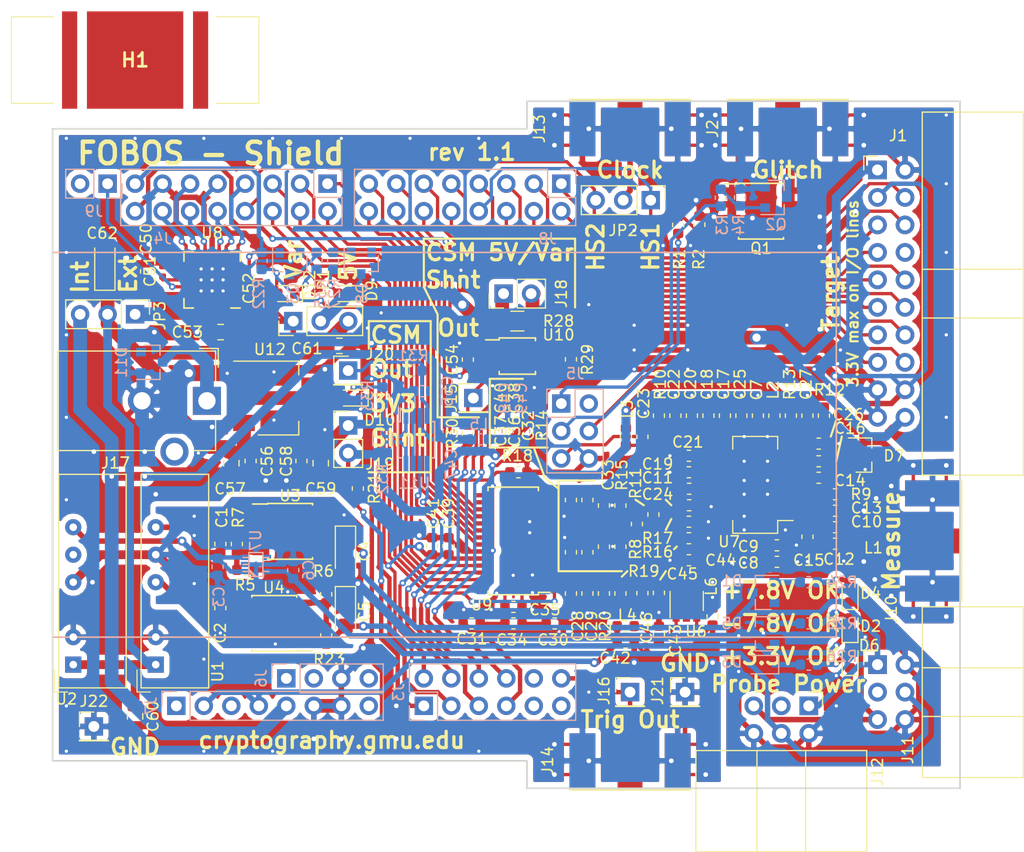
<source format=kicad_pcb>
(kicad_pcb (version 20171130) (host pcbnew 5.1.5-52549c5~84~ubuntu18.04.1)
  (layers (0 F.Cu signal) (31 B.Cu signal) (34 B.Paste user) (35 F.Paste user) (36 B.SilkS user) (37 F.SilkS user) (38 B.Mask user) (39 F.Mask user) (44 Edge.Cuts user))
  (net 0 "")
  (net 1 "Net-(U2-Pad5)")
  (net 2 "Net-(U3-Pad8)")
  (net 3 "Net-(U3-Pad5)")
  (net 4 "Net-(D1-Pad2)")
  (net 5 "Net-(D4-Pad2)")
  (net 6 "Net-(D2-Pad2)")
  (net 7 "Net-(D6-Pad2)")
  (net 8 "Net-(U5-Pad4)")
  (net 9 "Net-(U4-Pad5)")
  (net 10 "Net-(J5-Pad2)")
  (net 11 "Net-(J7-Pad1)")
  (net 12 GND)
  (net 13 A4)
  (net 14 A5)
  (net 15 A10)
  (net 16 VCC3V3)
  (net 17 VCC5V0)
  (net 18 XADC_V_P)
  (net 19 XADC_V_N)
  (net 20 XADCVREF)
  (net 21 "Net-(C16-Pad2)")
  (net 22 "Net-(C13-Pad2)")
  (net 23 "Net-(C20-Pad2)")
  (net 24 "Net-(C19-Pad2)")
  (net 25 "Net-(C14-Pad1)")
  (net 26 "Net-(C14-Pad2)")
  (net 27 "Net-(C15-Pad2)")
  (net 28 "Net-(C10-Pad1)")
  (net 29 "Net-(C16-Pad1)")
  (net 30 "Net-(C17-Pad2)")
  (net 31 "Net-(C10-Pad2)")
  (net 32 "Net-(C11-Pad2)")
  (net 33 "Net-(C11-Pad1)")
  (net 34 GNDA)
  (net 35 "Net-(C24-Pad1)")
  (net 36 "Net-(C24-Pad2)")
  (net 37 "Net-(C25-Pad2)")
  (net 38 "Net-(D7-Pad3)")
  (net 39 "Net-(C27-Pad2)")
  (net 40 "Net-(C26-Pad2)")
  (net 41 "Net-(J10-Pad1)")
  (net 42 "Net-(J13-Pad1)")
  (net 43 ADC_CLK)
  (net 44 "Net-(R19-Pad1)")
  (net 45 VDDA)
  (net 46 "Net-(C33-Pad2)")
  (net 47 "Net-(C32-Pad1)")
  (net 48 ADC_OR)
  (net 49 "Net-(C28-Pad2)")
  (net 50 "Net-(C30-Pad1)")
  (net 51 "Net-(C31-Pad1)")
  (net 52 "Net-(C43-Pad2)")
  (net 53 "Net-(C44-Pad2)")
  (net 54 5Vclean)
  (net 55 "Net-(C52-Pad2)")
  (net 56 "Net-(C51-Pad1)")
  (net 57 "Net-(Q2-Pad1)")
  (net 58 "Net-(Q1-Pad4)")
  (net 59 "Net-(D9-Pad2)")
  (net 60 "Net-(D8-Pad2)")
  (net 61 CW_VREF)
  (net 62 VGA_GAIN)
  (net 63 VGA_HILO)
  (net 64 GlitchLP)
  (net 65 Glitch)
  (net 66 CW_HS1)
  (net 67 CW_HS2)
  (net 68 CW_RST)
  (net 69 CW_MISO)
  (net 70 CW_MOSI)
  (net 71 CW_TARG1)
  (net 72 CW_SCK)
  (net 73 CW_TARG2)
  (net 74 CW_PDIC)
  (net 75 CW_TARG3)
  (net 76 CW_PDID)
  (net 77 ADC_D0)
  (net 78 ADC_D1)
  (net 79 ADC_D2)
  (net 80 ADC_D3)
  (net 81 ADC_D4)
  (net 82 ADC_D9)
  (net 83 ADC_D8)
  (net 84 ADC_D7)
  (net 85 ADC_D6)
  (net 86 ADC_D5)
  (net 87 CW_TARG4)
  (net 88 Trigger)
  (net 89 PWR0)
  (net 90 PWR1)
  (net 91 PWR2)
  (net 92 PWR3)
  (net 93 PWR4)
  (net 94 PWR5)
  (net 95 "Net-(J2-Pad1)")
  (net 96 "Net-(D3-Pad1)")
  (net 97 "Net-(D5-Pad2)")
  (net 98 "Net-(R23-Pad2)")
  (net 99 /Power/-7V8P)
  (net 100 /Power/+7V8P)
  (net 101 "Net-(R5-Pad1)")
  (net 102 /Power/GNDP)
  (net 103 "Net-(C3-Pad1)")
  (net 104 /Power/3V3P)
  (net 105 "Net-(C2-Pad2)")
  (net 106 "Net-(U4-Pad8)")
  (net 107 "Net-(C1-Pad1)")
  (net 108 "Net-(J11-Pad3)")
  (net 109 "Net-(J12-Pad3)")
  (net 110 PWR_PG)
  (net 111 PWR_EN)
  (net 112 "Net-(D8-Pad1)")
  (net 113 "Net-(C52-Pad1)")
  (net 114 /Ardu/A0)
  (net 115 /Ardu/A1)
  (net 116 /Ardu/A2)
  (net 117 CSM3V3Gain0)
  (net 118 /Ardu/A3)
  (net 119 CSM3V3Gain1)
  (net 120 CSM3V3)
  (net 121 CSM5V)
  (net 122 CSM3V3Cur)
  (net 123 CSM5VCur)
  (net 124 CSM5VGain0)
  (net 125 CSM5VGain1)
  (net 126 "Net-(D10-Pad2)")
  (net 127 "Net-(C58-Pad1)")
  (net 128 "Net-(D11-Pad1)")
  (net 129 "Net-(J17-Pad3)")
  (net 130 "Net-(Q3-Pad3)")
  (net 131 SCL)
  (net 132 IN)
  (net 133 "Net-(D12-Pad1)")
  (net 134 "Net-(J7-Pad3)")
  (net 135 VU_CK)
  (module cerg:573100D00010G (layer F.Cu) (at 44.45 19.05)
    (fp_text reference H1 (at 0 0) (layer F.SilkS) (effects (font (size 1.27 1.27) (thickness 0.254))))
    (fp_text value 573100D00010G hide)
    (pad 3 smd rect (at 6.05 0) (size 1.4 9) (layers F.Cu F.Paste F.Mask) (net 12 GND))
    (pad 2 smd rect (at 0 0) (size 8.9 9) (layers F.Cu F.Paste F.Mask) (net 12 GND))
    (pad 1 smd rect (at -6.05 0) (size 1.4 9) (layers F.Cu F.Paste F.Mask) (net 12 GND))
  )
  (module Capacitor_SMD:C_0402_1005Metric (layer F.Cu) (at 56.134 40.1575 90)
    (fp_text reference C52 (at 0 -1.17 90) (layer F.SilkS))
    (fp_text value 220p)
    (pad 2 smd roundrect (at 0.485 0 90) (size 0.59 0.64) (layers F.Cu F.Paste F.Mask) (net 55 "Net-(C52-Pad2)"))
    (pad 1 smd roundrect (at -0.485 0 90) (size 0.59 0.64) (layers F.Cu F.Paste F.Mask) (net 113 "Net-(C52-Pad1)"))
  )
  (module Capacitor_SMD:C_0402_1005Metric (layer F.Cu) (at 46.99 38.5825 90)
    (fp_text reference C51 (at 0 -1.17 90) (layer F.SilkS))
    (fp_text value 10n)
    (pad 2 smd roundrect (at 0.485 0 90) (size 0.59 0.64) (layers F.Cu F.Paste F.Mask) (net 12 GND))
    (pad 1 smd roundrect (at -0.485 0 90) (size 0.59 0.64) (layers F.Cu F.Paste F.Mask) (net 56 "Net-(C51-Pad1)"))
  )
  (module Inductor_SMD:L_0402_1005Metric (layer F.Cu) (at 113.03 62.865)
    (fp_text reference L1 (at -0.381 1.27) (layer F.SilkS))
    (fp_text value 120nH)
    (pad 1 smd roundrect (at -0.485 0) (size 0.59 0.64) (layers F.Cu F.Paste F.Mask) (net 31 "Net-(C10-Pad2)"))
    (pad 2 smd roundrect (at 0.485 0) (size 0.59 0.64) (layers F.Cu F.Paste F.Mask) (net 41 "Net-(J10-Pad1)"))
  )
  (module Package_SO:SOIC-8_3.9x4.9mm_P1.27mm (layer F.Cu) (at 102.268 33.02)
    (fp_text reference Q1 (at 0 3.429) (layer F.SilkS))
    (fp_text value IRF7807Z)
    (pad 1 smd rect (at -2.7 -1.905) (size 1.55 0.6) (layers F.Cu F.Paste F.Mask) (net 12 GND))
    (pad 2 smd rect (at -2.7 -0.635) (size 1.55 0.6) (layers F.Cu F.Paste F.Mask) (net 12 GND))
    (pad 3 smd rect (at -2.7 0.635) (size 1.55 0.6) (layers F.Cu F.Paste F.Mask) (net 12 GND))
    (pad 4 smd rect (at -2.7 1.905) (size 1.55 0.6) (layers F.Cu F.Paste F.Mask) (net 58 "Net-(Q1-Pad4)"))
    (pad 5 smd rect (at 2.7 1.905) (size 1.55 0.6) (layers F.Cu F.Paste F.Mask) (net 95 "Net-(J2-Pad1)"))
    (pad 6 smd rect (at 2.7 0.635) (size 1.55 0.6) (layers F.Cu F.Paste F.Mask) (net 95 "Net-(J2-Pad1)"))
    (pad 7 smd rect (at 2.7 -0.635) (size 1.55 0.6) (layers F.Cu F.Paste F.Mask) (net 95 "Net-(J2-Pad1)"))
    (pad 8 smd rect (at 2.7 -1.905) (size 1.55 0.6) (layers F.Cu F.Paste F.Mask) (net 95 "Net-(J2-Pad1)"))
  )
  (module Capacitor_SMD:C_0805_2012Metric (layer F.Cu) (at 63.3245 45.466)
    (fp_text reference C61 (at -2.9995 0.254) (layer F.SilkS))
    (fp_text value 10uF)
    (pad 1 smd roundrect (at -0.9375 0) (size 0.975 1.4) (layers F.Cu F.Paste F.Mask) (net 132 IN))
    (pad 2 smd roundrect (at 0.9375 0) (size 0.975 1.4) (layers F.Cu F.Paste F.Mask) (net 12 GND))
  )
  (module Capacitor_SMD:C_0805_2012Metric (layer F.Cu) (at 61.595 56.3095 270)
    (fp_text reference C59 (at 2.3645 0) (layer F.SilkS))
    (fp_text value 10uF)
    (pad 2 smd roundrect (at 0.9375 0 270) (size 0.975 1.4) (layers F.Cu F.Paste F.Mask) (net 12 GND))
    (pad 1 smd roundrect (at -0.9375 0 270) (size 0.975 1.4) (layers F.Cu F.Paste F.Mask) (net 127 "Net-(C58-Pad1)"))
  )
  (module Capacitor_SMD:C_0805_2012Metric (layer F.Cu) (at 53.34 56.3095 270)
    (fp_text reference C56 (at -0.1755 -3.302 270) (layer F.SilkS))
    (fp_text value 10uF)
    (pad 1 smd roundrect (at -0.9375 0 270) (size 0.975 1.4) (layers F.Cu F.Paste F.Mask) (net 132 IN))
    (pad 2 smd roundrect (at 0.9375 0 270) (size 0.975 1.4) (layers F.Cu F.Paste F.Mask) (net 12 GND))
  )
  (module Capacitor_SMD:C_0805_2012Metric (layer F.Cu) (at 52.3495 44.196 180)
    (fp_text reference C53 (at 3.0735 0 180) (layer F.SilkS))
    (fp_text value 10uF)
    (pad 2 smd roundrect (at 0.9375 0 180) (size 0.975 1.4) (layers F.Cu F.Paste F.Mask) (net 12 GND))
    (pad 1 smd roundrect (at -0.9375 0 180) (size 0.975 1.4) (layers F.Cu F.Paste F.Mask) (net 113 "Net-(C52-Pad1)"))
  )
  (module Capacitor_SMD:C_0805_2012Metric (layer F.Cu) (at 44.45 79.7075 270)
    (fp_text reference C60 (at 0 -1.65 270) (layer F.SilkS))
    (fp_text value 10uF)
    (pad 1 smd roundrect (at -0.9375 0 270) (size 0.975 1.4) (layers F.Cu F.Paste F.Mask) (net 132 IN))
    (pad 2 smd roundrect (at 0.9375 0 270) (size 0.975 1.4) (layers F.Cu F.Paste F.Mask) (net 12 GND))
  )
  (module Diode_SMD:D_SOD-323F (layer B.Cu) (at 102.396 74.93 180)
    (fp_text reference D3 (at 2.828 0.254 180) (layer B.SilkS) (effects (justify mirror)))
    (fp_text value 1N4148)
    (pad 1 smd rect (at -1.1 0 180) (size 0.5 0.5) (layers B.Cu B.Paste B.Mask) (net 96 "Net-(D3-Pad1)"))
    (pad 2 smd rect (at 1.1 0 180) (size 0.5 0.5) (layers B.Cu B.Paste B.Mask) (net 104 /Power/3V3P))
  )
  (module cerg:sot323-5 (layer B.Cu) (at 55.61 65.674 90)
    (fp_text reference U5)
    (fp_text value LD59015 hide)
    (fp_text user U7 (at 2.23 -0.03 90) (layer B.SilkS) (effects (justify mirror)))
    (pad 5 smd rect (at -0.65 1 90) (size 0.5 0.8) (layers B.Cu B.Paste B.Mask) (net 104 /Power/3V3P) (clearance 0.14))
    (pad 4 smd rect (at 0.65 1 90) (size 0.5 0.8) (layers B.Cu B.Paste B.Mask) (net 8 "Net-(U5-Pad4)") (clearance 0.14))
    (pad 2 smd rect (at 0 -1 90) (size 0.5 0.8) (layers B.Cu B.Paste B.Mask) (net 102 /Power/GNDP) (clearance 0.14))
    (pad 3 smd rect (at 0.65 -1 90) (size 0.5 0.8) (layers B.Cu B.Paste B.Mask) (net 103 "Net-(C3-Pad1)") (clearance 0.14))
    (pad 1 smd rect (at -0.65 -1 90) (size 0.5 0.8) (layers B.Cu B.Paste B.Mask) (net 103 "Net-(C3-Pad1)") (clearance 0.14))
  )
  (module Package_DFN_QFN:Texas_VQFN-RGW-20 (layer F.Cu) (at 51.562 39.37 180)
    (fp_text reference U8 (at 0 4.318 180) (layer F.SilkS))
    (fp_text value TPS7A7100_VQFN20)
    (pad 1 smd rect (at -2.4 -1.3 180) (size 1 0.35) (layers F.Cu F.Paste F.Mask) (net 113 "Net-(C52-Pad1)"))
    (pad 2 smd rect (at -2.4 -0.65 180) (size 1 0.35) (layers F.Cu F.Paste F.Mask) (net 113 "Net-(C52-Pad1)"))
    (pad 3 smd rect (at -2.4 0 180) (size 1 0.35) (layers F.Cu F.Paste F.Mask) (net 55 "Net-(C52-Pad2)"))
    (pad 4 smd rect (at -2.4 0.65 180) (size 1 0.35) (layers F.Cu F.Paste F.Mask) (net 110 PWR_PG))
    (pad 5 smd rect (at -2.4 1.3 180) (size 1 0.35) (layers F.Cu F.Paste F.Mask) (net 89 PWR0))
    (pad 6 smd rect (at -1.3 2.4 270) (size 1 0.35) (layers F.Cu F.Paste F.Mask) (net 90 PWR1))
    (pad 7 smd rect (at -0.65 2.4 270) (size 1 0.35) (layers F.Cu F.Paste F.Mask) (net 91 PWR2))
    (pad 8 smd rect (at 0 2.4 270) (size 1 0.35) (layers F.Cu F.Paste F.Mask) (net 12 GND))
    (pad 9 smd rect (at 0.65 2.4 270) (size 1 0.35) (layers F.Cu F.Paste F.Mask) (net 92 PWR3))
    (pad 10 smd rect (at 1.3 2.4 270) (size 1 0.35) (layers F.Cu F.Paste F.Mask) (net 93 PWR4))
    (pad 11 smd rect (at 2.4 1.3 180) (size 1 0.35) (layers F.Cu F.Paste F.Mask) (net 94 PWR5))
    (pad 12 smd rect (at 2.4 0.65 180) (size 1 0.35) (layers F.Cu F.Paste F.Mask) (net 12 GND))
    (pad 13 smd rect (at 2.4 0 180) (size 1 0.35) (layers F.Cu F.Paste F.Mask) (net 56 "Net-(C51-Pad1)"))
    (pad 14 smd rect (at 2.4 -0.65 180) (size 1 0.35) (layers F.Cu F.Paste F.Mask) (net 111 PWR_EN))
    (pad 15 smd rect (at 2.4 -1.3 180) (size 1 0.35) (layers F.Cu F.Paste F.Mask) (net 132 IN))
    (pad 16 smd rect (at 1.3 -2.4 270) (size 1 0.35) (layers F.Cu F.Paste F.Mask) (net 132 IN))
    (pad 17 smd rect (at 0.65 -2.4 270) (size 1 0.35) (layers F.Cu F.Paste F.Mask) (net 132 IN))
    (pad 18 smd rect (at 0 -2.4 270) (size 1 0.35) (layers F.Cu F.Paste F.Mask) (net 12 GND))
    (pad 19 smd rect (at -0.65 -2.4 270) (size 1 0.35) (layers F.Cu F.Paste F.Mask) (net 113 "Net-(C52-Pad1)"))
    (pad 20 smd rect (at -1.3 -2.4 270) (size 1 0.35) (layers F.Cu F.Paste F.Mask) (net 113 "Net-(C52-Pad1)"))
    (pad 21 smd rect (at 0.7875 0.7875 180) (size 1.575 1.575) (layers F.Cu F.Paste F.Mask) (net 12 GND))
    (pad 21 smd rect (at 0.7875 -0.7875 180) (size 1.575 1.575) (layers F.Cu F.Paste F.Mask) (net 12 GND))
    (pad 21 smd rect (at -0.7875 0.7875 180) (size 1.575 1.575) (layers F.Cu F.Paste F.Mask) (net 12 GND))
    (pad 21 smd rect (at -0.7875 -0.7875 180) (size 1.575 1.575) (layers F.Cu F.Paste F.Mask) (net 12 GND))
  )
  (module Resistor_SMD:R_0603_1608Metric (layer F.Cu) (at 62.103 68.4275 90)
    (fp_text reference R6 (at 2.1335 -0.254 180) (layer F.SilkS))
    (fp_text value "1K2, 1%")
    (pad 2 smd roundrect (at 0.7875 0 90) (size 0.875 0.95) (layers F.Cu F.Paste F.Mask) (net 102 /Power/GNDP))
    (pad 1 smd roundrect (at -0.7875 0 90) (size 0.875 0.95) (layers F.Cu F.Paste F.Mask) (net 98 "Net-(R23-Pad2)"))
  )
  (module Capacitor_Tantalum_SMD:CP_EIA-3216-18_Kemet-A (layer F.Cu) (at 63.881 70.024 270)
    (fp_text reference C5 (at 0 -1.75 270) (layer F.SilkS))
    (fp_text value 1uF)
    (pad 1 smd roundrect (at -1.35 0 270) (size 1.4 1.35) (layers F.Cu F.Paste F.Mask) (roundrect_rratio 0.185185) (net 102 /Power/GNDP))
    (pad 2 smd roundrect (at 1.35 0 270) (size 1.4 1.35) (layers F.Cu F.Paste F.Mask) (roundrect_rratio 0.185185) (net 99 /Power/-7V8P))
  )
  (module Capacitor_Tantalum_SMD:CP_EIA-3216-18_Kemet-A (layer F.Cu) (at 41.656 38.02 90)
    (fp_text reference C62 (at 2.968 -0.254 180) (layer F.SilkS))
    (fp_text value 1uF)
    (pad 1 smd roundrect (at -1.35 0 90) (size 1.4 1.35) (layers F.Cu F.Paste F.Mask) (roundrect_rratio 0.185185) (net 132 IN))
    (pad 2 smd roundrect (at 1.35 0 90) (size 1.4 1.35) (layers F.Cu F.Paste F.Mask) (roundrect_rratio 0.185185) (net 12 GND))
  )
  (module LED_SMD:LED_0603_1608Metric (layer F.Cu) (at 58.42 40.64 180)
    (fp_text reference D12 (at -2.159 0.762 270) (layer F.SilkS))
    (fp_text value green)
    (pad 1 smd roundrect (at -0.7875 0 180) (size 0.875 0.95) (layers F.Cu F.Paste F.Mask) (net 133 "Net-(D12-Pad1)"))
    (pad 2 smd roundrect (at 0.7875 0 180) (size 0.875 0.95) (layers F.Cu F.Paste F.Mask) (net 16 VCC3V3))
  )
  (module Package_TO_SOT_SMD:SOT-23 (layer B.Cu) (at 58.74 37.862 270)
    (fp_text reference Q3 (at 2.778 -0.315 270) (layer B.SilkS) (effects (justify mirror)))
    (fp_text value BSS138L)
    (pad 3 smd rect (at 1 0 270) (size 0.9 0.8) (layers B.Cu B.Paste B.Mask) (net 130 "Net-(Q3-Pad3)"))
    (pad 2 smd rect (at -1 -0.95 270) (size 0.9 0.8) (layers B.Cu B.Paste B.Mask) (net 12 GND))
    (pad 1 smd rect (at -1 0.95 270) (size 0.9 0.8) (layers B.Cu B.Paste B.Mask) (net 110 PWR_PG))
  )
  (module Resistor_SMD:R_0603_1608Metric (layer B.Cu) (at 61.214 37.6175 270)
    (fp_text reference R35 (at 3.0225 -0.381 270) (layer B.SilkS) (effects (justify mirror)))
    (fp_text value 470R)
    (pad 1 smd roundrect (at -0.7875 0 270) (size 0.875 0.95) (layers B.Cu B.Paste B.Mask) (net 130 "Net-(Q3-Pad3)"))
    (pad 2 smd roundrect (at 0.7875 0 270) (size 0.875 0.95) (layers B.Cu B.Paste B.Mask) (net 133 "Net-(D12-Pad1)"))
  )
  (module Diode_SMD:D_SOT-23_ANK (layer B.Cu) (at 45.99 46.99)
    (fp_text reference D11 (at -2.81 0 270) (layer B.SilkS) (effects (justify mirror)))
    (fp_text value 5V1)
    (pad 2 smd rect (at -1 0.95) (size 0.9 0.8) (layers B.Cu B.Paste B.Mask) (net 12 GND))
    (pad "" smd rect (at -1 -0.95) (size 0.9 0.8) (layers B.Cu B.Paste B.Mask))
    (pad 1 smd rect (at 1 0) (size 0.9 0.8) (layers B.Cu B.Paste B.Mask) (net 128 "Net-(D11-Pad1)"))
  )
  (module Connector_PinHeader_2.54mm:PinHeader_1x01_P2.54mm_Vertical (layer F.Cu) (at 95.25 77.47)
    (fp_text reference J21 (at -2.54 -0.127 90) (layer F.SilkS))
    (fp_text value GND)
    (pad 1 thru_hole rect (at 0 0) (size 1.7 1.7) (drill 1) (layers *.Cu *.Mask) (net 12 GND))
  )
  (module Connector_PinHeader_2.54mm:PinHeader_1x01_P2.54mm_Vertical (layer F.Cu) (at 40.64 80.645)
    (fp_text reference J22 (at 0 -2.33) (layer F.SilkS))
    (fp_text value GND)
    (pad 1 thru_hole rect (at 0 0) (size 1.7 1.7) (drill 1) (layers *.Cu *.Mask) (net 12 GND))
  )
  (module Capacitor_SMD:C_0603_1608Metric (layer F.Cu) (at 59.817 56.1085 270)
    (fp_text reference C58 (at 0.0255 1.397 270) (layer F.SilkS))
    (fp_text value 100n)
    (pad 1 smd roundrect (at -0.7875 0 270) (size 0.875 0.95) (layers F.Cu F.Paste F.Mask) (net 127 "Net-(C58-Pad1)"))
    (pad 2 smd roundrect (at 0.7875 0 270) (size 0.875 0.95) (layers F.Cu F.Paste F.Mask) (net 12 GND))
  )
  (module Capacitor_SMD:C_0603_1608Metric (layer F.Cu) (at 55.118 56.1085 270)
    (fp_text reference C57 (at 2.5655 1.905) (layer F.SilkS))
    (fp_text value 100n)
    (pad 2 smd roundrect (at 0.7875 0 270) (size 0.875 0.95) (layers F.Cu F.Paste F.Mask) (net 12 GND))
    (pad 1 smd roundrect (at -0.7875 0 270) (size 0.875 0.95) (layers F.Cu F.Paste F.Mask) (net 132 IN))
  )
  (module LED_SMD:LED_0603_1608Metric (layer F.Cu) (at 64.4905 50.292 180)
    (fp_text reference D10 (at -2.5655 -2.032 180) (layer F.SilkS))
    (fp_text value green)
    (pad 1 smd roundrect (at -0.7875 0 180) (size 0.875 0.95) (layers F.Cu F.Paste F.Mask) (net 12 GND))
    (pad 2 smd roundrect (at 0.7875 0 180) (size 0.875 0.95) (layers F.Cu F.Paste F.Mask) (net 126 "Net-(D10-Pad2)"))
  )
  (module Package_TO_SOT_SMD:SOT-223-3_TabPin2 (layer F.Cu) (at 57.658 50.292)
    (fp_text reference U12 (at -0.762 -4.5) (layer F.SilkS))
    (fp_text value LD1117S33TR_SOT223)
    (pad 2 smd rect (at 3.15 0) (size 2 3.8) (layers F.Cu F.Paste F.Mask) (net 127 "Net-(C58-Pad1)"))
    (pad 2 smd rect (at -3.15 0) (size 2 1.5) (layers F.Cu F.Paste F.Mask) (net 127 "Net-(C58-Pad1)"))
    (pad 3 smd rect (at -3.15 2.3) (size 2 1.5) (layers F.Cu F.Paste F.Mask) (net 132 IN))
    (pad 1 smd rect (at -3.15 -2.3) (size 2 1.5) (layers F.Cu F.Paste F.Mask) (net 12 GND))
  )
  (module Resistor_SMD:R_0603_1608Metric (layer B.Cu) (at 67.31 50.0635 90)
    (fp_text reference R33 (at 0 -1.397 90) (layer B.SilkS) (effects (justify mirror)))
    (fp_text value 330R)
    (pad 1 smd roundrect (at -0.7875 0 90) (size 0.875 0.95) (layers B.Cu B.Paste B.Mask) (net 127 "Net-(C58-Pad1)"))
    (pad 2 smd roundrect (at 0.7875 0 90) (size 0.875 0.95) (layers B.Cu B.Paste B.Mask) (net 126 "Net-(D10-Pad2)"))
  )
  (module Capacitor_SMD:C_0603_1608Metric (layer B.Cu) (at 70.9675 49.657 180)
    (fp_text reference C55 (at -2.3115 0 270) (layer B.SilkS) (effects (justify mirror)))
    (fp_text value 100n)
    (pad 1 smd roundrect (at -0.7875 0 180) (size 0.875 0.95) (layers B.Cu B.Paste B.Mask) (net 17 VCC5V0))
    (pad 2 smd roundrect (at 0.7875 0 180) (size 0.875 0.95) (layers B.Cu B.Paste B.Mask) (net 12 GND))
  )
  (module Connector_PinHeader_2.54mm:PinHeader_1x01_P2.54mm_Vertical (layer F.Cu) (at 64.135 47.752)
    (fp_text reference J20 (at 2.921 -1.524) (layer F.SilkS))
    (fp_text value CSM3V3Cur)
    (pad 1 thru_hole rect (at 0 0) (size 1.7 1.7) (drill 1) (layers *.Cu *.Mask) (net 122 CSM3V3Cur))
  )
  (module Connector_PinHeader_2.54mm:PinHeader_1x02_P2.54mm_Vertical (layer F.Cu) (at 64.135 52.832)
    (fp_text reference J19 (at 2.921 3.556) (layer F.SilkS))
    (fp_text value Conn_01x02)
    (pad 1 thru_hole rect (at 0 0) (size 1.7 1.7) (drill 1) (layers *.Cu *.Mask) (net 127 "Net-(C58-Pad1)"))
    (pad 2 thru_hole oval (at 0 2.54) (size 1.7 1.7) (drill 1) (layers *.Cu *.Mask) (net 120 CSM3V3))
  )
  (module Package_SO:MSOP-8_3x3mm_P0.65mm (layer B.Cu) (at 70.444 54.143 270)
    (fp_text reference U11 (at 4.023 0.213) (layer B.SilkS) (effects (justify mirror)))
    (fp_text value INA225)
    (pad 1 smd rect (at -2.2 0.975 270) (size 1.45 0.45) (layers B.Cu B.Paste B.Mask) (net 127 "Net-(C58-Pad1)"))
    (pad 2 smd rect (at -2.2 0.325 270) (size 1.45 0.45) (layers B.Cu B.Paste B.Mask) (net 12 GND))
    (pad 3 smd rect (at -2.2 -0.325 270) (size 1.45 0.45) (layers B.Cu B.Paste B.Mask) (net 17 VCC5V0))
    (pad 4 smd rect (at -2.2 -0.975 270) (size 1.45 0.45) (layers B.Cu B.Paste B.Mask) (net 122 CSM3V3Cur))
    (pad 5 smd rect (at 2.2 -0.975 270) (size 1.45 0.45) (layers B.Cu B.Paste B.Mask) (net 117 CSM3V3Gain0))
    (pad 6 smd rect (at 2.2 -0.325 270) (size 1.45 0.45) (layers B.Cu B.Paste B.Mask) (net 119 CSM3V3Gain1))
    (pad 7 smd rect (at 2.2 0.325 270) (size 1.45 0.45) (layers B.Cu B.Paste B.Mask) (net 12 GND))
    (pad 8 smd rect (at 2.2 0.975 270) (size 1.45 0.45) (layers B.Cu B.Paste B.Mask) (net 120 CSM3V3))
  )
  (module Resistor_SMD:R_0603_1608Metric (layer F.Cu) (at 65.024 58.6485 90)
    (fp_text reference R21 (at 0 1.524 90) (layer F.SilkS))
    (fp_text value "1k69 1%")
    (pad 2 smd roundrect (at 0.7875 0 90) (size 0.875 0.95) (layers F.Cu F.Paste F.Mask) (net 120 CSM3V3))
    (pad 1 smd roundrect (at -0.7875 0 90) (size 0.875 0.95) (layers F.Cu F.Paste F.Mask) (net 114 /Ardu/A0))
  )
  (module Resistor_SMD:R_0603_1608Metric (layer B.Cu) (at 70.1295 47.752)
    (fp_text reference R31 (at 0 -1.397) (layer B.SilkS) (effects (justify mirror)))
    (fp_text value "1k69 1%")
    (pad 1 smd roundrect (at -0.7875 0) (size 0.875 0.95) (layers B.Cu B.Paste B.Mask) (net 115 /Ardu/A1))
    (pad 2 smd roundrect (at 0.7875 0) (size 0.875 0.95) (layers B.Cu B.Paste B.Mask) (net 122 CSM3V3Cur))
  )
  (module Resistor_SMD:R_1206_3216Metric (layer B.Cu) (at 67.31 54.105 270)
    (fp_text reference R32 (at 3.68 0 270) (layer B.SilkS) (effects (justify mirror)))
    (fp_text value 0R1)
    (pad 1 smd roundrect (at -1.4 0 270) (size 1.25 1.75) (layers B.Cu B.Paste B.Mask) (roundrect_rratio 0.2) (net 127 "Net-(C58-Pad1)"))
    (pad 2 smd roundrect (at 1.4 0 270) (size 1.25 1.75) (layers B.Cu B.Paste B.Mask) (roundrect_rratio 0.2) (net 120 CSM3V3))
  )
  (module Connector_BarrelJack:BarrelJack_CUI_PJ-102AH_Horizontal (layer F.Cu) (at 51.085 50.546 270)
    (fp_text reference J17 (at 5.75 8.45) (layer F.SilkS))
    (fp_text value Barrel_Jack_Switch)
    (pad 1 thru_hole rect (at 0 0 270) (size 2.6 2.6) (drill 1.6) (layers *.Cu *.Mask) (net 128 "Net-(D11-Pad1)"))
    (pad 2 thru_hole circle (at 0 6 270) (size 2.6 2.6) (drill 1.6) (layers *.Cu *.Mask) (net 12 GND))
    (pad 3 thru_hole circle (at 4.7 3 270) (size 2.6 2.6) (drill 1.6) (layers *.Cu *.Mask) (net 129 "Net-(J17-Pad3)"))
  )
  (module Connector_PinHeader_2.54mm:PinHeader_1x02_P2.54mm_Vertical (layer F.Cu) (at 78.486 40.64 90)
    (fp_text reference J18 (at 0 5.334 90) (layer F.SilkS))
    (fp_text value Conn_01x02)
    (pad 1 thru_hole rect (at 0 0 90) (size 1.7 1.7) (drill 1) (layers *.Cu *.Mask) (net 112 "Net-(D8-Pad1)"))
    (pad 2 thru_hole oval (at 0 2.54 90) (size 1.7 1.7) (drill 1) (layers *.Cu *.Mask) (net 121 CSM5V))
  )
  (module Connector_PinHeader_2.54mm:PinHeader_1x03_P2.54mm_Vertical (layer F.Cu) (at 44.45 42.545 270)
    (fp_text reference JP3 (at 0.127 -2.286 90) (layer F.SilkS))
    (fp_text value "Power Ext or int")
    (pad 1 thru_hole rect (at 0 0 270) (size 1.7 1.7) (drill 1) (layers *.Cu *.Mask) (net 128 "Net-(D11-Pad1)"))
    (pad 2 thru_hole oval (at 0 2.54 270) (size 1.7 1.7) (drill 1) (layers *.Cu *.Mask) (net 132 IN))
    (pad 3 thru_hole oval (at 0 5.08 270) (size 1.7 1.7) (drill 1) (layers *.Cu *.Mask) (net 17 VCC5V0))
  )
  (module Connector_PinHeader_2.54mm:PinHeader_1x01_P2.54mm_Vertical (layer F.Cu) (at 90.17 77.47)
    (fp_text reference J16 (at -2.413 -0.127 90) (layer F.SilkS))
    (fp_text value Conn_01x01)
    (pad 1 thru_hole rect (at 0 0) (size 1.7 1.7) (drill 1) (layers *.Cu *.Mask) (net 88 Trigger))
  )
  (module Connector_PinHeader_2.54mm:PinHeader_1x03_P2.54mm_Vertical (layer F.Cu) (at 92.075 32.004 270)
    (fp_text reference JP2 (at 2.794 2.54) (layer F.SilkS))
    (fp_text value ExtClkSel)
    (pad 1 thru_hole rect (at 0 0 270) (size 1.7 1.7) (drill 1) (layers *.Cu *.Mask) (net 66 CW_HS1))
    (pad 2 thru_hole oval (at 0 2.54 270) (size 1.7 1.7) (drill 1) (layers *.Cu *.Mask) (net 42 "Net-(J13-Pad1)"))
    (pad 3 thru_hole oval (at 0 5.08 270) (size 1.7 1.7) (drill 1) (layers *.Cu *.Mask) (net 67 CW_HS2))
  )
  (module Connector_PinHeader_2.54mm:PinHeader_1x01_P2.54mm_Vertical (layer F.Cu) (at 75.692 50.292)
    (fp_text reference J15 (at -2.032 0 270) (layer F.SilkS))
    (fp_text value CSM5VCur)
    (pad 1 thru_hole rect (at 0 0) (size 1.7 1.7) (drill 1) (layers *.Cu *.Mask) (net 123 CSM5VCur))
  )
  (module cerg:PinHeader_2x08_P2.54mm_Vertical_Flipped (layer B.Cu) (at 62.23 33.02 90)
    (fp_text reference J4 (at -2.54 -15.24 180) (layer B.SilkS) (effects (justify mirror)))
    (fp_text value IOH)
    (pad 1 thru_hole rect (at 2.54 0 90) (size 1.7 1.7) (drill 1) (layers *.Cu *.Mask) (net 86 ADC_D5))
    (pad 2 thru_hole oval (at 0 0 90) (size 1.7 1.7) (drill 1) (layers *.Cu *.Mask) (net 85 ADC_D6))
    (pad 3 thru_hole oval (at 2.54 -2.54 90) (size 1.7 1.7) (drill 1) (layers *.Cu *.Mask) (net 84 ADC_D7))
    (pad 4 thru_hole oval (at 0 -2.54 90) (size 1.7 1.7) (drill 1) (layers *.Cu *.Mask) (net 83 ADC_D8))
    (pad 5 thru_hole oval (at 2.54 -5.08 90) (size 1.7 1.7) (drill 1) (layers *.Cu *.Mask) (net 82 ADC_D9))
    (pad 6 thru_hole oval (at 0 -5.08 90) (size 1.7 1.7) (drill 1) (layers *.Cu *.Mask) (net 48 ADC_OR))
    (pad 7 thru_hole oval (at 2.54 -7.62 90) (size 1.7 1.7) (drill 1) (layers *.Cu *.Mask) (net 89 PWR0))
    (pad 8 thru_hole oval (at 0 -7.62 90) (size 1.7 1.7) (drill 1) (layers *.Cu *.Mask) (net 67 CW_HS2))
    (pad 9 thru_hole oval (at 2.54 -10.16 90) (size 1.7 1.7) (drill 1) (layers *.Cu *.Mask) (net 91 PWR2))
    (pad 10 thru_hole oval (at 0 -10.16 90) (size 1.7 1.7) (drill 1) (layers *.Cu *.Mask) (net 90 PWR1))
    (pad 11 thru_hole oval (at 2.54 -12.7 90) (size 1.7 1.7) (drill 1) (layers *.Cu *.Mask) (net 93 PWR4))
    (pad 12 thru_hole oval (at 0 -12.7 90) (size 1.7 1.7) (drill 1) (layers *.Cu *.Mask) (net 92 PWR3))
    (pad 13 thru_hole oval (at 2.54 -15.24 90) (size 1.7 1.7) (drill 1) (layers *.Cu *.Mask) (net 12 GND))
    (pad 14 thru_hole oval (at 0 -15.24 90) (size 1.7 1.7) (drill 1) (layers *.Cu *.Mask) (net 94 PWR5))
    (pad 15 thru_hole oval (at 2.54 -17.78 90) (size 1.7 1.7) (drill 1) (layers *.Cu *.Mask) (net 110 PWR_PG))
    (pad 16 thru_hole oval (at 0 -17.78 90) (size 1.7 1.7) (drill 1) (layers *.Cu *.Mask) (net 43 ADC_CLK))
  )
  (module Resistor_SMD:R_0603_1608Metric (layer F.Cu) (at 84.709 46.7105 90)
    (fp_text reference R29 (at -0.0255 1.524 90) (layer F.SilkS))
    (fp_text value "1k69 1%")
    (pad 2 smd roundrect (at 0.7875 0 90) (size 0.875 0.95) (layers F.Cu F.Paste F.Mask) (net 121 CSM5V))
    (pad 1 smd roundrect (at -0.7875 0 90) (size 0.875 0.95) (layers F.Cu F.Paste F.Mask) (net 118 /Ardu/A3))
  )
  (module Resistor_SMD:R_0603_1608Metric (layer F.Cu) (at 75.184 53.5685 90)
    (fp_text reference R30 (at 0 -1.43 90) (layer F.SilkS))
    (fp_text value "1k69 1%")
    (pad 1 smd roundrect (at -0.7875 0 90) (size 0.875 0.95) (layers F.Cu F.Paste F.Mask) (net 116 /Ardu/A2))
    (pad 2 smd roundrect (at 0.7875 0 90) (size 0.875 0.95) (layers F.Cu F.Paste F.Mask) (net 123 CSM5VCur))
  )
  (module Resistor_SMD:R_1206_3216Metric (layer F.Cu) (at 79.759 43.18)
    (fp_text reference R28 (at 3.807 0) (layer F.SilkS))
    (fp_text value 0R1)
    (pad 1 smd roundrect (at -1.4 0) (size 1.25 1.75) (layers F.Cu F.Paste F.Mask) (roundrect_rratio 0.2) (net 112 "Net-(D8-Pad1)"))
    (pad 2 smd roundrect (at 1.4 0) (size 1.25 1.75) (layers F.Cu F.Paste F.Mask) (roundrect_rratio 0.2) (net 121 CSM5V))
  )
  (module Capacitor_SMD:C_0603_1608Metric (layer F.Cu) (at 75.184 46.736 90)
    (fp_text reference C54 (at 0 -1.43 90) (layer F.SilkS))
    (fp_text value 100n)
    (pad 1 smd roundrect (at -0.7875 0 90) (size 0.875 0.95) (layers F.Cu F.Paste F.Mask) (net 17 VCC5V0))
    (pad 2 smd roundrect (at 0.7875 0 90) (size 0.875 0.95) (layers F.Cu F.Paste F.Mask) (net 12 GND))
  )
  (module Package_SO:MSOP-8_3x3mm_P0.65mm (layer F.Cu) (at 79.756 46.411)
    (fp_text reference U10 (at 3.81 -1.961) (layer F.SilkS))
    (fp_text value INA225)
    (pad 1 smd rect (at -2.2 -0.975) (size 1.45 0.45) (layers F.Cu F.Paste F.Mask) (net 112 "Net-(D8-Pad1)"))
    (pad 2 smd rect (at -2.2 -0.325) (size 1.45 0.45) (layers F.Cu F.Paste F.Mask) (net 12 GND))
    (pad 3 smd rect (at -2.2 0.325) (size 1.45 0.45) (layers F.Cu F.Paste F.Mask) (net 17 VCC5V0))
    (pad 4 smd rect (at -2.2 0.975) (size 1.45 0.45) (layers F.Cu F.Paste F.Mask) (net 123 CSM5VCur))
    (pad 5 smd rect (at 2.2 0.975) (size 1.45 0.45) (layers F.Cu F.Paste F.Mask) (net 124 CSM5VGain0))
    (pad 6 smd rect (at 2.2 0.325) (size 1.45 0.45) (layers F.Cu F.Paste F.Mask) (net 125 CSM5VGain1))
    (pad 7 smd rect (at 2.2 -0.325) (size 1.45 0.45) (layers F.Cu F.Paste F.Mask) (net 12 GND))
    (pad 8 smd rect (at 2.2 -0.975) (size 1.45 0.45) (layers F.Cu F.Paste F.Mask) (net 121 CSM5V))
  )
  (module Inductor_SMD:L_0603_1608Metric (layer F.Cu) (at 97.79 70.485 270)
    (fp_text reference L6 (at -2.794 0.127 270) (layer F.SilkS))
    (fp_text value 1k/500mA)
    (pad 1 smd roundrect (at -0.7875 0 270) (size 0.875 0.95) (layers F.Cu F.Paste F.Mask) (net 34 GNDA))
    (pad 2 smd roundrect (at 0.7875 0 270) (size 0.875 0.95) (layers F.Cu F.Paste F.Mask) (net 12 GND))
  )
  (module Capacitor_SMD:C_0603_1608Metric (layer B.Cu) (at 52.07 65.8875 270)
    (fp_text reference C3 (at 2.7685 -0.127 270) (layer B.SilkS) (effects (justify mirror)))
    (fp_text value 1uF)
    (pad 1 smd roundrect (at -0.7875 0 270) (size 0.875 0.95) (layers B.Cu B.Paste B.Mask) (net 103 "Net-(C3-Pad1)"))
    (pad 2 smd roundrect (at 0.7875 0 270) (size 0.875 0.95) (layers B.Cu B.Paste B.Mask) (net 102 /Power/GNDP))
  )
  (module Connector_IDC:IDC-Header_2x03_P2.54mm_Horizontal (layer F.Cu) (at 106.68 78.74 270)
    (fp_text reference J12 (at 6.105 -6.35 270) (layer F.SilkS))
    (fp_text value PP2)
    (pad 6 thru_hole oval (at 2.54 5.08 270) (size 1.7272 1.7272) (drill 1.016) (layers *.Cu *.Mask) (net 102 /Power/GNDP))
    (pad 5 thru_hole oval (at 0 5.08 270) (size 1.7272 1.7272) (drill 1.016) (layers *.Cu *.Mask) (net 99 /Power/-7V8P))
    (pad 4 thru_hole oval (at 2.54 2.54 270) (size 1.7272 1.7272) (drill 1.016) (layers *.Cu *.Mask) (net 104 /Power/3V3P))
    (pad 3 thru_hole oval (at 0 2.54 270) (size 1.7272 1.7272) (drill 1.016) (layers *.Cu *.Mask) (net 109 "Net-(J12-Pad3)"))
    (pad 2 thru_hole oval (at 2.54 0 270) (size 1.7272 1.7272) (drill 1.016) (layers *.Cu *.Mask) (net 102 /Power/GNDP))
    (pad 1 thru_hole rect (at 0 0 270) (size 1.7272 1.7272) (drill 1.016) (layers *.Cu *.Mask) (net 100 /Power/+7V8P))
  )
  (module Connector_IDC:IDC-Header_2x03_P2.54mm_Horizontal (layer F.Cu) (at 113.03 74.93)
    (fp_text reference J11 (at 2.794 7.874 90) (layer F.SilkS))
    (fp_text value PP1)
    (pad 1 thru_hole rect (at 0 0) (size 1.7272 1.7272) (drill 1.016) (layers *.Cu *.Mask) (net 100 /Power/+7V8P))
    (pad 2 thru_hole oval (at 2.54 0) (size 1.7272 1.7272) (drill 1.016) (layers *.Cu *.Mask) (net 102 /Power/GNDP))
    (pad 3 thru_hole oval (at 0 2.54) (size 1.7272 1.7272) (drill 1.016) (layers *.Cu *.Mask) (net 108 "Net-(J11-Pad3)"))
    (pad 4 thru_hole oval (at 2.54 2.54) (size 1.7272 1.7272) (drill 1.016) (layers *.Cu *.Mask) (net 104 /Power/3V3P))
    (pad 5 thru_hole oval (at 0 5.08) (size 1.7272 1.7272) (drill 1.016) (layers *.Cu *.Mask) (net 99 /Power/-7V8P))
    (pad 6 thru_hole oval (at 2.54 5.08) (size 1.7272 1.7272) (drill 1.016) (layers *.Cu *.Mask) (net 102 /Power/GNDP))
  )
  (module Connector_IDC:IDC-Header_2x10_P2.54mm_Horizontal (layer F.Cu) (at 113.03 29.21)
    (fp_text reference J1 (at 1.905 -3.175 180) (layer F.SilkS))
    (fp_text value Target)
    (pad 1 thru_hole rect (at 0 0) (size 1.7272 1.7272) (drill 1.016) (layers *.Cu *.Mask) (net 121 CSM5V))
    (pad 2 thru_hole oval (at 2.54 0) (size 1.7272 1.7272) (drill 1.016) (layers *.Cu *.Mask) (net 12 GND))
    (pad 3 thru_hole oval (at 0 2.54) (size 1.7272 1.7272) (drill 1.016) (layers *.Cu *.Mask) (net 120 CSM3V3))
    (pad 4 thru_hole oval (at 2.54 2.54) (size 1.7272 1.7272) (drill 1.016) (layers *.Cu *.Mask) (net 66 CW_HS1))
    (pad 5 thru_hole oval (at 0 5.08) (size 1.7272 1.7272) (drill 1.016) (layers *.Cu *.Mask) (net 68 CW_RST))
    (pad 6 thru_hole oval (at 2.54 5.08) (size 1.7272 1.7272) (drill 1.016) (layers *.Cu *.Mask) (net 67 CW_HS2))
    (pad 7 thru_hole oval (at 0 7.62) (size 1.7272 1.7272) (drill 1.016) (layers *.Cu *.Mask) (net 69 CW_MISO))
    (pad 8 thru_hole oval (at 2.54 7.62) (size 1.7272 1.7272) (drill 1.016) (layers *.Cu *.Mask) (net 61 CW_VREF))
    (pad 9 thru_hole oval (at 0 10.16) (size 1.7272 1.7272) (drill 1.016) (layers *.Cu *.Mask) (net 70 CW_MOSI))
    (pad 10 thru_hole oval (at 2.54 10.16) (size 1.7272 1.7272) (drill 1.016) (layers *.Cu *.Mask) (net 71 CW_TARG1))
    (pad 11 thru_hole oval (at 0 12.7) (size 1.7272 1.7272) (drill 1.016) (layers *.Cu *.Mask) (net 72 CW_SCK))
    (pad 12 thru_hole oval (at 2.54 12.7) (size 1.7272 1.7272) (drill 1.016) (layers *.Cu *.Mask) (net 73 CW_TARG2))
    (pad 13 thru_hole oval (at 0 15.24) (size 1.7272 1.7272) (drill 1.016) (layers *.Cu *.Mask) (net 74 CW_PDIC))
    (pad 14 thru_hole oval (at 2.54 15.24) (size 1.7272 1.7272) (drill 1.016) (layers *.Cu *.Mask) (net 75 CW_TARG3))
    (pad 15 thru_hole oval (at 0 17.78) (size 1.7272 1.7272) (drill 1.016) (layers *.Cu *.Mask) (net 76 CW_PDID))
    (pad 16 thru_hole oval (at 2.54 17.78) (size 1.7272 1.7272) (drill 1.016) (layers *.Cu *.Mask) (net 87 CW_TARG4))
    (pad 17 thru_hole oval (at 0 20.32) (size 1.7272 1.7272) (drill 1.016) (layers *.Cu *.Mask) (net 12 GND))
    (pad 18 thru_hole oval (at 2.54 20.32) (size 1.7272 1.7272) (drill 1.016) (layers *.Cu *.Mask) (net 120 CSM3V3))
    (pad 19 thru_hole oval (at 0 22.86) (size 1.7272 1.7272) (drill 1.016) (layers *.Cu *.Mask) (net 12 GND))
    (pad 20 thru_hole oval (at 2.54 22.86) (size 1.7272 1.7272) (drill 1.016) (layers *.Cu *.Mask) (net 121 CSM5V))
  )
  (module Converter_DCDC:Converter_DCDC_muRata_NMAxxxxSC_THT (layer F.Cu) (at 38.735 74.93 180)
    (fp_text reference U2 (at 0.635 -3.175 180) (layer F.SilkS))
    (fp_text value REE-0505S)
    (pad 6 thru_hole oval (at 0 12.7 180) (size 1.5 1.5) (drill 0.7) (layers *.Cu *.Mask) (net 103 "Net-(C3-Pad1)"))
    (pad 5 thru_hole oval (at 0 10.16 180) (size 1.5 1.5) (drill 0.7) (layers *.Cu *.Mask) (net 1 "Net-(U2-Pad5)"))
    (pad 4 thru_hole oval (at 0 7.62 180) (size 1.5 1.5) (drill 0.7) (layers *.Cu *.Mask) (net 102 /Power/GNDP))
    (pad 2 thru_hole oval (at 0 2.54 180) (size 1.5 1.5) (drill 0.7) (layers *.Cu *.Mask) (net 12 GND))
    (pad 1 thru_hole rect (at 0 0 180) (size 1.5 1.5) (drill 0.7) (layers *.Cu *.Mask) (net 132 IN))
  )
  (module Diode_SMD:D_SOT-23_ANK (layer B.Cu) (at 102.505 72.075 180)
    (fp_text reference D5 (at 2.937 0.955 180) (layer B.SilkS) (effects (justify mirror)))
    (fp_text value 5V1)
    (pad 2 smd rect (at -1 0.95 180) (size 0.9 0.8) (layers B.Cu B.Paste B.Mask) (net 97 "Net-(D5-Pad2)"))
    (pad "" smd rect (at -1 -0.95 180) (size 0.9 0.8) (layers B.Cu B.Paste B.Mask))
    (pad 1 smd rect (at 1 0 180) (size 0.9 0.8) (layers B.Cu B.Paste B.Mask) (net 102 /Power/GNDP))
  )
  (module LED_SMD:LED_0603_1608Metric (layer F.Cu) (at 110.49 68.3515 90)
    (fp_text reference D4 (at 0.0255 1.905 180) (layer F.SilkS))
    (fp_text value green)
    (pad 1 smd roundrect (at -0.7875 0 90) (size 0.875 0.95) (layers F.Cu F.Paste F.Mask) (net 102 /Power/GNDP))
    (pad 2 smd roundrect (at 0.7875 0 90) (size 0.875 0.95) (layers F.Cu F.Paste F.Mask) (net 5 "Net-(D4-Pad2)"))
  )
  (module Package_SO:SOIC-8_3.9x4.9mm_P1.27mm (layer F.Cu) (at 57.31 71.12 180)
    (fp_text reference U4 (at 0.033 3.302 180) (layer F.SilkS))
    (fp_text value LM337L_SO8)
    (pad 8 smd rect (at 2.7 -1.905 180) (size 1.55 0.6) (layers F.Cu F.Paste F.Mask) (net 106 "Net-(U4-Pad8)"))
    (pad 7 smd rect (at 2.7 -0.635 180) (size 1.55 0.6) (layers F.Cu F.Paste F.Mask) (net 105 "Net-(C2-Pad2)"))
    (pad 6 smd rect (at 2.7 0.635 180) (size 1.55 0.6) (layers F.Cu F.Paste F.Mask) (net 105 "Net-(C2-Pad2)"))
    (pad 5 smd rect (at 2.7 1.905 180) (size 1.55 0.6) (layers F.Cu F.Paste F.Mask) (net 9 "Net-(U4-Pad5)"))
    (pad 4 smd rect (at -2.7 1.905 180) (size 1.55 0.6) (layers F.Cu F.Paste F.Mask) (net 98 "Net-(R23-Pad2)"))
    (pad 3 smd rect (at -2.7 0.635 180) (size 1.55 0.6) (layers F.Cu F.Paste F.Mask) (net 105 "Net-(C2-Pad2)"))
    (pad 2 smd rect (at -2.7 -0.635 180) (size 1.55 0.6) (layers F.Cu F.Paste F.Mask) (net 105 "Net-(C2-Pad2)"))
    (pad 1 smd rect (at -2.7 -1.905 180) (size 1.55 0.6) (layers F.Cu F.Paste F.Mask) (net 99 /Power/-7V8P))
  )
  (module cerg:SMA-JOHNSON-142-0701-801 (layer F.Cu) (at 104.73 25.4)
    (fp_text reference J2 (at -6.94 0 90) (layer F.SilkS))
    (fp_text value Glitch)
    (pad 2 smd rect (at 4.4 0) (size 2.4 5.08) (layers B.Cu B.Paste B.Mask) (net 12 GND))
    (pad 2 smd rect (at -4.4 0) (size 2.4 5.08) (layers B.Cu B.Paste B.Mask) (net 12 GND))
    (pad 2 smd rect (at 4.4 0) (size 2.4 5.08) (layers F.Cu F.Paste F.Mask) (net 12 GND))
    (pad 2 smd rect (at -4.4 0) (size 2.4 5.08) (layers F.Cu F.Paste F.Mask) (net 12 GND))
    (pad 1 smd rect (at 0 0) (size 2.3 5.08) (layers F.Cu F.Paste F.Mask) (net 95 "Net-(J2-Pad1)"))
  )
  (module cerg:SMA-JOHNSON-142-0701-801 (layer F.Cu) (at 90.17 83.82 180)
    (fp_text reference J14 (at 7.62 0 270) (layer F.SilkS))
    (fp_text value Trigger)
    (pad 2 smd rect (at 4.4 0 180) (size 2.4 5.08) (layers B.Cu B.Paste B.Mask) (net 12 GND))
    (pad 2 smd rect (at -4.4 0 180) (size 2.4 5.08) (layers B.Cu B.Paste B.Mask) (net 12 GND))
    (pad 2 smd rect (at 4.4 0 180) (size 2.4 5.08) (layers F.Cu F.Paste F.Mask) (net 12 GND))
    (pad 2 smd rect (at -4.4 0 180) (size 2.4 5.08) (layers F.Cu F.Paste F.Mask) (net 12 GND))
    (pad 1 smd rect (at 0 0 180) (size 2.3 5.08) (layers F.Cu F.Paste F.Mask) (net 88 Trigger))
  )
  (module Connector_PinHeader_2.54mm:PinHeader_1x03_P2.54mm_Vertical (layer F.Cu) (at 59.055 43.18 90)
    (fp_text reference JP1 (at 3.429 2.794 90) (layer F.SilkS))
    (fp_text value "5V or Variable")
    (pad 1 thru_hole rect (at 0 0 90) (size 1.7 1.7) (drill 1) (layers *.Cu *.Mask) (net 113 "Net-(C52-Pad1)"))
    (pad 2 thru_hole oval (at 0 2.54 90) (size 1.7 1.7) (drill 1) (layers *.Cu *.Mask) (net 112 "Net-(D8-Pad1)"))
    (pad 3 thru_hole oval (at 0 5.08 90) (size 1.7 1.7) (drill 1) (layers *.Cu *.Mask) (net 132 IN))
  )
  (module Diode_SMD:D_SOT-23_ANK (layer B.Cu) (at 65.339 37.83 270)
    (fp_text reference D8 (at 2.81 -0.066 270) (layer B.SilkS) (effects (justify mirror)))
    (fp_text value 3V9)
    (pad 2 smd rect (at -1 0.95 270) (size 0.9 0.8) (layers B.Cu B.Paste B.Mask) (net 60 "Net-(D8-Pad2)"))
    (pad "" smd rect (at -1 -0.95 270) (size 0.9 0.8) (layers B.Cu B.Paste B.Mask))
    (pad 1 smd rect (at 1 0 270) (size 0.9 0.8) (layers B.Cu B.Paste B.Mask) (net 112 "Net-(D8-Pad1)"))
  )
  (module LED_SMD:LED_0603_1608Metric (layer F.Cu) (at 63.9825 40.64 180)
    (fp_text reference D9 (at -2.3115 0.254 90) (layer F.SilkS))
    (fp_text value red)
    (pad 1 smd roundrect (at -0.7875 0 180) (size 0.875 0.95) (layers F.Cu F.Paste F.Mask) (net 12 GND))
    (pad 2 smd roundrect (at 0.7875 0 180) (size 0.875 0.95) (layers F.Cu F.Paste F.Mask) (net 59 "Net-(D9-Pad2)"))
  )
  (module Resistor_SMD:R_0603_1608Metric (layer B.Cu) (at 62.738 37.6175 90)
    (fp_text reference R27 (at -3.0225 0.127 90) (layer B.SilkS) (effects (justify mirror)))
    (fp_text value 330R)
    (pad 1 smd roundrect (at -0.7875 0 90) (size 0.875 0.95) (layers B.Cu B.Paste B.Mask) (net 59 "Net-(D9-Pad2)"))
    (pad 2 smd roundrect (at 0.7875 0 90) (size 0.875 0.95) (layers B.Cu B.Paste B.Mask) (net 60 "Net-(D8-Pad2)"))
  )
  (module Capacitor_SMD:C_0603_1608Metric (layer F.Cu) (at 45.466 38.5825 90)
    (fp_text reference C50 (at 3.0225 0 90) (layer F.SilkS))
    (fp_text value 1uF)
    (pad 2 smd roundrect (at 0.7875 0 90) (size 0.875 0.95) (layers F.Cu F.Paste F.Mask) (net 12 GND))
    (pad 1 smd roundrect (at -0.7875 0 90) (size 0.875 0.95) (layers F.Cu F.Paste F.Mask) (net 132 IN))
  )
  (module Package_TO_SOT_SMD:SOT-23 (layer B.Cu) (at 103.648 31.75)
    (fp_text reference Q2 (at 0 2.5) (layer B.SilkS) (effects (justify mirror)))
    (fp_text value IRLML2502)
    (pad 1 smd rect (at -1 0.95) (size 0.9 0.8) (layers B.Cu B.Paste B.Mask) (net 57 "Net-(Q2-Pad1)"))
    (pad 2 smd rect (at -1 -0.95) (size 0.9 0.8) (layers B.Cu B.Paste B.Mask) (net 12 GND))
    (pad 3 smd rect (at 1 0) (size 0.9 0.8) (layers B.Cu B.Paste B.Mask) (net 95 "Net-(J2-Pad1)"))
  )
  (module Resistor_SMD:R_0603_1608Metric (layer B.Cu) (at 56.134 37.6175 90)
    (fp_text reference R22 (at -3.0225 -0.254 90) (layer B.SilkS) (effects (justify mirror)))
    (fp_text value 22K)
    (pad 1 smd roundrect (at -0.7875 0 90) (size 0.875 0.95) (layers B.Cu B.Paste B.Mask) (net 16 VCC3V3))
    (pad 2 smd roundrect (at 0.7875 0 90) (size 0.875 0.95) (layers B.Cu B.Paste B.Mask) (net 110 PWR_PG))
  )
  (module Resistor_SMD:R_0603_1608Metric (layer F.Cu) (at 62.103 72.2375 90)
    (fp_text reference R23 (at -2.1845 0.254 180) (layer F.SilkS))
    (fp_text value "240R, 1%")
    (pad 2 smd roundrect (at 0.7875 0 90) (size 0.875 0.95) (layers F.Cu F.Paste F.Mask) (net 98 "Net-(R23-Pad2)"))
    (pad 1 smd roundrect (at -0.7875 0 90) (size 0.875 0.95) (layers F.Cu F.Paste F.Mask) (net 99 /Power/-7V8P))
  )
  (module Resistor_SMD:R_0603_1608Metric (layer B.Cu) (at 106.68 67.31 180)
    (fp_text reference R24 (at -3.048 0 180) (layer B.SilkS) (effects (justify mirror)))
    (fp_text value 100R)
    (pad 1 smd roundrect (at -0.7875 0 180) (size 0.875 0.95) (layers B.Cu B.Paste B.Mask) (net 5 "Net-(D4-Pad2)"))
    (pad 2 smd roundrect (at 0.7875 0 180) (size 0.875 0.95) (layers B.Cu B.Paste B.Mask) (net 4 "Net-(D1-Pad2)"))
  )
  (module Resistor_SMD:R_0603_1608Metric (layer B.Cu) (at 106.68 71.12 180)
    (fp_text reference R25 (at -3.048 0 180) (layer B.SilkS) (effects (justify mirror)))
    (fp_text value 100R)
    (pad 2 smd roundrect (at 0.7875 0 180) (size 0.875 0.95) (layers B.Cu B.Paste B.Mask) (net 97 "Net-(D5-Pad2)"))
    (pad 1 smd roundrect (at -0.7875 0 180) (size 0.875 0.95) (layers B.Cu B.Paste B.Mask) (net 6 "Net-(D2-Pad2)"))
  )
  (module Resistor_SMD:R_0603_1608Metric (layer B.Cu) (at 106.68 74.93)
    (fp_text reference R26 (at 3.048 -0.762) (layer B.SilkS) (effects (justify mirror)))
    (fp_text value 100R)
    (pad 1 smd roundrect (at -0.7875 0) (size 0.875 0.95) (layers B.Cu B.Paste B.Mask) (net 96 "Net-(D3-Pad1)"))
    (pad 2 smd roundrect (at 0.7875 0) (size 0.875 0.95) (layers B.Cu B.Paste B.Mask) (net 7 "Net-(D6-Pad2)"))
  )
  (module Resistor_SMD:R_0603_1608Metric (layer F.Cu) (at 92.837 51.9175 270)
    (fp_text reference R10 (at -2.8955 -0.127 270) (layer F.SilkS))
    (fp_text value 10k)
    (pad 2 smd roundrect (at 0.7875 0 270) (size 0.875 0.95) (layers F.Cu F.Paste F.Mask) (net 23 "Net-(C20-Pad2)"))
    (pad 1 smd roundrect (at -0.7875 0 270) (size 0.875 0.95) (layers F.Cu F.Paste F.Mask) (net 34 GNDA))
  )
  (module Capacitor_SMD:C_0603_1608Metric (layer B.Cu) (at 80.391 53.3655 270)
    (fp_text reference C49 (at -3.0735 0.254 270) (layer B.SilkS) (effects (justify mirror)))
    (fp_text value 2u2)
    (pad 1 smd roundrect (at -0.7875 0 270) (size 0.875 0.95) (layers B.Cu B.Paste B.Mask) (net 12 GND))
    (pad 2 smd roundrect (at 0.7875 0 270) (size 0.875 0.95) (layers B.Cu B.Paste B.Mask) (net 54 5Vclean))
  )
  (module Capacitor_SMD:C_0603_1608Metric (layer B.Cu) (at 78.867 53.3655 270)
    (fp_text reference C48 (at -3.0735 0.254 270) (layer B.SilkS) (effects (justify mirror)))
    (fp_text value 100n)
    (pad 2 smd roundrect (at 0.7875 0 270) (size 0.875 0.95) (layers B.Cu B.Paste B.Mask) (net 54 5Vclean))
    (pad 1 smd roundrect (at -0.7875 0 270) (size 0.875 0.95) (layers B.Cu B.Paste B.Mask) (net 12 GND))
  )
  (module Capacitor_SMD:C_0603_1608Metric (layer B.Cu) (at 73.406 53.3145 270)
    (fp_text reference C47 (at 3.0735 -0.254 270) (layer B.SilkS) (effects (justify mirror)))
    (fp_text value 10n)
    (pad 1 smd roundrect (at -0.7875 0 270) (size 0.875 0.95) (layers B.Cu B.Paste B.Mask) (net 12 GND))
    (pad 2 smd roundrect (at 0.7875 0 270) (size 0.875 0.95) (layers B.Cu B.Paste B.Mask) (net 17 VCC5V0))
  )
  (module Inductor_SMD:L_0603_1608Metric (layer B.Cu) (at 76.3015 54.102 180)
    (fp_text reference L5 (at 0.1015 1.397 180) (layer B.SilkS) (effects (justify mirror)))
    (fp_text value 1k/500mA)
    (pad 1 smd roundrect (at -0.7875 0 180) (size 0.875 0.95) (layers B.Cu B.Paste B.Mask) (net 54 5Vclean))
    (pad 2 smd roundrect (at 0.7875 0 180) (size 0.875 0.95) (layers B.Cu B.Paste B.Mask) (net 17 VCC5V0))
  )
  (module Capacitor_SMD:C_0603_1608Metric (layer F.Cu) (at 92.837 68.3005 90)
    (fp_text reference C45 (at 1.7525 2.159 180) (layer F.SilkS))
    (fp_text value 1uF)
    (pad 1 smd roundrect (at -0.7875 0 90) (size 0.875 0.95) (layers F.Cu F.Paste F.Mask) (net 34 GNDA))
    (pad 2 smd roundrect (at 0.7875 0 90) (size 0.875 0.95) (layers F.Cu F.Paste F.Mask) (net 45 VDDA))
  )
  (module Capacitor_SMD:C_0603_1608Metric (layer F.Cu) (at 95.6055 65.278)
    (fp_text reference C44 (at 2.9465 0) (layer F.SilkS))
    (fp_text value 10n)
    (pad 2 smd roundrect (at 0.7875 0) (size 0.875 0.95) (layers F.Cu F.Paste F.Mask) (net 53 "Net-(C44-Pad2)"))
    (pad 1 smd roundrect (at -0.7875 0) (size 0.875 0.95) (layers F.Cu F.Paste F.Mask) (net 34 GNDA))
  )
  (module Capacitor_SMD:C_0603_1608Metric (layer F.Cu) (at 89.7635 72.898 180)
    (fp_text reference C42 (at 0.9905 -1.43 180) (layer F.SilkS))
    (fp_text value 100n)
    (pad 1 smd roundrect (at -0.7875 0 180) (size 0.875 0.95) (layers F.Cu F.Paste F.Mask) (net 12 GND))
    (pad 2 smd roundrect (at 0.7875 0 180) (size 0.875 0.95) (layers F.Cu F.Paste F.Mask) (net 16 VCC3V3))
  )
  (module Capacitor_SMD:C_0603_1608Metric (layer F.Cu) (at 92.837 72.1615 270)
    (fp_text reference C43 (at 0.4825 -1.524 270) (layer F.SilkS))
    (fp_text value 1uF)
    (pad 2 smd roundrect (at 0.7875 0 270) (size 0.875 0.95) (layers F.Cu F.Paste F.Mask) (net 52 "Net-(C43-Pad2)"))
    (pad 1 smd roundrect (at -0.7875 0 270) (size 0.875 0.95) (layers F.Cu F.Paste F.Mask) (net 34 GNDA))
  )
  (module Capacitor_SMD:C_0603_1608Metric (layer F.Cu) (at 91.313 68.326 90)
    (fp_text reference C46 (at -3.175 0.381 90) (layer F.SilkS))
    (fp_text value 100n)
    (pad 1 smd roundrect (at -0.7875 0 90) (size 0.875 0.95) (layers F.Cu F.Paste F.Mask) (net 34 GNDA))
    (pad 2 smd roundrect (at 0.7875 0 90) (size 0.875 0.95) (layers F.Cu F.Paste F.Mask) (net 45 VDDA))
  )
  (module Inductor_SMD:L_0603_1608Metric (layer F.Cu) (at 89.7635 71.374 180)
    (fp_text reference L4 (at -0.1525 1.016 180) (layer F.SilkS))
    (fp_text value 1k/500mA)
    (pad 1 smd roundrect (at -0.7875 0 180) (size 0.875 0.95) (layers F.Cu F.Paste F.Mask) (net 52 "Net-(C43-Pad2)"))
    (pad 2 smd roundrect (at 0.7875 0 180) (size 0.875 0.95) (layers F.Cu F.Paste F.Mask) (net 16 VCC3V3))
  )
  (module Capacitor_SMD:C_0603_1608Metric (layer F.Cu) (at 75.5395 71.12 180)
    (fp_text reference C31 (at 0 -1.43 180) (layer F.SilkS))
    (fp_text value 100n)
    (pad 2 smd roundrect (at 0.7875 0 180) (size 0.875 0.95) (layers F.Cu F.Paste F.Mask) (net 34 GNDA))
    (pad 1 smd roundrect (at -0.7875 0 180) (size 0.875 0.95) (layers F.Cu F.Paste F.Mask) (net 51 "Net-(C31-Pad1)"))
  )
  (module Capacitor_SMD:C_0603_1608Metric (layer F.Cu) (at 73.406 63.9825 270)
    (fp_text reference C39 (at -3.0225 0 270) (layer F.SilkS))
    (fp_text value 100n)
    (pad 1 smd roundrect (at -0.7875 0 270) (size 0.875 0.95) (layers F.Cu F.Paste F.Mask) (net 12 GND))
    (pad 2 smd roundrect (at 0.7875 0 270) (size 0.875 0.95) (layers F.Cu F.Paste F.Mask) (net 16 VCC3V3))
  )
  (module Capacitor_SMD:C_0603_1608Metric (layer F.Cu) (at 86.233 59.7155 90)
    (fp_text reference C38 (at 9.4235 -6.731 90) (layer F.SilkS))
    (fp_text value 100n)
    (pad 2 smd roundrect (at 0.7875 0 90) (size 0.875 0.95) (layers F.Cu F.Paste F.Mask) (net 45 VDDA))
    (pad 1 smd roundrect (at -0.7875 0 90) (size 0.875 0.95) (layers F.Cu F.Paste F.Mask) (net 34 GNDA))
  )
  (module Capacitor_SMD:C_0603_1608Metric (layer F.Cu) (at 84.709 68.3515 90)
    (fp_text reference C28 (at -3.0225 0.635 90) (layer F.SilkS))
    (fp_text value 100n)
    (pad 1 smd roundrect (at -0.7875 0 90) (size 0.875 0.95) (layers F.Cu F.Paste F.Mask) (net 34 GNDA))
    (pad 2 smd roundrect (at 0.7875 0 90) (size 0.875 0.95) (layers F.Cu F.Paste F.Mask) (net 49 "Net-(C28-Pad2)"))
  )
  (module Capacitor_SMD:C_0603_1608Metric (layer F.Cu) (at 86.233 68.3515 90)
    (fp_text reference C29 (at -3.0225 0.381 90) (layer F.SilkS))
    (fp_text value 10u)
    (pad 2 smd roundrect (at 0.7875 0 90) (size 0.875 0.95) (layers F.Cu F.Paste F.Mask) (net 49 "Net-(C28-Pad2)"))
    (pad 1 smd roundrect (at -0.7875 0 90) (size 0.875 0.95) (layers F.Cu F.Paste F.Mask) (net 34 GNDA))
  )
  (module Capacitor_SMD:C_0603_1608Metric (layer F.Cu) (at 83.2105 71.12)
    (fp_text reference C30 (at -0.1525 1.524) (layer F.SilkS))
    (fp_text value 100n)
    (pad 1 smd roundrect (at -0.7875 0) (size 0.875 0.95) (layers F.Cu F.Paste F.Mask) (net 50 "Net-(C30-Pad1)"))
    (pad 2 smd roundrect (at 0.7875 0) (size 0.875 0.95) (layers F.Cu F.Paste F.Mask) (net 34 GNDA))
  )
  (module Capacitor_SMD:C_0603_1608Metric (layer F.Cu) (at 71.882 63.9825 270)
    (fp_text reference C41 (at -3.0225 -0.127 270) (layer F.SilkS))
    (fp_text value 10n)
    (pad 2 smd roundrect (at 0.7875 0 270) (size 0.875 0.95) (layers F.Cu F.Paste F.Mask) (net 16 VCC3V3))
    (pad 1 smd roundrect (at -0.7875 0 270) (size 0.875 0.95) (layers F.Cu F.Paste F.Mask) (net 12 GND))
  )
  (module Capacitor_SMD:C_0603_1608Metric (layer F.Cu) (at 84.709 64.5415 270)
    (fp_text reference C37 (at -11.2015 6.477 270) (layer F.SilkS))
    (fp_text value 10n)
    (pad 1 smd roundrect (at -0.7875 0 270) (size 0.875 0.95) (layers F.Cu F.Paste F.Mask) (net 34 GNDA))
    (pad 2 smd roundrect (at 0.7875 0 270) (size 0.875 0.95) (layers F.Cu F.Paste F.Mask) (net 45 VDDA))
  )
  (module Capacitor_SMD:C_0603_1608Metric (layer F.Cu) (at 86.233 64.5415 270)
    (fp_text reference C36 (at -11.2015 6.731 270) (layer F.SilkS))
    (fp_text value 100n)
    (pad 2 smd roundrect (at 0.7875 0 270) (size 0.875 0.95) (layers F.Cu F.Paste F.Mask) (net 45 VDDA))
    (pad 1 smd roundrect (at -0.7875 0 270) (size 0.875 0.95) (layers F.Cu F.Paste F.Mask) (net 34 GNDA))
  )
  (module Capacitor_SMD:C_0603_1608Metric (layer F.Cu) (at 79.4005 69.596)
    (fp_text reference C35 (at 2.8955 0.254) (layer F.SilkS))
    (fp_text value 10u)
    (pad 1 smd roundrect (at -0.7875 0) (size 0.875 0.95) (layers F.Cu F.Paste F.Mask) (net 51 "Net-(C31-Pad1)"))
    (pad 2 smd roundrect (at 0.7875 0) (size 0.875 0.95) (layers F.Cu F.Paste F.Mask) (net 50 "Net-(C30-Pad1)"))
  )
  (module Capacitor_SMD:C_0603_1608Metric (layer F.Cu) (at 79.4005 71.12)
    (fp_text reference C34 (at -0.1525 1.524) (layer F.SilkS))
    (fp_text value 100n)
    (pad 2 smd roundrect (at 0.7875 0) (size 0.875 0.95) (layers F.Cu F.Paste F.Mask) (net 50 "Net-(C30-Pad1)"))
    (pad 1 smd roundrect (at -0.7875 0) (size 0.875 0.95) (layers F.Cu F.Paste F.Mask) (net 51 "Net-(C31-Pad1)"))
  )
  (module Capacitor_SMD:C_0603_1608Metric (layer F.Cu) (at 87.757 60.2235 270)
    (fp_text reference C33 (at -2.8195 -0.381 270) (layer F.SilkS))
    (fp_text value 100p)
    (pad 1 smd roundrect (at -0.7875 0 270) (size 0.875 0.95) (layers F.Cu F.Paste F.Mask) (net 34 GNDA))
    (pad 2 smd roundrect (at 0.7875 0 270) (size 0.875 0.95) (layers F.Cu F.Paste F.Mask) (net 46 "Net-(C33-Pad2)"))
  )
  (module Capacitor_SMD:C_0603_1608Metric (layer F.Cu) (at 84.709 59.7155 90)
    (fp_text reference C40 (at 9.4235 -6.477 90) (layer F.SilkS))
    (fp_text value 10n)
    (pad 2 smd roundrect (at 0.7875 0 90) (size 0.875 0.95) (layers F.Cu F.Paste F.Mask) (net 45 VDDA))
    (pad 1 smd roundrect (at -0.7875 0 90) (size 0.875 0.95) (layers F.Cu F.Paste F.Mask) (net 34 GNDA))
  )
  (module Capacitor_SMD:C_0603_1608Metric (layer F.Cu) (at 87.757 64.0335 270)
    (fp_text reference C32 (at -11.2015 6.985 270) (layer F.SilkS))
    (fp_text value 100p)
    (pad 1 smd roundrect (at -0.7875 0 270) (size 0.875 0.95) (layers F.Cu F.Paste F.Mask) (net 47 "Net-(C32-Pad1)"))
    (pad 2 smd roundrect (at 0.7875 0 270) (size 0.875 0.95) (layers F.Cu F.Paste F.Mask) (net 34 GNDA))
  )
  (module Resistor_SMD:R_0603_1608Metric (layer F.Cu) (at 89.281 64.0335 90)
    (fp_text reference R14 (at 11.2015 -7.239 90) (layer F.SilkS))
    (fp_text value 1k)
    (pad 1 smd roundrect (at -0.7875 0 90) (size 0.875 0.95) (layers F.Cu F.Paste F.Mask) (net 45 VDDA))
    (pad 2 smd roundrect (at 0.7875 0 90) (size 0.875 0.95) (layers F.Cu F.Paste F.Mask) (net 47 "Net-(C32-Pad1)"))
  )
  (module Resistor_SMD:R_0603_1608Metric (layer F.Cu) (at 89.281 60.2235 270)
    (fp_text reference R15 (at -2.8195 -0.127 270) (layer F.SilkS))
    (fp_text value 1k)
    (pad 2 smd roundrect (at 0.7875 0 270) (size 0.875 0.95) (layers F.Cu F.Paste F.Mask) (net 46 "Net-(C33-Pad2)"))
    (pad 1 smd roundrect (at -0.7875 0 270) (size 0.875 0.95) (layers F.Cu F.Paste F.Mask) (net 45 VDDA))
  )
  (module Resistor_SMD:R_0603_1608Metric (layer F.Cu) (at 95.6055 63.246)
    (fp_text reference R16 (at -2.8955 1.27) (layer F.SilkS))
    (fp_text value 1k)
    (pad 1 smd roundrect (at -0.7875 0) (size 0.875 0.95) (layers F.Cu F.Paste F.Mask) (net 47 "Net-(C32-Pad1)"))
    (pad 2 smd roundrect (at 0.7875 0) (size 0.875 0.95) (layers F.Cu F.Paste F.Mask) (net 34 GNDA))
  )
  (module Resistor_SMD:R_0603_1608Metric (layer F.Cu) (at 95.6055 61.722)
    (fp_text reference R17 (at -2.8955 1.524) (layer F.SilkS))
    (fp_text value 1k)
    (pad 2 smd roundrect (at 0.7875 0) (size 0.875 0.95) (layers F.Cu F.Paste F.Mask) (net 34 GNDA))
    (pad 1 smd roundrect (at -0.7875 0) (size 0.875 0.95) (layers F.Cu F.Paste F.Mask) (net 46 "Net-(C33-Pad2)"))
  )
  (module Resistor_SMD:R_0603_1608Metric (layer F.Cu) (at 89.281 68.3515 90)
    (fp_text reference R19 (at 2.0575 2.159 180) (layer F.SilkS))
    (fp_text value 2k)
    (pad 1 smd roundrect (at -0.7875 0 90) (size 0.875 0.95) (layers F.Cu F.Paste F.Mask) (net 44 "Net-(R19-Pad1)"))
    (pad 2 smd roundrect (at 0.7875 0 90) (size 0.875 0.95) (layers F.Cu F.Paste F.Mask) (net 45 VDDA))
  )
  (module Resistor_SMD:R_0603_1608Metric (layer F.Cu) (at 87.757 68.3515 90)
    (fp_text reference R20 (at -3.0225 0.127 90) (layer F.SilkS))
    (fp_text value 1k)
    (pad 2 smd roundrect (at 0.7875 0 90) (size 0.875 0.95) (layers F.Cu F.Paste F.Mask) (net 44 "Net-(R19-Pad1)"))
    (pad 1 smd roundrect (at -0.7875 0 90) (size 0.875 0.95) (layers F.Cu F.Paste F.Mask) (net 34 GNDA))
  )
  (module Resistor_SMD:R_0603_1608Metric (layer F.Cu) (at 79.8575 57.15 180)
    (fp_text reference R18 (at 0.1015 1.524 180) (layer F.SilkS))
    (fp_text value 100R)
    (pad 1 smd roundrect (at -0.7875 0 180) (size 0.875 0.95) (layers F.Cu F.Paste F.Mask) (net 12 GND))
    (pad 2 smd roundrect (at 0.7875 0 180) (size 0.875 0.95) (layers F.Cu F.Paste F.Mask) (net 43 ADC_CLK))
  )
  (module Package_SO:TSSOP-28_4.4x9.7mm_P0.65mm (layer F.Cu) (at 79.375 63.5 180)
    (fp_text reference U9 (at 2.921 -5.9 180) (layer F.SilkS))
    (fp_text value AD9215)
    (pad 28 smd rect (at 2.85 -4.225 180) (size 1.1 0.4) (layers F.Cu F.Paste F.Mask) (net 82 ADC_D9))
    (pad 27 smd rect (at 2.85 -3.575 180) (size 1.1 0.4) (layers F.Cu F.Paste F.Mask) (net 83 ADC_D8))
    (pad 26 smd rect (at 2.85 -2.925 180) (size 1.1 0.4) (layers F.Cu F.Paste F.Mask) (net 84 ADC_D7))
    (pad 25 smd rect (at 2.85 -2.275 180) (size 1.1 0.4) (layers F.Cu F.Paste F.Mask) (net 85 ADC_D6))
    (pad 24 smd rect (at 2.85 -1.625 180) (size 1.1 0.4) (layers F.Cu F.Paste F.Mask) (net 16 VCC3V3))
    (pad 23 smd rect (at 2.85 -0.975 180) (size 1.1 0.4) (layers F.Cu F.Paste F.Mask) (net 12 GND))
    (pad 22 smd rect (at 2.85 -0.325 180) (size 1.1 0.4) (layers F.Cu F.Paste F.Mask) (net 86 ADC_D5))
    (pad 21 smd rect (at 2.85 0.325 180) (size 1.1 0.4) (layers F.Cu F.Paste F.Mask) (net 81 ADC_D4))
    (pad 20 smd rect (at 2.85 0.975 180) (size 1.1 0.4) (layers F.Cu F.Paste F.Mask) (net 80 ADC_D3))
    (pad 19 smd rect (at 2.85 1.625 180) (size 1.1 0.4) (layers F.Cu F.Paste F.Mask) (net 79 ADC_D2))
    (pad 18 smd rect (at 2.85 2.275 180) (size 1.1 0.4) (layers F.Cu F.Paste F.Mask) (net 78 ADC_D1))
    (pad 17 smd rect (at 2.85 2.925 180) (size 1.1 0.4) (layers F.Cu F.Paste F.Mask) (net 77 ADC_D0))
    (pad 16 smd rect (at 2.85 3.575 180) (size 1.1 0.4) (layers F.Cu F.Paste F.Mask))
    (pad 15 smd rect (at 2.85 4.225 180) (size 1.1 0.4) (layers F.Cu F.Paste F.Mask))
    (pad 14 smd rect (at -2.85 4.225 180) (size 1.1 0.4) (layers F.Cu F.Paste F.Mask) (net 12 GND))
    (pad 13 smd rect (at -2.85 3.575 180) (size 1.1 0.4) (layers F.Cu F.Paste F.Mask) (net 43 ADC_CLK))
    (pad 12 smd rect (at -2.85 2.925 180) (size 1.1 0.4) (layers F.Cu F.Paste F.Mask) (net 45 VDDA))
    (pad 11 smd rect (at -2.85 2.275 180) (size 1.1 0.4) (layers F.Cu F.Paste F.Mask) (net 34 GNDA))
    (pad 10 smd rect (at -2.85 1.625 180) (size 1.1 0.4) (layers F.Cu F.Paste F.Mask) (net 46 "Net-(C33-Pad2)"))
    (pad 9 smd rect (at -2.85 0.975 180) (size 1.1 0.4) (layers F.Cu F.Paste F.Mask) (net 47 "Net-(C32-Pad1)"))
    (pad 8 smd rect (at -2.85 0.325 180) (size 1.1 0.4) (layers F.Cu F.Paste F.Mask) (net 34 GNDA))
    (pad 7 smd rect (at -2.85 -0.325 180) (size 1.1 0.4) (layers F.Cu F.Paste F.Mask) (net 45 VDDA))
    (pad 6 smd rect (at -2.85 -0.975 180) (size 1.1 0.4) (layers F.Cu F.Paste F.Mask) (net 51 "Net-(C31-Pad1)"))
    (pad 5 smd rect (at -2.85 -1.625 180) (size 1.1 0.4) (layers F.Cu F.Paste F.Mask) (net 50 "Net-(C30-Pad1)"))
    (pad 4 smd rect (at -2.85 -2.275 180) (size 1.1 0.4) (layers F.Cu F.Paste F.Mask) (net 49 "Net-(C28-Pad2)"))
    (pad 3 smd rect (at -2.85 -2.925 180) (size 1.1 0.4) (layers F.Cu F.Paste F.Mask) (net 34 GNDA))
    (pad 2 smd rect (at -2.85 -3.575 180) (size 1.1 0.4) (layers F.Cu F.Paste F.Mask) (net 44 "Net-(R19-Pad1)"))
    (pad 1 smd rect (at -2.85 -4.225 180) (size 1.1 0.4) (layers F.Cu F.Paste F.Mask) (net 48 ADC_OR))
  )
  (module cerg:QSOP-20_3.9x8.7mm_P0.635mm (layer F.Cu) (at 101.73107 58.313152 180)
    (fp_text reference U7 (at 2.41707 -5.25 180) (layer F.SilkS))
    (fp_text value AD8331)
    (pad 20 smd rect (at 2.6543 -2.8575 180) (size 1.6 0.41) (layers F.Cu F.Paste F.Mask) (net 34 GNDA))
    (pad 19 smd rect (at 2.6543 -2.2225 180) (size 1.6 0.41) (layers F.Cu F.Paste F.Mask) (net 37 "Net-(C25-Pad2)"))
    (pad 18 smd rect (at 2.6543 -1.5875 180) (size 1.6 0.41) (layers F.Cu F.Paste F.Mask) (net 37 "Net-(C25-Pad2)"))
    (pad 13 smd rect (at 2.6543 1.5875 180) (size 1.6 0.41) (layers F.Cu F.Paste F.Mask) (net 63 VGA_HILO))
    (pad 12 smd rect (at 2.6543 2.2225 180) (size 1.6 0.41) (layers F.Cu F.Paste F.Mask) (net 23 "Net-(C20-Pad2)"))
    (pad 11 smd rect (at 2.6543 2.8575 180) (size 1.6 0.41) (layers F.Cu F.Paste F.Mask) (net 30 "Net-(C17-Pad2)"))
    (pad 10 smd rect (at -2.6543 2.8575 180) (size 1.6 0.41) (layers F.Cu F.Paste F.Mask) (net 40 "Net-(C26-Pad2)"))
    (pad 9 smd rect (at -2.6543 2.2225 180) (size 1.6 0.41) (layers F.Cu F.Paste F.Mask) (net 34 GNDA))
    (pad 8 smd rect (at -2.6543 1.5875 180) (size 1.6 0.41) (layers F.Cu F.Paste F.Mask) (net 29 "Net-(C16-Pad1)"))
    (pad 3 smd rect (at -2.6543 -1.5875 180) (size 1.6 0.41) (layers F.Cu F.Paste F.Mask) (net 37 "Net-(C25-Pad2)"))
    (pad 2 smd rect (at -2.6543 -2.2225 180) (size 1.6 0.41) (layers F.Cu F.Paste F.Mask) (net 28 "Net-(C10-Pad1)"))
    (pad 1 smd rect (at -2.6543 -2.8575 180) (size 1.6 0.41) (layers F.Cu F.Paste F.Mask) (net 27 "Net-(C15-Pad2)"))
    (pad 4 smd rect (at -2.6543 -0.9525 180) (size 1.6 0.41) (layers F.Cu F.Paste F.Mask) (net 21 "Net-(C16-Pad2)"))
    (pad 5 smd rect (at -2.6543 -0.3175 180) (size 1.6 0.41) (layers F.Cu F.Paste F.Mask) (net 26 "Net-(C14-Pad2)"))
    (pad 16 smd rect (at 2.6543 -0.3175 180) (size 1.6 0.41) (layers F.Cu F.Paste F.Mask) (net 36 "Net-(C24-Pad2)"))
    (pad 17 smd rect (at 2.6543 -0.9525 180) (size 1.6 0.41) (layers F.Cu F.Paste F.Mask) (net 34 GNDA))
    (pad 6 smd rect (at -2.6543 0.3175 180) (size 1.6 0.41) (layers F.Cu F.Paste F.Mask) (net 34 GNDA))
    (pad 7 smd rect (at -2.6543 0.9525 180) (size 1.6 0.41) (layers F.Cu F.Paste F.Mask) (net 25 "Net-(C14-Pad1)"))
    (pad 15 smd rect (at 2.6543 0.3175 180) (size 1.6 0.41) (layers F.Cu F.Paste F.Mask) (net 32 "Net-(C11-Pad2)"))
    (pad 14 smd rect (at 2.6543 0.9525 180) (size 1.6 0.41) (layers F.Cu F.Paste F.Mask) (net 24 "Net-(C19-Pad2)"))
  )
  (module cerg:SMA-JOHNSON-142-0701-801 (layer F.Cu) (at 90.17 25.4)
    (fp_text reference J13 (at -8.382 0 90) (layer F.SilkS))
    (fp_text value Clock)
    (pad 1 smd rect (at 0 0) (size 2.3 5.08) (layers F.Cu F.Paste F.Mask) (net 42 "Net-(J13-Pad1)"))
    (pad 2 smd rect (at -4.4 0) (size 2.4 5.08) (layers F.Cu F.Paste F.Mask) (net 12 GND))
    (pad 2 smd rect (at 4.4 0) (size 2.4 5.08) (layers F.Cu F.Paste F.Mask) (net 12 GND))
    (pad 2 smd rect (at -4.4 0) (size 2.4 5.08) (layers B.Cu B.Paste B.Mask) (net 12 GND))
    (pad 2 smd rect (at 4.4 0) (size 2.4 5.08) (layers B.Cu B.Paste B.Mask) (net 12 GND))
  )
  (module cerg:SMA-JOHNSON-142-0701-801 (layer F.Cu) (at 118.11 63.5 270)
    (fp_text reference J10 (at 6.35 3.81 90) (layer F.SilkS))
    (fp_text value ADCin)
    (pad 1 smd rect (at 0 0 270) (size 2.3 5.08) (layers F.Cu F.Paste F.Mask) (net 41 "Net-(J10-Pad1)"))
    (pad 2 smd rect (at -4.4 0 270) (size 2.4 5.08) (layers F.Cu F.Paste F.Mask) (net 34 GNDA))
    (pad 2 smd rect (at 4.4 0 270) (size 2.4 5.08) (layers F.Cu F.Paste F.Mask) (net 34 GNDA))
    (pad 2 smd rect (at -4.4 0 270) (size 2.4 5.08) (layers B.Cu B.Paste B.Mask) (net 34 GNDA))
    (pad 2 smd rect (at 4.4 0 270) (size 2.4 5.08) (layers B.Cu B.Paste B.Mask) (net 34 GNDA))
  )
  (module Capacitor_SMD:C_0603_1608Metric (layer F.Cu) (at 107.59857 54.503152 180)
    (fp_text reference C26 (at -2.74543 2.687152 180) (layer F.SilkS))
    (fp_text value 1uF)
    (pad 2 smd roundrect (at 0.7875 0 180) (size 0.875 0.95) (layers F.Cu F.Paste F.Mask) (net 40 "Net-(C26-Pad2)"))
    (pad 1 smd roundrect (at -0.7875 0 180) (size 0.875 0.95) (layers F.Cu F.Paste F.Mask) (net 34 GNDA))
  )
  (module Capacitor_SMD:C_0603_1608Metric (layer F.Cu) (at 106.553 51.9175 270)
    (fp_text reference C27 (at -2.8955 0.127 270) (layer F.SilkS))
    (fp_text value 1uF)
    (pad 1 smd roundrect (at -0.7875 0 270) (size 0.875 0.95) (layers F.Cu F.Paste F.Mask) (net 34 GNDA))
    (pad 2 smd roundrect (at 0.7875 0 270) (size 0.875 0.95) (layers F.Cu F.Paste F.Mask) (net 39 "Net-(C27-Pad2)"))
  )
  (module Resistor_SMD:R_0603_1608Metric (layer F.Cu) (at 108.077 51.9175 90)
    (fp_text reference R12 (at 2.3875 0.508 180) (layer F.SilkS))
    (fp_text value 2k)
    (pad 2 smd roundrect (at 0.7875 0 90) (size 0.875 0.95) (layers F.Cu F.Paste F.Mask) (net 39 "Net-(C27-Pad2)"))
    (pad 1 smd roundrect (at -0.7875 0 90) (size 0.875 0.95) (layers F.Cu F.Paste F.Mask) (net 40 "Net-(C26-Pad2)"))
  )
  (module Resistor_SMD:R_0603_1608Metric (layer F.Cu) (at 105.029 51.9175 90)
    (fp_text reference R13 (at 2.8955 -0.127 90) (layer F.SilkS))
    (fp_text value 2k)
    (pad 1 smd roundrect (at -0.7875 0 90) (size 0.875 0.95) (layers F.Cu F.Paste F.Mask) (net 39 "Net-(C27-Pad2)"))
    (pad 2 smd roundrect (at 0.7875 0 90) (size 0.875 0.95) (layers F.Cu F.Paste F.Mask) (net 62 VGA_GAIN))
  )
  (module Package_TO_SOT_SMD:SOT-23 (layer F.Cu) (at 111.744 55.56)
    (fp_text reference D7 (at 2.81 0.066) (layer F.SilkS))
    (fp_text value BAV99)
    (pad 1 smd rect (at -1 -0.95) (size 0.9 0.8) (layers F.Cu F.Paste F.Mask) (net 40 "Net-(C26-Pad2)"))
    (pad 2 smd rect (at -1 0.95) (size 0.9 0.8) (layers F.Cu F.Paste F.Mask) (net 34 GNDA))
    (pad 3 smd rect (at 1 0) (size 0.9 0.8) (layers F.Cu F.Paste F.Mask) (net 38 "Net-(D7-Pad3)"))
  )
  (module Capacitor_SMD:C_0603_1608Metric (layer F.Cu) (at 100.457 51.9175 270)
    (fp_text reference C25 (at -2.8955 0.127 270) (layer F.SilkS))
    (fp_text value 100n)
    (pad 1 smd roundrect (at -0.7875 0 270) (size 0.875 0.95) (layers F.Cu F.Paste F.Mask) (net 34 GNDA))
    (pad 2 smd roundrect (at 0.7875 0 270) (size 0.875 0.95) (layers F.Cu F.Paste F.Mask) (net 37 "Net-(C25-Pad2)"))
  )
  (module Capacitor_SMD:C_0603_1608Metric (layer F.Cu) (at 95.631 60.198)
    (fp_text reference C24 (at -2.921 -1.016) (layer F.SilkS))
    (fp_text value 100n)
    (pad 1 smd roundrect (at -0.7875 0) (size 0.875 0.95) (layers F.Cu F.Paste F.Mask) (net 35 "Net-(C24-Pad1)"))
    (pad 2 smd roundrect (at 0.7875 0) (size 0.875 0.95) (layers F.Cu F.Paste F.Mask) (net 36 "Net-(C24-Pad2)"))
  )
  (module Resistor_SMD:R_0603_1608Metric (layer F.Cu) (at 92.329 61.0615 270)
    (fp_text reference R11 (at -2.8955 1.651 270) (layer F.SilkS))
    (fp_text value "33R, 0.5%")
    (pad 1 smd roundrect (at -0.7875 0 270) (size 0.875 0.95) (layers F.Cu F.Paste F.Mask) (net 35 "Net-(C24-Pad1)"))
    (pad 2 smd roundrect (at 0.7875 0 270) (size 0.875 0.95) (layers F.Cu F.Paste F.Mask) (net 46 "Net-(C33-Pad2)"))
  )
  (module Capacitor_SMD:C_0603_1608Metric (layer F.Cu) (at 106.55707 63.113652 90)
    (fp_text reference C15 (at -2.164348 0.12293 180) (layer F.SilkS))
    (fp_text value 100n)
    (pad 1 smd roundrect (at -0.7875 0 90) (size 0.875 0.95) (layers F.Cu F.Paste F.Mask) (net 34 GNDA))
    (pad 2 smd roundrect (at 0.7875 0 90) (size 0.875 0.95) (layers F.Cu F.Paste F.Mask) (net 27 "Net-(C15-Pad2)"))
  )
  (module Capacitor_SMD:C_0603_1608Metric (layer F.Cu) (at 101.981 51.9175 270)
    (fp_text reference C7 (at -2.3875 0.127 270) (layer F.SilkS))
    (fp_text value 1uF)
    (pad 2 smd roundrect (at 0.7875 0 270) (size 0.875 0.95) (layers F.Cu F.Paste F.Mask) (net 37 "Net-(C25-Pad2)"))
    (pad 1 smd roundrect (at -0.7875 0 270) (size 0.875 0.95) (layers F.Cu F.Paste F.Mask) (net 34 GNDA))
  )
  (module Capacitor_SMD:C_0603_1608Metric (layer F.Cu) (at 103.73757 65.425152 180)
    (fp_text reference C8 (at 2.64557 -0.106848 180) (layer F.SilkS))
    (fp_text value 100n)
    (pad 1 smd roundrect (at -0.7875 0 180) (size 0.875 0.95) (layers F.Cu F.Paste F.Mask) (net 34 GNDA))
    (pad 2 smd roundrect (at 0.7875 0 180) (size 0.875 0.95) (layers F.Cu F.Paste F.Mask) (net 37 "Net-(C25-Pad2)"))
  )
  (module Capacitor_SMD:C_0603_1608Metric (layer F.Cu) (at 103.73757 63.901152 180)
    (fp_text reference C9 (at 2.64557 -0.106848 180) (layer F.SilkS))
    (fp_text value 1nF)
    (pad 2 smd roundrect (at 0.7875 0 180) (size 0.875 0.95) (layers F.Cu F.Paste F.Mask) (net 37 "Net-(C25-Pad2)"))
    (pad 1 smd roundrect (at -0.7875 0 180) (size 0.875 0.95) (layers F.Cu F.Paste F.Mask) (net 34 GNDA))
  )
  (module Capacitor_SMD:C_0603_1608Metric (layer F.Cu) (at 109.1185 62.23)
    (fp_text reference C10 (at 2.8955 -0.508) (layer F.SilkS))
    (fp_text value 100n)
    (pad 1 smd roundrect (at -0.7875 0) (size 0.875 0.95) (layers F.Cu F.Paste F.Mask) (net 28 "Net-(C10-Pad1)"))
    (pad 2 smd roundrect (at 0.7875 0) (size 0.875 0.95) (layers F.Cu F.Paste F.Mask) (net 31 "Net-(C10-Pad2)"))
  )
  (module Capacitor_SMD:C_0603_1608Metric (layer F.Cu) (at 95.631 58.674)
    (fp_text reference C11 (at -2.921 -1.016) (layer F.SilkS))
    (fp_text value 100n)
    (pad 2 smd roundrect (at 0.7875 0) (size 0.875 0.95) (layers F.Cu F.Paste F.Mask) (net 32 "Net-(C11-Pad2)"))
    (pad 1 smd roundrect (at -0.7875 0) (size 0.875 0.95) (layers F.Cu F.Paste F.Mask) (net 33 "Net-(C11-Pad1)"))
  )
  (module Capacitor_SMD:C_0603_1608Metric (layer F.Cu) (at 109.1185 63.754 180)
    (fp_text reference C12 (at -0.3555 -1.43 180) (layer F.SilkS))
    (fp_text value 22pF)
    (pad 1 smd roundrect (at -0.7875 0 180) (size 0.875 0.95) (layers F.Cu F.Paste F.Mask) (net 34 GNDA))
    (pad 2 smd roundrect (at 0.7875 0 180) (size 0.875 0.95) (layers F.Cu F.Paste F.Mask) (net 28 "Net-(C10-Pad1)"))
  )
  (module Capacitor_SMD:C_0603_1608Metric (layer F.Cu) (at 109.1185 60.706)
    (fp_text reference C13 (at 2.8955 -0.254) (layer F.SilkS))
    (fp_text value 18nF)
    (pad 2 smd roundrect (at 0.7875 0) (size 0.875 0.95) (layers F.Cu F.Paste F.Mask) (net 22 "Net-(C13-Pad2)"))
    (pad 1 smd roundrect (at -0.7875 0) (size 0.875 0.95) (layers F.Cu F.Paste F.Mask) (net 28 "Net-(C10-Pad1)"))
  )
  (module Capacitor_SMD:C_0603_1608Metric (layer F.Cu) (at 91.313 53.8735 270)
    (fp_text reference C23 (at -3.0735 -0.127 270) (layer F.SilkS))
    (fp_text value 1uF)
    (pad 1 smd roundrect (at -0.7875 0 270) (size 0.875 0.95) (layers F.Cu F.Paste F.Mask) (net 34 GNDA))
    (pad 2 smd roundrect (at 0.7875 0 270) (size 0.875 0.95) (layers F.Cu F.Paste F.Mask) (net 24 "Net-(C19-Pad2)"))
  )
  (module Capacitor_SMD:C_0603_1608Metric (layer F.Cu) (at 94.361 51.9175 270)
    (fp_text reference C22 (at -2.8955 0.127 270) (layer F.SilkS))
    (fp_text value 100n)
    (pad 2 smd roundrect (at 0.7875 0 270) (size 0.875 0.95) (layers F.Cu F.Paste F.Mask) (net 23 "Net-(C20-Pad2)"))
    (pad 1 smd roundrect (at -0.7875 0 270) (size 0.875 0.95) (layers F.Cu F.Paste F.Mask) (net 34 GNDA))
  )
  (module Capacitor_SMD:C_0603_1608Metric (layer F.Cu) (at 95.6055 55.626)
    (fp_text reference C21 (at -0.1015 -1.27) (layer F.SilkS))
    (fp_text value 100n)
    (pad 1 smd roundrect (at -0.7875 0) (size 0.875 0.95) (layers F.Cu F.Paste F.Mask) (net 34 GNDA))
    (pad 2 smd roundrect (at 0.7875 0) (size 0.875 0.95) (layers F.Cu F.Paste F.Mask) (net 24 "Net-(C19-Pad2)"))
  )
  (module Capacitor_SMD:C_0603_1608Metric (layer F.Cu) (at 95.885 51.9175 270)
    (fp_text reference C20 (at -2.8955 0.127 270) (layer F.SilkS))
    (fp_text value 1nF)
    (pad 2 smd roundrect (at 0.7875 0 270) (size 0.875 0.95) (layers F.Cu F.Paste F.Mask) (net 23 "Net-(C20-Pad2)"))
    (pad 1 smd roundrect (at -0.7875 0 270) (size 0.875 0.95) (layers F.Cu F.Paste F.Mask) (net 34 GNDA))
  )
  (module Capacitor_SMD:C_0603_1608Metric (layer F.Cu) (at 95.6055 57.15)
    (fp_text reference C19 (at -2.8955 -0.762) (layer F.SilkS))
    (fp_text value 1nF)
    (pad 1 smd roundrect (at -0.7875 0) (size 0.875 0.95) (layers F.Cu F.Paste F.Mask) (net 34 GNDA))
    (pad 2 smd roundrect (at 0.7875 0) (size 0.875 0.95) (layers F.Cu F.Paste F.Mask) (net 24 "Net-(C19-Pad2)"))
  )
  (module Capacitor_SMD:C_0603_1608Metric (layer F.Cu) (at 97.409 51.9175 270)
    (fp_text reference C18 (at -2.8955 0.127 270) (layer F.SilkS))
    (fp_text value 100n)
    (pad 2 smd roundrect (at 0.7875 0 270) (size 0.875 0.95) (layers F.Cu F.Paste F.Mask) (net 30 "Net-(C17-Pad2)"))
    (pad 1 smd roundrect (at -0.7875 0 270) (size 0.875 0.95) (layers F.Cu F.Paste F.Mask) (net 34 GNDA))
  )
  (module Capacitor_SMD:C_0603_1608Metric (layer F.Cu) (at 98.933 51.9175 270)
    (fp_text reference C17 (at -2.8955 0.127 270) (layer F.SilkS))
    (fp_text value 1nF)
    (pad 1 smd roundrect (at -0.7875 0 270) (size 0.875 0.95) (layers F.Cu F.Paste F.Mask) (net 34 GNDA))
    (pad 2 smd roundrect (at 0.7875 0 270) (size 0.875 0.95) (layers F.Cu F.Paste F.Mask) (net 30 "Net-(C17-Pad2)"))
  )
  (module Capacitor_SMD:C_0603_1608Metric (layer F.Cu) (at 107.5945 56.134)
    (fp_text reference C16 (at 2.8955 -3.048) (layer F.SilkS))
    (fp_text value 100n)
    (pad 2 smd roundrect (at 0.7875 0) (size 0.875 0.95) (layers F.Cu F.Paste F.Mask) (net 21 "Net-(C16-Pad2)"))
    (pad 1 smd roundrect (at -0.7875 0) (size 0.875 0.95) (layers F.Cu F.Paste F.Mask) (net 29 "Net-(C16-Pad1)"))
  )
  (module Capacitor_SMD:C_0603_1608Metric (layer F.Cu) (at 107.5945 57.658)
    (fp_text reference C14 (at 2.8955 0.254) (layer F.SilkS))
    (fp_text value 100n)
    (pad 1 smd roundrect (at -0.7875 0) (size 0.875 0.95) (layers F.Cu F.Paste F.Mask) (net 25 "Net-(C14-Pad1)"))
    (pad 2 smd roundrect (at 0.7875 0) (size 0.875 0.95) (layers F.Cu F.Paste F.Mask) (net 26 "Net-(C14-Pad2)"))
  )
  (module Inductor_SMD:L_0603_1608Metric (layer F.Cu) (at 103.505 51.9175 90)
    (fp_text reference L2 (at 2.3875 -0.127 90) (layer F.SilkS))
    (fp_text value 1k/500mA)
    (pad 1 smd roundrect (at -0.7875 0 90) (size 0.875 0.95) (layers F.Cu F.Paste F.Mask) (net 37 "Net-(C25-Pad2)"))
    (pad 2 smd roundrect (at 0.7875 0 90) (size 0.875 0.95) (layers F.Cu F.Paste F.Mask) (net 54 5Vclean))
  )
  (module Inductor_SMD:L_0603_1608Metric (layer F.Cu) (at 89.789 53.8735 90)
    (fp_text reference L3 (at 2.5655 0.127 90) (layer F.SilkS))
    (fp_text value 1k/500mA)
    (pad 1 smd roundrect (at -0.7875 0 90) (size 0.875 0.95) (layers F.Cu F.Paste F.Mask) (net 24 "Net-(C19-Pad2)"))
    (pad 2 smd roundrect (at 0.7875 0 90) (size 0.875 0.95) (layers F.Cu F.Paste F.Mask) (net 54 5Vclean))
  )
  (module Package_TO_SOT_SMD:TSOT-23-5 (layer F.Cu) (at 95.377 69.048 90)
    (fp_text reference U6 (at -2.834 0.889 180) (layer F.SilkS))
    (fp_text value LP3985IM5-3.0)
    (pad 1 smd rect (at -1.31 -0.95 90) (size 1.22 0.65) (layers F.Cu F.Paste F.Mask) (net 52 "Net-(C43-Pad2)"))
    (pad 2 smd rect (at -1.31 0 90) (size 1.22 0.65) (layers F.Cu F.Paste F.Mask) (net 34 GNDA))
    (pad 3 smd rect (at -1.31 0.95 90) (size 1.22 0.65) (layers F.Cu F.Paste F.Mask) (net 52 "Net-(C43-Pad2)"))
    (pad 4 smd rect (at 1.31 0.95 90) (size 1.22 0.65) (layers F.Cu F.Paste F.Mask) (net 53 "Net-(C44-Pad2)"))
    (pad 5 smd rect (at 1.31 -0.95 90) (size 1.22 0.65) (layers F.Cu F.Paste F.Mask) (net 45 VDDA))
  )
  (module Resistor_SMD:R_0603_1608Metric (layer F.Cu) (at 90.805 61.938 270)
    (fp_text reference R8 (at 2.324 0.127 270) (layer F.SilkS))
    (fp_text value "33R, 0.5%")
    (pad 1 smd roundrect (at -0.7875 0 270) (size 0.875 0.95) (layers F.Cu F.Paste F.Mask) (net 33 "Net-(C11-Pad1)"))
    (pad 2 smd roundrect (at 0.7875 0 270) (size 0.875 0.95) (layers F.Cu F.Paste F.Mask) (net 47 "Net-(C32-Pad1)"))
  )
  (module Resistor_SMD:R_0603_1608Metric (layer F.Cu) (at 109.1185 59.182)
    (fp_text reference R9 (at 2.3875 0) (layer F.SilkS))
    (fp_text value 274R)
    (pad 1 smd roundrect (at -0.7875 0) (size 0.875 0.95) (layers F.Cu F.Paste F.Mask) (net 21 "Net-(C16-Pad2)"))
    (pad 2 smd roundrect (at 0.7875 0) (size 0.875 0.95) (layers F.Cu F.Paste F.Mask) (net 22 "Net-(C13-Pad2)"))
  )
  (module cerg:PinHeader_2x06_P2.54mm_Vertical_flipped (layer B.Cu) (at 71.12 76.2 270)
    (fp_text reference J3 (at 1.27 2.33 270) (layer B.SilkS) (effects (justify mirror)))
    (fp_text value Analog)
    (pad 1 thru_hole rect (at 2.54 0 270) (size 1.7 1.7) (drill 1) (layers *.Cu *.Mask) (net 114 /Ardu/A0))
    (pad 2 thru_hole oval (at 0 0 270) (size 1.7 1.7) (drill 1) (layers *.Cu *.Mask) (net 119 CSM3V3Gain1))
    (pad 3 thru_hole oval (at 2.54 -2.54 270) (size 1.7 1.7) (drill 1) (layers *.Cu *.Mask) (net 115 /Ardu/A1))
    (pad 4 thru_hole oval (at 0 -2.54 270) (size 1.7 1.7) (drill 1) (layers *.Cu *.Mask) (net 117 CSM3V3Gain0))
    (pad 5 thru_hole oval (at 2.54 -5.08 270) (size 1.7 1.7) (drill 1) (layers *.Cu *.Mask) (net 116 /Ardu/A2))
    (pad 6 thru_hole oval (at 0 -5.08 270) (size 1.7 1.7) (drill 1) (layers *.Cu *.Mask) (net 125 CSM5VGain1))
    (pad 7 thru_hole oval (at 2.54 -7.62 270) (size 1.7 1.7) (drill 1) (layers *.Cu *.Mask) (net 118 /Ardu/A3))
    (pad 8 thru_hole oval (at 0 -7.62 270) (size 1.7 1.7) (drill 1) (layers *.Cu *.Mask) (net 124 CSM5VGain0))
    (pad 9 thru_hole oval (at 2.54 -10.16 270) (size 1.7 1.7) (drill 1) (layers *.Cu *.Mask) (net 13 A4))
    (pad 10 thru_hole oval (at 0 -10.16 270) (size 1.7 1.7) (drill 1) (layers *.Cu *.Mask) (net 15 A10))
    (pad 11 thru_hole oval (at 2.54 -12.7 270) (size 1.7 1.7) (drill 1) (layers *.Cu *.Mask) (net 14 A5))
    (pad 12 thru_hole oval (at 0 -12.7 270) (size 1.7 1.7) (drill 1) (layers *.Cu *.Mask) (net 88 Trigger))
  )
  (module cerg:PinHeader_2x08_P2.54mm_Vertical_Flipped (layer B.Cu) (at 83.82 33.02 90)
    (fp_text reference J8 (at -2.54 -1.27 180) (layer B.SilkS) (effects (justify mirror)))
    (fp_text value IOL)
    (pad 1 thru_hole rect (at 2.54 0 90) (size 1.7 1.7) (drill 1) (layers *.Cu *.Mask) (net 68 CW_RST))
    (pad 2 thru_hole oval (at 0 0 90) (size 1.7 1.7) (drill 1) (layers *.Cu *.Mask) (net 69 CW_MISO))
    (pad 3 thru_hole oval (at 2.54 -2.54 90) (size 1.7 1.7) (drill 1) (layers *.Cu *.Mask) (net 71 CW_TARG1))
    (pad 4 thru_hole oval (at 0 -2.54 90) (size 1.7 1.7) (drill 1) (layers *.Cu *.Mask) (net 70 CW_MOSI))
    (pad 5 thru_hole oval (at 2.54 -5.08 90) (size 1.7 1.7) (drill 1) (layers *.Cu *.Mask) (net 73 CW_TARG2))
    (pad 6 thru_hole oval (at 0 -5.08 90) (size 1.7 1.7) (drill 1) (layers *.Cu *.Mask) (net 72 CW_SCK))
    (pad 7 thru_hole oval (at 2.54 -7.62 90) (size 1.7 1.7) (drill 1) (layers *.Cu *.Mask) (net 75 CW_TARG3))
    (pad 8 thru_hole oval (at 0 -7.62 90) (size 1.7 1.7) (drill 1) (layers *.Cu *.Mask) (net 66 CW_HS1))
    (pad 9 thru_hole oval (at 2.54 -10.16 90) (size 1.7 1.7) (drill 1) (layers *.Cu *.Mask) (net 74 CW_PDIC))
    (pad 10 thru_hole oval (at 0 -10.16 90) (size 1.7 1.7) (drill 1) (layers *.Cu *.Mask) (net 87 CW_TARG4))
    (pad 11 thru_hole oval (at 2.54 -12.7 90) (size 1.7 1.7) (drill 1) (layers *.Cu *.Mask) (net 76 CW_PDID))
    (pad 12 thru_hole oval (at 0 -12.7 90) (size 1.7 1.7) (drill 1) (layers *.Cu *.Mask) (net 77 ADC_D0))
    (pad 13 thru_hole oval (at 2.54 -15.24 90) (size 1.7 1.7) (drill 1) (layers *.Cu *.Mask) (net 78 ADC_D1))
    (pad 14 thru_hole oval (at 0 -15.24 90) (size 1.7 1.7) (drill 1) (layers *.Cu *.Mask) (net 79 ADC_D2))
    (pad 15 thru_hole oval (at 2.54 -17.78 90) (size 1.7 1.7) (drill 1) (layers *.Cu *.Mask) (net 80 ADC_D3))
    (pad 16 thru_hole oval (at 0 -17.78 90) (size 1.7 1.7) (drill 1) (layers *.Cu *.Mask) (net 81 ADC_D4))
  )
  (module Connector_PinHeader_2.54mm:PinHeader_1x02_P2.54mm_Vertical (layer B.Cu) (at 41.91 30.48 90)
    (fp_text reference J9 (at -2.54 -1.27 180) (layer B.SilkS) (effects (justify mirror)))
    (fp_text value SPI2)
    (pad 1 thru_hole rect (at 0 0 90) (size 1.7 1.7) (drill 1) (layers *.Cu *.Mask) (net 111 PWR_EN))
    (pad 2 thru_hole oval (at 0 -2.54 90) (size 1.7 1.7) (drill 1) (layers *.Cu *.Mask) (net 131 SCL))
  )
  (module Connector_PinHeader_2.54mm:PinHeader_1x04_P2.54mm_Vertical (layer B.Cu) (at 58.42 76.2 270)
    (fp_text reference J6 (at 0 2.33 270) (layer B.SilkS) (effects (justify mirror)))
    (fp_text value Analog2)
    (pad 1 thru_hole rect (at 0 0 270) (size 1.7 1.7) (drill 1) (layers *.Cu *.Mask) (net 18 XADC_V_P))
    (pad 2 thru_hole oval (at 0 -2.54 270) (size 1.7 1.7) (drill 1) (layers *.Cu *.Mask) (net 19 XADC_V_N))
    (pad 3 thru_hole oval (at 0 -5.08 270) (size 1.7 1.7) (drill 1) (layers *.Cu *.Mask) (net 12 GND))
    (pad 4 thru_hole oval (at 0 -7.62 270) (size 1.7 1.7) (drill 1) (layers *.Cu *.Mask) (net 20 XADCVREF))
  )
  (module Connector_PinHeader_2.54mm:PinHeader_1x08_P2.54mm_Vertical (layer B.Cu) (at 48.26 78.74 270)
    (fp_text reference J7 (at 0 2.33 270) (layer B.SilkS) (effects (justify mirror)))
    (fp_text value Power)
    (pad 1 thru_hole rect (at 0 0 270) (size 1.7 1.7) (drill 1) (layers *.Cu *.Mask) (net 11 "Net-(J7-Pad1)"))
    (pad 2 thru_hole oval (at 0 -2.54 270) (size 1.7 1.7) (drill 1) (layers *.Cu *.Mask) (net 16 VCC3V3))
    (pad 3 thru_hole oval (at 0 -5.08 270) (size 1.7 1.7) (drill 1) (layers *.Cu *.Mask) (net 134 "Net-(J7-Pad3)"))
    (pad 4 thru_hole oval (at 0 -7.62 270) (size 1.7 1.7) (drill 1) (layers *.Cu *.Mask) (net 16 VCC3V3))
    (pad 5 thru_hole oval (at 0 -10.16 270) (size 1.7 1.7) (drill 1) (layers *.Cu *.Mask) (net 17 VCC5V0))
    (pad 6 thru_hole oval (at 0 -12.7 270) (size 1.7 1.7) (drill 1) (layers *.Cu *.Mask) (net 12 GND))
    (pad 7 thru_hole oval (at 0 -15.24 270) (size 1.7 1.7) (drill 1) (layers *.Cu *.Mask) (net 12 GND))
    (pad 8 thru_hole oval (at 0 -17.78 270) (size 1.7 1.7) (drill 1) (layers *.Cu *.Mask) (net 135 VU_CK))
  )
  (module Connector_PinSocket_2.54mm:PinSocket_2x03_P2.54mm_Vertical (layer B.Cu) (at 83.82 50.8 180)
    (fp_text reference J5 (at -1.27 2.77 180) (layer B.SilkS) (effects (justify mirror)))
    (fp_text value SPI)
    (pad 1 thru_hole rect (at 0 0 180) (size 1.7 1.7) (drill 1) (layers *.Cu *.Mask) (net 64 GlitchLP))
    (pad 2 thru_hole oval (at -2.54 0 180) (size 1.7 1.7) (drill 1) (layers *.Cu *.Mask) (net 10 "Net-(J5-Pad2)"))
    (pad 3 thru_hole oval (at 0 -2.54 180) (size 1.7 1.7) (drill 1) (layers *.Cu *.Mask) (net 65 Glitch))
    (pad 4 thru_hole oval (at -2.54 -2.54 180) (size 1.7 1.7) (drill 1) (layers *.Cu *.Mask) (net 62 VGA_GAIN))
    (pad 5 thru_hole oval (at 0 -5.08 180) (size 1.7 1.7) (drill 1) (layers *.Cu *.Mask) (net 63 VGA_HILO))
    (pad 6 thru_hole oval (at -2.54 -5.08 180) (size 1.7 1.7) (drill 1) (layers *.Cu *.Mask) (net 12 GND))
  )
  (module Capacitor_SMD:C_0603_1608Metric (layer B.Cu) (at 59.055 66.1925 90)
    (fp_text reference C6 (at 0 1.43 90) (layer B.SilkS) (effects (justify mirror)))
    (fp_text value 1uF)
    (pad 1 smd roundrect (at -0.7875 0 90) (size 0.875 0.95) (layers B.Cu B.Paste B.Mask) (net 104 /Power/3V3P))
    (pad 2 smd roundrect (at 0.7875 0 90) (size 0.875 0.95) (layers B.Cu B.Paste B.Mask) (net 102 /Power/GNDP))
  )
  (module Diode_SMD:D_SOT-23_ANK (layer B.Cu) (at 102.505 68.26 180)
    (fp_text reference D1 (at 2.937 1.077 180) (layer B.SilkS) (effects (justify mirror)))
    (fp_text value 5V1)
    (pad 2 smd rect (at -1 0.95 180) (size 0.9 0.8) (layers B.Cu B.Paste B.Mask) (net 4 "Net-(D1-Pad2)"))
    (pad "" smd rect (at -1 -0.95 180) (size 0.9 0.8) (layers B.Cu B.Paste B.Mask))
    (pad 1 smd rect (at 1 0 180) (size 0.9 0.8) (layers B.Cu B.Paste B.Mask) (net 100 /Power/+7V8P))
  )
  (module LED_SMD:LED_0603_1608Metric (layer F.Cu) (at 110.49 74.4475 90)
    (fp_text reference D6 (at 1.2955 1.778) (layer F.SilkS))
    (fp_text value green)
    (pad 1 smd roundrect (at -0.7875 0 90) (size 0.875 0.95) (layers F.Cu F.Paste F.Mask) (net 102 /Power/GNDP))
    (pad 2 smd roundrect (at 0.7875 0 90) (size 0.875 0.95) (layers F.Cu F.Paste F.Mask) (net 7 "Net-(D6-Pad2)"))
  )
  (module Resistor_SMD:R_0603_1608Metric (layer F.Cu) (at 53.848 63.7795 270)
    (fp_text reference R7 (at -2.4385 -0.127 270) (layer F.SilkS))
    (fp_text value "240R, 1%")
    (pad 1 smd roundrect (at -0.7875 0 270) (size 0.875 0.95) (layers F.Cu F.Paste F.Mask) (net 100 /Power/+7V8P))
    (pad 2 smd roundrect (at 0.7875 0 270) (size 0.875 0.95) (layers F.Cu F.Paste F.Mask) (net 101 "Net-(R5-Pad1)"))
  )
  (module Capacitor_Tantalum_SMD:CP_EIA-3216-18_Kemet-A (layer F.Cu) (at 63.881 64.436 270)
    (fp_text reference C4 (at 0 -1.75 270) (layer F.SilkS))
    (fp_text value 1uF)
    (pad 1 smd roundrect (at -1.35 0 270) (size 1.4 1.35) (layers F.Cu F.Paste F.Mask) (roundrect_rratio 0.185185) (net 100 /Power/+7V8P))
    (pad 2 smd roundrect (at 1.35 0 270) (size 1.4 1.35) (layers F.Cu F.Paste F.Mask) (roundrect_rratio 0.185185) (net 102 /Power/GNDP))
  )
  (module LED_SMD:LED_0603_1608Metric (layer F.Cu) (at 110.49 71.3995 90)
    (fp_text reference D2 (at 0.0255 1.905 180) (layer F.SilkS))
    (fp_text value green)
    (pad 2 smd roundrect (at 0.7875 0 90) (size 0.875 0.95) (layers F.Cu F.Paste F.Mask) (net 6 "Net-(D2-Pad2)"))
    (pad 1 smd roundrect (at -0.7875 0 90) (size 0.875 0.95) (layers F.Cu F.Paste F.Mask) (net 99 /Power/-7V8P))
  )
  (module Resistor_SMD:R_0603_1608Metric (layer F.Cu) (at 54.6355 66.167)
    (fp_text reference R5 (at -0.0255 1.397) (layer F.SilkS))
    (fp_text value "1K2, 1%")
    (pad 1 smd roundrect (at -0.7875 0) (size 0.875 0.95) (layers F.Cu F.Paste F.Mask) (net 101 "Net-(R5-Pad1)"))
    (pad 2 smd roundrect (at 0.7875 0) (size 0.875 0.95) (layers F.Cu F.Paste F.Mask) (net 102 /Power/GNDP))
  )
  (module Capacitor_SMD:C_0603_1608Metric (layer F.Cu) (at 52.324 69.6975 270)
    (fp_text reference C2 (at 2.3115 0 270) (layer F.SilkS))
    (fp_text value 100n)
    (pad 2 smd roundrect (at 0.7875 0 270) (size 0.875 0.95) (layers F.Cu F.Paste F.Mask) (net 105 "Net-(C2-Pad2)"))
    (pad 1 smd roundrect (at -0.7875 0 270) (size 0.875 0.95) (layers F.Cu F.Paste F.Mask) (net 102 /Power/GNDP))
  )
  (module Capacitor_SMD:C_0603_1608Metric (layer F.Cu) (at 52.324 63.7795 270)
    (fp_text reference C1 (at -2.4385 -0.127 270) (layer F.SilkS))
    (fp_text value 100n)
    (pad 1 smd roundrect (at -0.7875 0 270) (size 0.875 0.95) (layers F.Cu F.Paste F.Mask) (net 107 "Net-(C1-Pad1)"))
    (pad 2 smd roundrect (at 0.7875 0 270) (size 0.875 0.95) (layers F.Cu F.Paste F.Mask) (net 102 /Power/GNDP))
  )
  (module Converter_DCDC:Converter_DCDC_muRata_NMAxxxxSC_THT (layer F.Cu) (at 46.355 74.93 180)
    (fp_text reference U1 (at -5.715 -0.635 270) (layer F.SilkS))
    (fp_text value RB-0509D)
    (pad 6 thru_hole oval (at 0 12.7 180) (size 1.5 1.5) (drill 0.7) (layers *.Cu *.Mask) (net 107 "Net-(C1-Pad1)"))
    (pad 5 thru_hole oval (at 0 10.16 180) (size 1.5 1.5) (drill 0.7) (layers *.Cu *.Mask) (net 102 /Power/GNDP))
    (pad 4 thru_hole oval (at 0 7.62 180) (size 1.5 1.5) (drill 0.7) (layers *.Cu *.Mask) (net 105 "Net-(C2-Pad2)"))
    (pad 2 thru_hole oval (at 0 2.54 180) (size 1.5 1.5) (drill 0.7) (layers *.Cu *.Mask) (net 12 GND))
    (pad 1 thru_hole rect (at 0 0 180) (size 1.5 1.5) (drill 0.7) (layers *.Cu *.Mask) (net 132 IN))
  )
  (module Package_SO:SOIC-8_3.9x4.9mm_P1.27mm (layer F.Cu) (at 58.768 62.611)
    (fp_text reference U3 (at 0 -3.302) (layer F.SilkS))
    (fp_text value LM317L_SO8)
    (pad 8 smd rect (at 2.7 -1.905) (size 1.55 0.6) (layers F.Cu F.Paste F.Mask) (net 2 "Net-(U3-Pad8)"))
    (pad 7 smd rect (at 2.7 -0.635) (size 1.55 0.6) (layers F.Cu F.Paste F.Mask) (net 100 /Power/+7V8P))
    (pad 6 smd rect (at 2.7 0.635) (size 1.55 0.6) (layers F.Cu F.Paste F.Mask) (net 100 /Power/+7V8P))
    (pad 5 smd rect (at 2.7 1.905) (size 1.55 0.6) (layers F.Cu F.Paste F.Mask) (net 3 "Net-(U3-Pad5)"))
    (pad 4 smd rect (at -2.7 1.905) (size 1.55 0.6) (layers F.Cu F.Paste F.Mask) (net 101 "Net-(R5-Pad1)"))
    (pad 3 smd rect (at -2.7 0.635) (size 1.55 0.6) (layers F.Cu F.Paste F.Mask) (net 100 /Power/+7V8P))
    (pad 2 smd rect (at -2.7 -0.635) (size 1.55 0.6) (layers F.Cu F.Paste F.Mask) (net 100 /Power/+7V8P))
    (pad 1 smd rect (at -2.7 -1.905) (size 1.55 0.6) (layers F.Cu F.Paste F.Mask) (net 107 "Net-(C1-Pad1)"))
  )
  (module Resistor_SMD:R_0603_1608Metric (layer B.Cu) (at 100.33 31.75 90)
    (fp_text reference R4 (at -2.54 -0.127 90) (layer B.SilkS) (effects (justify mirror)))
    (fp_text value 10k)
    (pad 2 smd roundrect (at 0.7875 0 90) (size 0.875 0.95) (layers B.Cu B.Paste B.Mask) (net 12 GND))
    (pad 1 smd roundrect (at -0.7875 0 90) (size 0.875 0.95) (layers B.Cu B.Paste B.Mask) (net 57 "Net-(Q2-Pad1)"))
  )
  (module Resistor_SMD:R_0603_1608Metric (layer B.Cu) (at 98.552 31.7755 90)
    (fp_text reference R3 (at -2.5145 0.127 90) (layer B.SilkS) (effects (justify mirror)))
    (fp_text value 1R)
    (pad 1 smd roundrect (at -0.7875 0 90) (size 0.875 0.95) (layers B.Cu B.Paste B.Mask) (net 64 GlitchLP))
    (pad 2 smd roundrect (at 0.7875 0 90) (size 0.875 0.95) (layers B.Cu B.Paste B.Mask) (net 57 "Net-(Q2-Pad1)"))
  )
  (module Resistor_SMD:R_0603_1608Metric (layer F.Cu) (at 96.571 34.2645 90)
    (fp_text reference R2 (at -3.2005 -0.051 90) (layer F.SilkS))
    (fp_text value 10k)
    (pad 2 smd roundrect (at 0.7875 0 90) (size 0.875 0.95) (layers F.Cu F.Paste F.Mask) (net 12 GND))
    (pad 1 smd roundrect (at -0.7875 0 90) (size 0.875 0.95) (layers F.Cu F.Paste F.Mask) (net 58 "Net-(Q1-Pad4)"))
  )
  (module Resistor_SMD:R_0603_1608Metric (layer F.Cu) (at 94.615 34.29 90)
    (fp_text reference R1 (at -3.175 0.127 90) (layer F.SilkS))
    (fp_text value 1R)
    (pad 1 smd roundrect (at -0.7875 0 90) (size 0.875 0.95) (layers F.Cu F.Paste F.Mask) (net 65 Glitch))
    (pad 2 smd roundrect (at 0.7875 0 90) (size 0.875 0.95) (layers F.Cu F.Paste F.Mask) (net 58 "Net-(Q1-Pad4)"))
  )
  (gr_line (start 109.22 72.39) (end 109.22 36.83) (layer B.SilkS) (width 0.15))
  (gr_line (start 36.83 72.39) (end 109.22 72.39) (layer B.SilkS) (width 0.15))
  (gr_line (start 36.83 72.39) (end 36.83 36.83) (layer B.SilkS) (width 0.15))
  (gr_line (start 36.83 36.83) (end 109.22 36.83) (layer B.SilkS) (width 0.15))
  (gr_line (start 66.04 43.18) (end 66.04 45.72) (layer F.SilkS) (width 0.2))
  (gr_line (start 85.09 35.56) (end 85.09 41.91) (layer F.SilkS) (width 0.2))
  (gr_line (start 71.12 35.56) (end 85.09 35.56) (layer F.SilkS) (width 0.2))
  (gr_line (start 71.12 40.005) (end 71.12 35.56) (layer F.SilkS) (width 0.2))
  (gr_line (start 72.39 42.545) (end 71.12 40.005) (layer F.SilkS) (width 0.2))
  (gr_line (start 72.39 52.07) (end 72.39 42.545) (layer F.SilkS) (width 0.2))
  (gr_line (start 76.2 52.07) (end 72.39 52.07) (layer F.SilkS) (width 0.2))
  (gr_text "CSM 5V/Var" (at 71.12 36.83) (layer F.SilkS) (effects (font (size 1.5 1.5) (thickness 0.3)) (justify left)))
  (gr_line (start 71.755 57.15) (end 66.04 57.15) (layer F.SilkS) (width 0.2))
  (gr_line (start 71.755 43.18) (end 71.755 57.15) (layer F.SilkS) (width 0.2))
  (gr_line (start 66.04 43.18) (end 71.755 43.18) (layer F.SilkS) (width 0.2))
  (gr_text CSM (at 66.04 44.45) (layer F.SilkS) (effects (font (size 1.5 1.5) (thickness 0.3)) (justify left)))
  (gr_text Out (at 66.04 47.625) (layer F.SilkS) (effects (font (size 1.5 1.5) (thickness 0.3)) (justify left)))
  (gr_text Shnt (at 66.04 53.975) (layer F.SilkS) (effects (font (size 1.5 1.5) (thickness 0.3)) (justify left)))
  (gr_text 3V3 (at 66.04 50.8) (layer F.SilkS) (effects (font (size 1.5 1.5) (thickness 0.3)) (justify left)))
  (gr_text GND (at 44.45 82.55) (layer F.SilkS) (effects (font (size 1.5 1.5) (thickness 0.3))))
  (gr_text GND (at 95.25 74.803) (layer F.SilkS) (effects (font (size 1.5 1.5) (thickness 0.3))))
  (gr_text Int (at 39.37 39.116 90) (layer F.SilkS) (effects (font (size 1.5 1.5) (thickness 0.3))))
  (gr_text Ext (at 43.815 38.862 90) (layer F.SilkS) (effects (font (size 1.5 1.5) (thickness 0.3))))
  (gr_text Shnt (at 71.12 39.37) (layer F.SilkS) (effects (font (size 1.5 1.5) (thickness 0.3)) (justify left)))
  (gr_line (start 80.645 22.86) (end 120.65 22.86) (layer Edge.Cuts) (width 0.15))
  (gr_line (start 80.645 83.82) (end 80.645 86.36) (layer Edge.Cuts) (width 0.15))
  (gr_line (start 80.645 83.82) (end 36.83 83.82) (layer Edge.Cuts) (width 0.15))
  (gr_line (start 80.645 25.4) (end 80.645 22.86) (layer Edge.Cuts) (width 0.15))
  (gr_text "3.3V max on I/O lines" (at 110.744 40.64 90) (layer F.SilkS) (effects (font (size 1 1) (thickness 0.2))))
  (gr_text "rev 1.1" (at 75.565 27.559) (layer F.SilkS) (effects (font (size 1.5 1.5) (thickness 0.3))))
  (gr_text "FOBOS - Shield" (at 51.435 27.686) (layer F.SilkS) (effects (font (size 2 2) (thickness 0.4))))
  (gr_text cryptography.gmu.edu (at 62.611 81.915) (layer F.SilkS) (effects (font (size 1.5 1.5) (thickness 0.3))))
  (gr_text Out (at 74.295 43.815) (layer F.SilkS) (effects (font (size 1.5 1.5) (thickness 0.3))))
  (gr_text HS2 (at 86.995 36.322 90) (layer F.SilkS) (effects (font (size 1.5 1.5) (thickness 0.3))))
  (gr_text HS1 (at 92.075 36.322 90) (layer F.SilkS) (effects (font (size 1.5 1.5) (thickness 0.3))))
  (gr_text "Probe Power" (at 104.775 76.708) (layer F.SilkS) (effects (font (size 1.5 1.5) (thickness 0.3))))
  (gr_text "Trig Out" (at 90.17 80.01) (layer F.SilkS) (effects (font (size 1.5 1.5) (thickness 0.3))))
  (gr_text Target (at 108.712 40.64 90) (layer F.SilkS) (effects (font (size 1.5 1.5) (thickness 0.3))))
  (gr_text Measure (at 114.3 63.5 90) (layer F.SilkS) (effects (font (size 1.5 1.5) (thickness 0.3))))
  (gr_text "Clock\n" (at 90.17 29.21) (layer F.SilkS) (effects (font (size 1.5 1.5) (thickness 0.3))))
  (gr_text "Glitch\n" (at 104.775 29.21) (layer F.SilkS) (effects (font (size 1.5 1.5) (thickness 0.3))))
  (gr_text Var (at 59.055 37.465 90) (layer F.SilkS) (effects (font (size 1.5 1.5) (thickness 0.3))))
  (gr_text 5V (at 64.135 38.1 90) (layer F.SilkS) (effects (font (size 1.5 1.5) (thickness 0.3))))
  (gr_line (start 93.472 66.294) (end 92.964 67.056) (layer F.SilkS) (width 0.2))
  (gr_line (start 89.916 66.294) (end 89.408 66.802) (layer F.SilkS) (width 0.2))
  (gr_line (start 83.566 57.912) (end 86.868 57.912) (layer F.SilkS) (width 0.2))
  (gr_line (start 83.566 66.294) (end 83.566 57.912) (layer F.SilkS) (width 0.2))
  (gr_line (start 89.408 66.294) (end 83.566 66.294) (layer F.SilkS) (width 0.2))
  (gr_line (start 77.216 48.514) (end 80.264 48.514) (layer F.SilkS) (width 0.2))
  (gr_line (start 77.216 54.864) (end 77.216 48.514) (layer F.SilkS) (width 0.2))
  (gr_line (start 82.296 57.658) (end 83.566 58.674) (layer F.SilkS) (width 0.2))
  (gr_line (start 81.28 54.864) (end 82.296 57.658) (layer F.SilkS) (width 0.2))
  (gr_line (start 77.216 54.864) (end 82.55 54.864) (layer F.SilkS) (width 0.2))
  (gr_line (start 109.22 52.324) (end 108.712 53.848) (layer F.SilkS) (width 0.2))
  (gr_line (start 109.728 53.848) (end 109.22 56.134) (layer F.SilkS) (width 0.2))
  (gr_line (start 94.234 64.262) (end 94.488 64.008) (layer F.SilkS) (width 0.2))
  (gr_line (start 93.472 59.69) (end 93.98 60.198) (layer F.SilkS) (width 0.2))
  (gr_line (start 93.472 62.484) (end 93.98 61.468) (layer F.SilkS) (width 0.2))
  (gr_line (start 90.678 59.69) (end 91.44 60.198) (layer F.SilkS) (width 0.2))
  (gr_text "+3.3V OK" (at 104.14 74.168) (layer F.SilkS) (effects (font (size 1.5 1.5) (thickness 0.3))))
  (gr_text "-7.8V OK" (at 104.14 71.12) (layer F.SilkS) (effects (font (size 1.5 1.5) (thickness 0.3))))
  (gr_text "+7.8V OK" (at 104.14 68.072) (layer F.SilkS) (effects (font (size 1.5 1.5) (thickness 0.3))))
  (gr_line (start 36.83 83.82) (end 36.83 25.4) (layer Edge.Cuts) (width 0.15))
  (gr_line (start 120.65 86.36) (end 80.645 86.36) (layer Edge.Cuts) (width 0.15))
  (gr_line (start 120.65 22.86) (end 120.65 86.36) (layer Edge.Cuts) (width 0.15))
  (gr_line (start 36.83 25.4) (end 80.645 25.4) (layer Edge.Cuts) (width 0.15))
  (segment (start 58.547 29.337) (end 58.42 29.464) (width 0.3048) (layer B.Cu) (net 0))
  (segment (start 58.42 29.464) (end 58.42 34.29) (width 0.3048) (layer B.Cu) (net 0))
  (segment (start 105.74 67.31) (end 103.505 67.31) (width 0.508) (layer B.Cu) (net 4))
  (segment (start 109.22 67.056) (end 108.966 67.31) (width 0.508) (layer B.Cu) (net 5))
  (segment (start 108.966 67.31) (end 107.315 67.31) (width 0.508) (layer B.Cu) (net 5))
  (via (at 109.22 67.056) (size 0.6) (drill 0.3) (layers F.Cu B.Cu) (net 5))
  (segment (start 109.982 67.056) (end 110.49 67.564) (width 0.508) (layer F.Cu) (net 5))
  (segment (start 109.22 67.056) (end 109.982 67.056) (width 0.508) (layer F.Cu) (net 5))
  (segment (start 108.966 70.104) (end 107.95 71.12) (width 0.508) (layer B.Cu) (net 6))
  (segment (start 107.95 71.12) (end 107.315 71.12) (width 0.508) (layer B.Cu) (net 6))
  (segment (start 109.22 70.104) (end 108.966 70.104) (width 0.508) (layer B.Cu) (net 6))
  (segment (start 109.22 70.104) (end 110.236 70.612) (width 0.508) (layer F.Cu) (net 6))
  (via (at 109.22 70.104) (size 0.6) (drill 0.3) (layers F.Cu B.Cu) (net 6))
  (segment (start 108.74907 74.883334) (end 109.173334 74.883334) (width 0.508) (layer B.Cu) (net 7))
  (segment (start 109.473333 74.583335) (end 109.173334 74.883334) (width 0.508) (layer F.Cu) (net 7))
  (segment (start 107.315 74.93) (end 107.361666 74.883334) (width 0.508) (layer B.Cu) (net 7))
  (segment (start 110.236 73.820668) (end 109.473333 74.583335) (width 0.508) (layer F.Cu) (net 7))
  (via (at 109.173334 74.883334) (size 0.6) (drill 0.3) (layers F.Cu B.Cu) (net 7))
  (segment (start 110.236 73.66) (end 110.236 73.820668) (width 0.508) (layer F.Cu) (net 7))
  (segment (start 107.361666 74.883334) (end 108.74907 74.883334) (width 0.508) (layer B.Cu) (net 7))
  (via (at 52.578 39.37) (size 0.6) (drill 0.3) (layers F.Cu B.Cu) (net 12))
  (via (at 51.562 39.37) (size 0.6) (drill 0.3) (layers F.Cu B.Cu) (net 12))
  (via (at 50.546 39.37) (size 0.6) (drill 0.3) (layers F.Cu B.Cu) (net 12))
  (via (at 52.578 40.386) (size 0.6) (drill 0.3) (layers F.Cu B.Cu) (net 12))
  (via (at 52.578 38.354) (size 0.6) (drill 0.3) (layers F.Cu B.Cu) (net 12))
  (via (at 50.546 38.354) (size 0.6) (drill 0.3) (layers F.Cu B.Cu) (net 12))
  (via (at 51.562 38.354) (size 0.6) (drill 0.3) (layers F.Cu B.Cu) (net 12))
  (via (at 51.562 40.386) (size 0.6) (drill 0.3) (layers F.Cu B.Cu) (net 12))
  (via (at 50.546 40.386) (size 0.6) (drill 0.3) (layers F.Cu B.Cu) (net 12))
  (via (at 68.58 81.788) (size 0.8382) (drill 0.4318) (layers F.Cu B.Cu) (net 12))
  (via (at 111.76 26.924) (size 0.8382) (drill 0.4318) (layers F.Cu B.Cu) (net 12))
  (via (at 86.36 25.4) (size 0.8382) (drill 0.4318) (layers F.Cu B.Cu) (net 12))
  (via (at 93.98 25.4) (size 0.8382) (drill 0.4318) (layers F.Cu B.Cu) (net 12))
  (via (at 108.585 25.4) (size 0.8382) (drill 0.4318) (layers F.Cu B.Cu) (net 12))
  (via (at 86.36 83.82) (size 0.8382) (drill 0.4318) (layers F.Cu B.Cu) (net 12))
  (via (at 93.98 83.82) (size 0.8382) (drill 0.4318) (layers F.Cu B.Cu) (net 12))
  (segment (start 80.696 57.725) (end 80.696 57.15) (width 0.3048) (layer F.Cu) (net 12))
  (segment (start 81.875 59.275) (end 80.645 58.045) (width 0.3048) (layer F.Cu) (net 12))
  (segment (start 82.225 59.275) (end 81.875 59.275) (width 0.3048) (layer F.Cu) (net 12))
  (segment (start 80.645 58.045) (end 80.645 57.15) (width 0.3048) (layer F.Cu) (net 12))
  (segment (start 99.568 33.655) (end 99.568 31.115) (width 0.8128) (layer F.Cu) (net 12))
  (segment (start 99.441 33.528) (end 99.568 33.655) (width 0.3048) (layer F.Cu) (net 12))
  (segment (start 96.571 33.528) (end 97.917 33.528) (width 0.3048) (layer F.Cu) (net 12))
  (segment (start 100.42 28.572) (end 101.566 29.718) (width 0.8128) (layer B.Cu) (net 12))
  (segment (start 100.42 25.4) (end 100.42 28.572) (width 0.8128) (layer B.Cu) (net 12))
  (segment (start 102.46 30.988) (end 102.648 30.8) (width 0.3048) (layer B.Cu) (net 12))
  (segment (start 100.127 30.988) (end 102.46 30.988) (width 0.3048) (layer B.Cu) (net 12))
  (segment (start 97.328388 71.734112) (end 97.79 71.2725) (width 0.3048) (layer F.Cu) (net 12))
  (segment (start 95.1485 73.914) (end 97.328388 71.734112) (width 0.3048) (layer F.Cu) (net 12))
  (segment (start 91.567 73.914) (end 95.1485 73.914) (width 0.3048) (layer F.Cu) (net 12))
  (segment (start 90.551 72.898) (end 91.567 73.914) (width 0.3048) (layer F.Cu) (net 12))
  (segment (start 85.09 57.15) (end 86.36 55.88) (width 0.508) (layer F.Cu) (net 12))
  (segment (start 80.645 57.15) (end 85.09 57.15) (width 0.508) (layer F.Cu) (net 12))
  (segment (start 110.49 49.53) (end 113.03 49.53) (width 0.508) (layer B.Cu) (net 12))
  (segment (start 113.03 52.07) (end 110.49 49.53) (width 0.508) (layer B.Cu) (net 12))
  (segment (start 76.525 64.475) (end 75.27 64.475) (width 0.4064) (layer F.Cu) (net 12))
  (segment (start 74.686 64.475) (end 73.406 63.195) (width 0.4064) (layer F.Cu) (net 12))
  (segment (start 75.27 64.475) (end 74.686 64.475) (width 0.4064) (layer F.Cu) (net 12))
  (via (at 107.696 43.942) (size 0.8382) (drill 0.4318) (layers F.Cu B.Cu) (net 12))
  (segment (start 107.95 44.196) (end 107.696 43.942) (width 0.4064) (layer F.Cu) (net 12))
  (segment (start 77.3798 64.475) (end 77.47 64.3848) (width 0.3048) (layer F.Cu) (net 12))
  (segment (start 76.525 64.475) (end 77.3798 64.475) (width 0.3048) (layer F.Cu) (net 12))
  (segment (start 77.47 64.3848) (end 77.47 64.3848) (width 0.3048) (layer F.Cu) (net 12))
  (via (at 77.47 64.3848) (size 0.6) (drill 0.3) (layers F.Cu B.Cu) (net 12))
  (segment (start 80.645 57.15) (end 80.645 56.134) (width 0.4064) (layer F.Cu) (net 12))
  (via (at 97.155 85.09) (size 0.8382) (drill 0.4318) (layers F.Cu B.Cu) (net 12))
  (via (at 97.155 82.296) (size 0.8382) (drill 0.4318) (layers F.Cu B.Cu) (net 12))
  (via (at 83.185 85.09) (size 0.8382) (drill 0.4318) (layers F.Cu B.Cu) (net 12))
  (via (at 83.185 82.296) (size 0.8382) (drill 0.4318) (layers F.Cu B.Cu) (net 12))
  (via (at 111.76 24.13) (size 0.8382) (drill 0.4318) (layers F.Cu B.Cu) (net 12))
  (segment (start 100.42 25.4) (end 100.42 25.4) (width 0.8128) (layer F.Cu) (net 12))
  (via (at 100.42 25.4) (size 0.8382) (drill 0.4318) (layers F.Cu B.Cu) (net 12))
  (via (at 83.185 24.13) (size 0.8382) (drill 0.4318) (layers F.Cu B.Cu) (net 12))
  (via (at 83.185 26.924) (size 0.8382) (drill 0.4318) (layers F.Cu B.Cu) (net 12))
  (segment (start 84.5 24.13) (end 85.77 25.4) (width 0.3048) (layer F.Cu) (net 12))
  (segment (start 83.185 24.13) (end 84.5 24.13) (width 0.3048) (layer F.Cu) (net 12))
  (segment (start 85.135 26.035) (end 85.77 25.4) (width 0.3048) (layer F.Cu) (net 12))
  (segment (start 110.4 24.13) (end 109.13 25.4) (width 0.3048) (layer F.Cu) (net 12))
  (segment (start 111.76 24.13) (end 110.4 24.13) (width 0.3048) (layer F.Cu) (net 12))
  (segment (start 109.765 26.035) (end 109.13 25.4) (width 0.3048) (layer F.Cu) (net 12))
  (segment (start 84.836 26.334) (end 85.77 25.4) (width 0.3048) (layer F.Cu) (net 12))
  (segment (start 84.836 26.924) (end 84.836 26.334) (width 0.3048) (layer F.Cu) (net 12))
  (segment (start 83.185 26.924) (end 84.836 26.924) (width 0.3048) (layer F.Cu) (net 12))
  (segment (start 109.728 25.998) (end 109.13 25.4) (width 0.3048) (layer F.Cu) (net 12))
  (segment (start 109.728 26.924) (end 109.728 25.998) (width 0.3048) (layer F.Cu) (net 12))
  (segment (start 111.76 26.924) (end 109.728 26.924) (width 0.3048) (layer F.Cu) (net 12))
  (via (at 98.044 26.924) (size 0.8382) (drill 0.4318) (layers F.Cu B.Cu) (net 12))
  (segment (start 100.076 26.924) (end 98.044 26.924) (width 0.3048) (layer F.Cu) (net 12))
  (segment (start 100.076 25.654) (end 100.076 26.924) (width 0.3048) (layer F.Cu) (net 12))
  (segment (start 100.33 25.4) (end 100.076 25.654) (width 0.3048) (layer F.Cu) (net 12))
  (via (at 98.044 24.13) (size 0.8382) (drill 0.4318) (layers F.Cu B.Cu) (net 12))
  (segment (start 100.076 24.13) (end 98.044 24.13) (width 0.3048) (layer F.Cu) (net 12))
  (segment (start 100.33 24.384) (end 100.076 24.13) (width 0.3048) (layer F.Cu) (net 12))
  (segment (start 100.33 25.4) (end 100.33 24.384) (width 0.3048) (layer F.Cu) (net 12))
  (via (at 96.773996 24.13) (size 0.8382) (drill 0.4318) (layers F.Cu B.Cu) (net 12))
  (segment (start 94.996 24.13) (end 96.773996 24.13) (width 0.3048) (layer F.Cu) (net 12))
  (segment (start 94.996 24.974) (end 94.996 24.13) (width 0.3048) (layer F.Cu) (net 12))
  (segment (start 94.57 25.4) (end 94.996 24.974) (width 0.3048) (layer F.Cu) (net 12))
  (via (at 96.774 26.924) (size 0.8382) (drill 0.4318) (layers F.Cu B.Cu) (net 12))
  (segment (start 94.996 26.924) (end 96.774 26.924) (width 0.3048) (layer F.Cu) (net 12))
  (segment (start 94.996 25.826) (end 94.996 26.924) (width 0.3048) (layer F.Cu) (net 12))
  (segment (start 94.57 25.4) (end 94.996 25.826) (width 0.3048) (layer F.Cu) (net 12))
  (segment (start 94.57 82.976) (end 94.57 83.82) (width 0.3048) (layer F.Cu) (net 12))
  (segment (start 95.25 82.296) (end 94.57 82.976) (width 0.3048) (layer F.Cu) (net 12))
  (segment (start 97.155 82.296) (end 95.25 82.296) (width 0.3048) (layer F.Cu) (net 12))
  (segment (start 94.996 84.246) (end 94.57 83.82) (width 0.3048) (layer F.Cu) (net 12))
  (segment (start 94.996 85.09) (end 94.996 84.246) (width 0.3048) (layer F.Cu) (net 12))
  (segment (start 97.155 85.09) (end 94.996 85.09) (width 0.3048) (layer F.Cu) (net 12))
  (segment (start 84.836 82.296) (end 86.36 83.82) (width 0.3048) (layer F.Cu) (net 12))
  (segment (start 83.185 82.296) (end 84.836 82.296) (width 0.3048) (layer F.Cu) (net 12))
  (segment (start 85.09 85.09) (end 86.36 83.82) (width 0.3048) (layer F.Cu) (net 12))
  (segment (start 83.185 85.09) (end 85.09 85.09) (width 0.3048) (layer F.Cu) (net 12))
  (segment (start 63.5 78.74) (end 63.5 81.788) (width 0.508) (layer B.Cu) (net 12))
  (via (at 63.5 81.788) (size 0.8382) (drill 0.4318) (layers F.Cu B.Cu) (net 12))
  (segment (start 60.96 78.74) (end 60.96 81.788) (width 0.508) (layer B.Cu) (net 12))
  (via (at 60.96 81.788) (size 0.8382) (drill 0.4318) (layers F.Cu B.Cu) (net 12))
  (via (at 68.58 78.74) (size 0.8382) (drill 0.4318) (layers F.Cu B.Cu) (net 12))
  (segment (start 68.58 81.788) (end 68.58 78.74) (width 0.508) (layer B.Cu) (net 12))
  (via (at 119.38 24.13) (size 0.6) (drill 0.3) (layers F.Cu B.Cu) (net 12))
  (via (at 119.38 30.48) (size 0.6) (drill 0.3) (layers F.Cu B.Cu) (net 12))
  (via (at 119.38 36.83) (size 0.6) (drill 0.3) (layers F.Cu B.Cu) (net 12))
  (via (at 119.38 44.45) (size 0.6) (drill 0.3) (layers F.Cu B.Cu) (net 12))
  (via (at 119.38 52.07) (size 0.6) (drill 0.3) (layers F.Cu B.Cu) (net 12))
  (via (at 38.1 52.07) (size 0.6) (drill 0.3) (layers F.Cu B.Cu) (net 12))
  (via (at 38.1 44.45) (size 0.6) (drill 0.3) (layers F.Cu B.Cu) (net 12))
  (via (at 38.1 36.83) (size 0.6) (drill 0.3) (layers F.Cu B.Cu) (net 12))
  (via (at 38.1 78.74) (size 0.6) (drill 0.3) (layers F.Cu B.Cu) (net 12))
  (segment (start 113.03 49.276) (end 113.03 49.53) (width 0.508) (layer F.Cu) (net 12))
  (segment (start 107.696 43.942) (end 108.966 45.212) (width 0.508) (layer F.Cu) (net 12))
  (segment (start 113.284 26.924) (end 111.76 26.924) (width 0.4064) (layer F.Cu) (net 12))
  (segment (start 115.57 29.21) (end 113.284 26.924) (width 0.4064) (layer F.Cu) (net 12))
  (via (at 107.696 33.528) (size 0.8382) (drill 0.4318) (layers F.Cu B.Cu) (net 12))
  (segment (start 108.115099 33.108901) (end 107.696 33.528) (width 0.4064) (layer F.Cu) (net 12))
  (segment (start 111.76 26.924) (end 111.76 29.464) (width 0.4064) (layer F.Cu) (net 12))
  (segment (start 111.76 29.464) (end 108.115099 33.108901) (width 0.4064) (layer F.Cu) (net 12))
  (segment (start 107.696 43.942) (end 107.696 36.322) (width 0.4064) (layer B.Cu) (net 12))
  (segment (start 106.68 34.544) (end 107.696 33.528) (width 0.4064) (layer F.Cu) (net 12))
  (segment (start 99.568 33.655) (end 100.043 33.655) (width 0.3048) (layer F.Cu) (net 12))
  (segment (start 100.043 33.655) (end 102.616 36.228) (width 0.3048) (layer F.Cu) (net 12))
  (segment (start 102.616 36.228) (end 105.57 36.228) (width 0.3048) (layer F.Cu) (net 12))
  (segment (start 106.68 35.118) (end 106.68 34.544) (width 0.3048) (layer F.Cu) (net 12))
  (segment (start 105.57 36.228) (end 106.68 35.118) (width 0.3048) (layer F.Cu) (net 12))
  (segment (start 95.25 83.14) (end 94.57 83.82) (width 0.4064) (layer F.Cu) (net 12))
  (segment (start 95.25 77.47) (end 95.25 83.14) (width 0.4064) (layer F.Cu) (net 12))
  (segment (start 51.562 36.97) (end 51.562 38.354) (width 0.508) (layer F.Cu) (net 12))
  (segment (start 51.562 41.77) (end 51.562 40.386) (width 0.508) (layer F.Cu) (net 12))
  (segment (start 46.99 37.795) (end 47.93 38.735) (width 0.4064) (layer F.Cu) (net 12))
  (segment (start 47.93 38.735) (end 51.181 38.735) (width 0.4064) (layer F.Cu) (net 12))
  (segment (start 44.45 36.703) (end 42.799 36.703) (width 0.508) (layer F.Cu) (net 12))
  (segment (start 51.562 41.77) (end 51.562 44.196) (width 0.508) (layer F.Cu) (net 12))
  (segment (start 48.246401 31.736401) (end 48.246401 34.784401) (width 0.508) (layer F.Cu) (net 12))
  (segment (start 48.246401 34.784401) (end 48.514 35.052) (width 0.508) (layer F.Cu) (net 12))
  (segment (start 46.99 30.48) (end 48.246401 31.736401) (width 0.508) (layer F.Cu) (net 12))
  (segment (start 48.514 35.052) (end 48.133 35.052) (width 0.508) (layer F.Cu) (net 12))
  (segment (start 50.121736 38.354) (end 50.546 38.354) (width 0.508) (layer B.Cu) (net 12))
  (segment (start 45.733599 33.965863) (end 50.121736 38.354) (width 0.508) (layer B.Cu) (net 12))
  (segment (start 45.733599 31.736401) (end 45.733599 33.965863) (width 0.508) (layer B.Cu) (net 12))
  (segment (start 46.99 30.48) (end 45.733599 31.736401) (width 0.508) (layer B.Cu) (net 12))
  (segment (start 50.813599 34.850205) (end 51.015394 35.052) (width 0.508) (layer F.Cu) (net 12))
  (segment (start 50.813599 32.444125) (end 50.813599 34.850205) (width 0.508) (layer F.Cu) (net 12))
  (segment (start 50.105875 31.736401) (end 50.813599 32.444125) (width 0.508) (layer F.Cu) (net 12))
  (segment (start 48.246401 31.736401) (end 50.105875 31.736401) (width 0.508) (layer F.Cu) (net 12))
  (segment (start 82.168999 53.974999) (end 81.915 53.721) (width 0.3048) (layer B.Cu) (net 12))
  (via (at 81.915 53.721) (size 0.6) (drill 0.3) (layers F.Cu B.Cu) (net 12))
  (segment (start 86.36 55.88) (end 85.205199 54.725199) (width 0.3048) (layer B.Cu) (net 12))
  (segment (start 85.205199 54.725199) (end 82.919199 54.725199) (width 0.3048) (layer B.Cu) (net 12))
  (segment (start 82.919199 54.725199) (end 82.168999 53.974999) (width 0.3048) (layer B.Cu) (net 12))
  (segment (start 80.772 52.578) (end 81.915 53.721) (width 0.3048) (layer B.Cu) (net 12))
  (segment (start 80.391 52.578) (end 80.772 52.578) (width 0.3048) (layer B.Cu) (net 12))
  (segment (start 80.391 52.578) (end 73.406 52.578) (width 0.8128) (layer B.Cu) (net 12))
  (segment (start 53.594 56.896) (end 55.118 56.896) (width 0.8128) (layer F.Cu) (net 12))
  (via (at 38.1 59.69) (size 0.6) (drill 0.3) (layers F.Cu B.Cu) (net 12))
  (segment (start 44.99 50.451) (end 45.085 50.546) (width 0.8128) (layer B.Cu) (net 12))
  (segment (start 44.99 47.94) (end 44.99 50.451) (width 0.8128) (layer B.Cu) (net 12))
  (segment (start 65.416801 46.540301) (end 64.5965 45.72) (width 0.3048) (layer F.Cu) (net 12))
  (segment (start 65.416801 49.578199) (end 65.416801 46.540301) (width 0.3048) (layer F.Cu) (net 12))
  (segment (start 65.278 49.717) (end 65.416801 49.578199) (width 0.3048) (layer F.Cu) (net 12))
  (segment (start 64.5965 45.72) (end 64.059 45.72) (width 0.3048) (layer F.Cu) (net 12))
  (segment (start 65.278 50.292) (end 65.278 49.717) (width 0.3048) (layer F.Cu) (net 12))
  (segment (start 54.929026 38.354) (end 53.002264 38.354) (width 0.3048) (layer B.Cu) (net 12))
  (segment (start 55.666226 37.6168) (end 54.929026 38.354) (width 0.3048) (layer B.Cu) (net 12))
  (segment (start 58.9852 37.6168) (end 58.801 37.6168) (width 0.3048) (layer B.Cu) (net 12))
  (segment (start 53.002264 38.354) (end 52.578 38.354) (width 0.3048) (layer B.Cu) (net 12))
  (segment (start 59.69 36.912) (end 58.9852 37.6168) (width 0.3048) (layer B.Cu) (net 12))
  (segment (start 59.69 36.862) (end 59.69 36.912) (width 0.3048) (layer B.Cu) (net 12))
  (segment (start 54.621 47.879) (end 54.508 47.992) (width 0.3048) (layer F.Cu) (net 12))
  (segment (start 61.722 47.879) (end 57.277 47.879) (width 0.3048) (layer F.Cu) (net 12))
  (segment (start 64.059 45.72) (end 63.881 45.72) (width 0.3048) (layer F.Cu) (net 12))
  (segment (start 70.866 62.992) (end 70.70091 62.992) (width 0.508) (layer B.Cu) (net 12))
  (via (at 70.70091 62.992) (size 0.8382) (drill 0.4318) (layers F.Cu B.Cu) (net 12))
  (segment (start 73.406 63.195) (end 70.90391 63.195) (width 0.4064) (layer F.Cu) (net 12))
  (segment (start 70.90391 63.195) (end 70.70091 62.992) (width 0.4064) (layer F.Cu) (net 12))
  (via (at 67.183 42.418) (size 0.6) (drill 0.3) (layers F.Cu B.Cu) (net 12))
  (segment (start 66.548 42.418) (end 64.77 40.64) (width 0.4064) (layer F.Cu) (net 12))
  (segment (start 67.183 42.418) (end 66.548 42.418) (width 0.4064) (layer F.Cu) (net 12))
  (via (at 49.417 47.992) (size 1.1684) (drill 0.762) (layers F.Cu B.Cu) (net 12))
  (segment (start 46.863 50.546) (end 45.085 50.546) (width 1.27) (layer B.Cu) (net 12))
  (segment (start 49.417 47.992) (end 46.863 50.546) (width 1.27) (layer B.Cu) (net 12))
  (segment (start 52.578 40.386) (end 54.737 42.545) (width 1.27) (layer B.Cu) (net 12))
  (segment (start 54.737 50.911322) (end 54.737 42.545) (width 1.27) (layer B.Cu) (net 12))
  (segment (start 45.085 50.546) (end 45.085 52.384477) (width 1.27) (layer B.Cu) (net 12))
  (segment (start 45.085 52.384477) (end 45.659523 52.959) (width 1.27) (layer B.Cu) (net 12))
  (segment (start 52.689322 52.959) (end 54.737 50.911322) (width 1.27) (layer B.Cu) (net 12))
  (segment (start 45.659523 52.959) (end 51.562 52.959) (width 1.27) (layer B.Cu) (net 12))
  (segment (start 53.019 56.896) (end 53.594 56.896) (width 0.8128) (layer F.Cu) (net 12))
  (segment (start 52.810199 57.104801) (end 53.019 56.896) (width 0.8128) (layer F.Cu) (net 12))
  (segment (start 47.192775 57.104801) (end 52.810199 57.104801) (width 0.8128) (layer F.Cu) (net 12))
  (segment (start 45.085 54.997026) (end 45.332974 55.245) (width 0.8128) (layer F.Cu) (net 12))
  (segment (start 45.085 50.546) (end 45.085 54.997026) (width 0.8128) (layer F.Cu) (net 12))
  (segment (start 61.976 47.625) (end 61.722 47.879) (width 0.3048) (layer F.Cu) (net 12))
  (via (at 61.976 47.625) (size 0.8382) (drill 0.4318) (layers F.Cu B.Cu) (net 12))
  (via (at 77.469998 56.515) (size 0.6) (drill 0.3) (layers F.Cu B.Cu) (net 12))
  (segment (start 77.906374 56.515) (end 77.829208 56.515) (width 0.3048) (layer F.Cu) (net 12))
  (segment (start 77.829208 56.515) (end 77.469998 56.515) (width 0.3048) (layer F.Cu) (net 12))
  (segment (start 80.645 56.134) (end 78.287374 56.134) (width 0.3048) (layer F.Cu) (net 12))
  (segment (start 78.287374 56.134) (end 77.906374 56.515) (width 0.3048) (layer F.Cu) (net 12))
  (via (at 77.47 49.149) (size 0.6) (drill 0.3) (layers F.Cu B.Cu) (net 12))
  (via (at 104.648 47.625) (size 0.6) (drill 0.3) (layers F.Cu B.Cu) (net 12))
  (segment (start 90.551004 47.625004) (end 90.551 47.625) (width 0.3048) (layer F.Cu) (net 12))
  (via (at 90.551 47.625) (size 0.6) (drill 0.3) (layers F.Cu B.Cu) (net 12))
  (via (at 90.551 43.561) (size 0.6) (drill 0.3) (layers F.Cu B.Cu) (net 12))
  (via (at 90.551 45.847) (size 0.6) (drill 0.3) (layers F.Cu B.Cu) (net 12))
  (via (at 109.601 45.847) (size 0.6) (drill 0.3) (layers F.Cu B.Cu) (net 12))
  (segment (start 109.601 45.847) (end 113.03 49.276) (width 0.508) (layer F.Cu) (net 12))
  (segment (start 108.966 45.212) (end 109.601 45.847) (width 0.508) (layer F.Cu) (net 12))
  (via (at 86.36 45.847) (size 0.6) (drill 0.3) (layers F.Cu B.Cu) (net 12))
  (segment (start 90.551 45.847) (end 86.36 45.847) (width 0.508) (layer F.Cu) (net 12))
  (via (at 104.648 43.561) (size 0.6) (drill 0.3) (layers F.Cu B.Cu) (net 12))
  (segment (start 105.029 43.942) (end 104.648 43.561) (width 0.508) (layer F.Cu) (net 12))
  (segment (start 107.696 43.942) (end 105.029 43.942) (width 0.508) (layer F.Cu) (net 12))
  (segment (start 90.551 43.561) (end 88.265 43.561) (width 0.508) (layer F.Cu) (net 12))
  (via (at 86.36 41.656) (size 0.6) (drill 0.3) (layers F.Cu B.Cu) (net 12))
  (segment (start 88.265 43.561) (end 86.36 41.656) (width 0.508) (layer F.Cu) (net 12))
  (segment (start 73.152 42.418) (end 74.041 43.307) (width 1.27) (layer B.Cu) (net 12))
  (segment (start 88.011 43.307) (end 90.551 45.847) (width 1.27) (layer B.Cu) (net 12))
  (segment (start 74.041 43.307) (end 88.011 43.307) (width 1.27) (layer B.Cu) (net 12))
  (segment (start 67.183 42.418) (end 73.152 42.418) (width 1.27) (layer B.Cu) (net 12))
  (segment (start 90.551 45.847) (end 90.551 43.561) (width 0.508) (layer B.Cu) (net 12))
  (segment (start 90.551 45.847) (end 90.551 47.625) (width 0.508) (layer B.Cu) (net 12))
  (segment (start 107.696 45.466) (end 109.047001 46.817001) (width 0.4064) (layer F.Cu) (net 12))
  (segment (start 109.646999 47.416999) (end 109.347 47.117) (width 0.4064) (layer F.Cu) (net 12))
  (segment (start 113.03 49.53) (end 111.76 49.53) (width 0.4064) (layer F.Cu) (net 12))
  (segment (start 109.047001 46.817001) (end 109.347 47.117) (width 0.4064) (layer F.Cu) (net 12))
  (via (at 109.347 47.117) (size 0.6) (drill 0.3) (layers F.Cu B.Cu) (net 12))
  (segment (start 111.76 49.53) (end 109.646999 47.416999) (width 0.4064) (layer F.Cu) (net 12))
  (segment (start 107.696 43.942) (end 107.696 45.466) (width 0.4064) (layer F.Cu) (net 12))
  (segment (start 107.488001 47.924999) (end 107.188002 47.625) (width 0.508) (layer B.Cu) (net 12))
  (segment (start 110.49 49.53) (end 109.093002 49.53) (width 0.508) (layer B.Cu) (net 12))
  (via (at 107.188002 47.625) (size 0.6) (drill 0.3) (layers F.Cu B.Cu) (net 12))
  (segment (start 104.648 47.625) (end 107.188002 47.625) (width 0.508) (layer F.Cu) (net 12))
  (segment (start 109.093002 49.53) (end 107.488001 47.924999) (width 0.508) (layer B.Cu) (net 12))
  (segment (start 80.391 52.578) (end 80.391 50.258332) (width 0.8128) (layer B.Cu) (net 12))
  (segment (start 80.391 50.258332) (end 81.026667 49.622665) (width 0.8128) (layer B.Cu) (net 12))
  (segment (start 81.026667 49.622665) (end 81.326666 49.322666) (width 0.8128) (layer B.Cu) (net 12))
  (via (at 81.326666 49.322666) (size 0.6) (drill 0.3) (layers F.Cu B.Cu) (net 12))
  (segment (start 90.551 45.847) (end 84.802332 45.847) (width 0.8128) (layer B.Cu) (net 12))
  (segment (start 84.802332 45.847) (end 81.626665 49.022667) (width 0.8128) (layer B.Cu) (net 12))
  (segment (start 81.626665 49.022667) (end 81.326666 49.322666) (width 0.8128) (layer B.Cu) (net 12))
  (via (at 86.36 77.47) (size 0.6) (drill 0.3) (layers F.Cu B.Cu) (net 12))
  (via (at 57.277 52.324) (size 0.6) (drill 0.3) (layers F.Cu B.Cu) (net 12))
  (segment (start 57.277 47.879) (end 54.621 47.879) (width 0.3048) (layer F.Cu) (net 12))
  (via (at 57.277 47.879) (size 0.6) (drill 0.3) (layers F.Cu B.Cu) (net 12))
  (segment (start 51.015394 35.052) (end 48.514 35.052) (width 0.508) (layer F.Cu) (net 12))
  (segment (start 51.562 36.97) (end 51.562 35.433) (width 0.508) (layer F.Cu) (net 12))
  (segment (start 54.571394 35.052) (end 51.015394 35.052) (width 0.508) (layer F.Cu) (net 12))
  (segment (start 56.134 37.084) (end 56.134 36.614606) (width 0.508) (layer F.Cu) (net 12))
  (segment (start 56.134 36.614606) (end 54.571394 35.052) (width 0.508) (layer F.Cu) (net 12))
  (segment (start 77.469998 56.515) (end 77.469998 58.419998) (width 0.3048) (layer B.Cu) (net 12))
  (via (at 77.47 58.42) (size 0.6) (drill 0.3) (layers F.Cu B.Cu) (net 12))
  (segment (start 77.47 64.3848) (end 77.47 58.42) (width 0.3048) (layer F.Cu) (net 12))
  (segment (start 77.469998 58.419998) (end 77.47 58.42) (width 0.3048) (layer B.Cu) (net 12))
  (via (at 76.2 82.931) (size 0.6) (drill 0.3) (layers F.Cu B.Cu) (net 12))
  (via (at 57.15 82.931) (size 0.6) (drill 0.3) (layers F.Cu B.Cu) (net 12))
  (via (at 50.8 82.931) (size 0.6) (drill 0.3) (layers F.Cu B.Cu) (net 12))
  (via (at 44.45 82.931) (size 0.6) (drill 0.3) (layers F.Cu B.Cu) (net 12))
  (via (at 38.1 82.931) (size 0.6) (drill 0.3) (layers F.Cu B.Cu) (net 12))
  (via (at 76.2 26.289) (size 0.6) (drill 0.3) (layers F.Cu B.Cu) (net 12))
  (via (at 69.85 26.289) (size 0.6) (drill 0.3) (layers F.Cu B.Cu) (net 12))
  (via (at 63.5 26.289) (size 0.6) (drill 0.3) (layers F.Cu B.Cu) (net 12))
  (via (at 57.15 26.289) (size 0.6) (drill 0.3) (layers F.Cu B.Cu) (net 12))
  (via (at 50.8 26.289) (size 0.6) (drill 0.3) (layers F.Cu B.Cu) (net 12))
  (via (at 44.45 26.289) (size 0.6) (drill 0.3) (layers F.Cu B.Cu) (net 12))
  (via (at 38.1 26.289) (size 0.6) (drill 0.3) (layers F.Cu B.Cu) (net 12))
  (via (at 63.627 74.422) (size 0.6) (drill 0.3) (layers F.Cu B.Cu) (net 12))
  (via (at 90.551 74.73951) (size 0.8382) (drill 0.4318) (layers F.Cu B.Cu) (net 12))
  (segment (start 97.79 71.2725) (end 97.79 74.73951) (width 0.508) (layer F.Cu) (net 12))
  (via (at 97.79 74.73951) (size 0.8382) (drill 0.4318) (layers F.Cu B.Cu) (net 12))
  (segment (start 90.551 72.898) (end 90.551 74.73951) (width 0.508) (layer F.Cu) (net 12))
  (segment (start 65.613001 44.114999) (end 65.913 43.815) (width 0.4064) (layer F.Cu) (net 12))
  (segment (start 54.737 42.545) (end 57.068999 44.876999) (width 1.27) (layer B.Cu) (net 12))
  (segment (start 67.183 42.418) (end 65.913 43.688002) (width 1.27) (layer B.Cu) (net 12))
  (segment (start 65.613001 44.114999) (end 65.913 43.815) (width 1.27) (layer B.Cu) (net 12))
  (segment (start 65.913 43.688002) (end 65.913 43.815) (width 1.27) (layer B.Cu) (net 12))
  (via (at 65.913 43.815) (size 0.6) (drill 0.3) (layers F.Cu B.Cu) (net 12))
  (segment (start 64.851001 44.876999) (end 65.613001 44.114999) (width 1.27) (layer B.Cu) (net 12))
  (segment (start 64.059 45.72) (end 64.059 45.669) (width 0.4064) (layer F.Cu) (net 12))
  (segment (start 57.068999 44.876999) (end 64.851001 44.876999) (width 1.27) (layer B.Cu) (net 12))
  (segment (start 64.135 45.466) (end 64.262 45.466) (width 0.508) (layer F.Cu) (net 12))
  (segment (start 61.976 47.625) (end 64.135 45.466) (width 0.508) (layer F.Cu) (net 12))
  (segment (start 64.262 45.466) (end 65.913 43.815) (width 0.508) (layer F.Cu) (net 12))
  (via (at 65.278 51.308) (size 0.6) (drill 0.3) (layers F.Cu B.Cu) (net 12))
  (via (at 61.976 53.213) (size 0.6) (drill 0.3) (layers F.Cu B.Cu) (net 12))
  (via (at 50.292 55.372) (size 0.6) (drill 0.3) (layers F.Cu B.Cu) (net 12))
  (via (at 56.515 57.911994) (size 0.8382) (drill 0.4318) (layers F.Cu B.Cu) (net 12))
  (segment (start 55.118 56.896) (end 56.133994 57.911994) (width 0.8128) (layer F.Cu) (net 12))
  (segment (start 56.133994 57.911994) (end 56.515 57.911994) (width 0.8128) (layer F.Cu) (net 12))
  (segment (start 56.515 57.911994) (end 58.419994 57.911994) (width 0.8128) (layer F.Cu) (net 12))
  (segment (start 58.419994 57.911994) (end 58.42 57.912) (width 0.8128) (layer F.Cu) (net 12))
  (via (at 58.42 57.912) (size 0.8382) (drill 0.4318) (layers F.Cu B.Cu) (net 12))
  (segment (start 59.012696 57.912) (end 58.42 57.912) (width 0.8128) (layer F.Cu) (net 12))
  (segment (start 59.774696 57.15) (end 59.012696 57.912) (width 0.8128) (layer F.Cu) (net 12))
  (segment (start 61.722 57.15) (end 59.774696 57.15) (width 0.8128) (layer F.Cu) (net 12))
  (segment (start 51.562 52.959) (end 52.689322 52.959) (width 1.27) (layer B.Cu) (net 12))
  (via (at 51.562 52.959) (size 0.8382) (drill 0.4318) (layers F.Cu B.Cu) (net 12))
  (segment (start 45.332974 55.245) (end 47.192775 57.104801) (width 0.8128) (layer F.Cu) (net 12))
  (via (at 45.332974 55.245) (size 0.8382) (drill 0.4318) (layers F.Cu B.Cu) (net 12))
  (via (at 40.64 55.245) (size 0.8382) (drill 0.4318) (layers F.Cu B.Cu) (net 12))
  (via (at 46.355 59.182) (size 0.8382) (drill 0.4318) (layers F.Cu B.Cu) (net 12))
  (via (at 40.513 67.31) (size 0.8382) (drill 0.4318) (layers F.Cu B.Cu) (net 12))
  (via (at 50.8 74.422) (size 0.6) (drill 0.3) (layers F.Cu B.Cu) (net 12))
  (via (at 52.959 48.006) (size 0.6) (drill 0.3) (layers F.Cu B.Cu) (net 12))
  (segment (start 54.494 48.006) (end 53.383264 48.006) (width 1.27) (layer F.Cu) (net 12))
  (segment (start 52.945 47.992) (end 52.959 48.006) (width 1.27) (layer F.Cu) (net 12))
  (segment (start 49.417 47.992) (end 52.945 47.992) (width 1.27) (layer F.Cu) (net 12))
  (segment (start 54.508 47.992) (end 54.494 48.006) (width 1.27) (layer F.Cu) (net 12))
  (segment (start 53.383264 48.006) (end 52.959 48.006) (width 1.27) (layer F.Cu) (net 12))
  (via (at 46.228 44.196) (size 0.8382) (drill 0.4318) (layers F.Cu B.Cu) (net 12))
  (via (at 50.165 44.196002) (size 0.8382) (drill 0.4318) (layers F.Cu B.Cu) (net 12))
  (segment (start 42.799 36.703) (end 41.656 36.703) (width 0.508) (layer F.Cu) (net 12))
  (via (at 43.688 37.338) (size 0.8382) (drill 0.4318) (layers F.Cu B.Cu) (net 12))
  (segment (start 44.234099 36.918901) (end 44.45 36.703) (width 0.3048) (layer F.Cu) (net 12))
  (segment (start 44.107099 36.918901) (end 44.234099 36.918901) (width 0.3048) (layer F.Cu) (net 12))
  (segment (start 43.688 37.338) (end 44.107099 36.918901) (width 0.3048) (layer F.Cu) (net 12))
  (via (at 45.72 36.068) (size 0.8382) (drill 0.4318) (layers F.Cu B.Cu) (net 12))
  (segment (start 58.801 37.6168) (end 55.666226 37.6168) (width 0.3048) (layer B.Cu) (net 12))
  (via (at 58.801 37.6168) (size 0.6) (drill 0.3) (layers F.Cu B.Cu) (net 12))
  (via (at 66.421 39.37) (size 0.6) (drill 0.3) (layers F.Cu B.Cu) (net 12))
  (via (at 74.549 38.481) (size 0.6) (drill 0.3) (layers F.Cu B.Cu) (net 12))
  (segment (start 100.33 25.49) (end 100.42 25.4) (width 0.8128) (layer F.Cu) (net 12))
  (segment (start 100.33 29.718) (end 100.33 25.49) (width 0.8128) (layer F.Cu) (net 12))
  (segment (start 97.917 33.528) (end 99.441 33.528) (width 0.3048) (layer F.Cu) (net 12))
  (via (at 97.917 33.528) (size 0.8382) (drill 0.4318) (layers F.Cu B.Cu) (net 12))
  (via (at 101.473 33.655) (size 0.8382) (drill 0.4318) (layers F.Cu B.Cu) (net 12))
  (segment (start 101.566 29.718) (end 102.648 30.8) (width 0.8128) (layer B.Cu) (net 12))
  (via (at 101.566 29.718) (size 0.8382) (drill 0.4318) (layers F.Cu B.Cu) (net 12))
  (via (at 95.758 36.195) (size 0.6) (drill 0.3) (layers F.Cu B.Cu) (net 12))
  (segment (start 90.551 43.561) (end 95.504 43.561) (width 0.508) (layer F.Cu) (net 12))
  (segment (start 104.648 43.561) (end 95.504 43.561) (width 0.508) (layer F.Cu) (net 12))
  (via (at 95.504 43.561) (size 0.6) (drill 0.3) (layers F.Cu B.Cu) (net 12))
  (via (at 95.504 45.847) (size 0.6) (drill 0.3) (layers F.Cu B.Cu) (net 12))
  (segment (start 90.551 45.847) (end 95.504 45.847) (width 0.508) (layer F.Cu) (net 12))
  (segment (start 109.601 45.847) (end 95.504 45.847) (width 0.508) (layer F.Cu) (net 12))
  (segment (start 104.648 47.625) (end 104.223736 47.625) (width 0.508) (layer F.Cu) (net 12))
  (segment (start 90.551 47.625) (end 95.504 47.625) (width 0.508) (layer F.Cu) (net 12))
  (segment (start 95.377004 47.625) (end 95.504 47.625) (width 0.3048) (layer F.Cu) (net 12))
  (segment (start 104.223736 47.625) (end 95.504 47.625) (width 0.508) (layer F.Cu) (net 12))
  (via (at 95.504 47.625) (size 0.6) (drill 0.3) (layers F.Cu B.Cu) (net 12))
  (via (at 93.218 36.195) (size 0.6) (drill 0.3) (layers F.Cu B.Cu) (net 12))
  (segment (start 93.517999 36.494999) (end 93.218 36.195) (width 0.508) (layer F.Cu) (net 12))
  (segment (start 95.305599 36.647401) (end 93.670401 36.647401) (width 0.508) (layer F.Cu) (net 12))
  (segment (start 93.670401 36.647401) (end 93.517999 36.494999) (width 0.508) (layer F.Cu) (net 12))
  (segment (start 95.758 36.195) (end 95.305599 36.647401) (width 0.508) (layer F.Cu) (net 12))
  (via (at 96.266 32.004) (size 0.8382) (drill 0.4318) (layers F.Cu B.Cu) (net 12))
  (segment (start 96.571 33.477) (end 96.571 32.309) (width 0.508) (layer F.Cu) (net 12))
  (segment (start 96.571 32.309) (end 96.266 32.004) (width 0.508) (layer F.Cu) (net 12))
  (segment (start 74.848999 38.181001) (end 74.549 38.481) (width 0.3048) (layer B.Cu) (net 12))
  (segment (start 74.93 38.1) (end 74.848999 38.181001) (width 0.3048) (layer B.Cu) (net 12))
  (segment (start 74.93 27.559) (end 74.93 38.1) (width 0.3048) (layer B.Cu) (net 12))
  (segment (start 76.2 26.289) (end 74.93 27.559) (width 0.3048) (layer B.Cu) (net 12))
  (segment (start 69.85 26.289) (end 69.85 33.459106) (width 0.3048) (layer B.Cu) (net 12))
  (segment (start 69.85 33.459106) (end 69.85 34.544) (width 0.3048) (layer B.Cu) (net 12))
  (via (at 90.551 34.798) (size 0.6) (drill 0.3) (layers F.Cu B.Cu) (net 12))
  (segment (start 107.696 36.322) (end 107.696 33.528) (width 0.4064) (layer B.Cu) (net 12))
  (via (at 107.696 36.322) (size 0.8382) (drill 0.4318) (layers F.Cu B.Cu) (net 12))
  (via (at 110.998 33.02) (size 0.8382) (drill 0.4318) (layers F.Cu B.Cu) (net 12))
  (segment (start 107.696 36.322) (end 110.998 33.02) (width 0.8128) (layer F.Cu) (net 12))
  (segment (start 75.3215 46.086) (end 77.556 46.086) (width 0.3048) (layer F.Cu) (net 12))
  (segment (start 75.184 45.9485) (end 75.3215 46.086) (width 0.3048) (layer F.Cu) (net 12))
  (segment (start 77.556 46.086) (end 81.956 46.086) (width 0.3048) (layer F.Cu) (net 12))
  (segment (start 63.5 76.2) (end 64.77 74.93) (width 0.508) (layer B.Cu) (net 12))
  (segment (start 64.77 74.93) (end 65.532 74.168) (width 0.4064) (layer B.Cu) (net 12))
  (via (at 65.532 73.406) (size 0.8382) (drill 0.4318) (layers F.Cu B.Cu) (net 12))
  (segment (start 65.532 73.998696) (end 65.532 73.406) (width 0.4064) (layer B.Cu) (net 12))
  (segment (start 65.532 74.168) (end 65.532 73.998696) (width 0.4064) (layer B.Cu) (net 12))
  (segment (start 70.119 51.943) (end 70.119 56.343) (width 0.3048) (layer B.Cu) (net 12))
  (segment (start 70.119 49.718) (end 70.18 49.657) (width 0.3048) (layer B.Cu) (net 12))
  (segment (start 70.119 51.943) (end 70.119 49.718) (width 0.3048) (layer B.Cu) (net 12))
  (via (at 66.294 45.212) (size 0.8382) (drill 0.4318) (layers F.Cu B.Cu) (net 12))
  (segment (start 74.4475 45.212) (end 74.422 45.212) (width 0.3048) (layer F.Cu) (net 12))
  (segment (start 66.294 45.212) (end 74.422 45.212) (width 0.3048) (layer B.Cu) (net 12))
  (segment (start 75.184 45.9485) (end 74.4475 45.212) (width 0.3048) (layer F.Cu) (net 12))
  (via (at 74.422 45.212) (size 0.6) (drill 0.3) (layers F.Cu B.Cu) (net 12))
  (segment (start 69.342 49.657) (end 68.026001 48.341001) (width 0.4064) (layer B.Cu) (net 12))
  (segment (start 65.994001 48.214001) (end 66.294 48.514) (width 0.4064) (layer F.Cu) (net 12))
  (segment (start 66.718264 48.514) (end 66.294 48.514) (width 0.4064) (layer B.Cu) (net 12))
  (segment (start 66.891263 48.341001) (end 66.718264 48.514) (width 0.4064) (layer B.Cu) (net 12))
  (segment (start 66.294 45.804696) (end 65.994001 46.104695) (width 0.4064) (layer F.Cu) (net 12))
  (segment (start 70.18 49.657) (end 69.342 49.657) (width 0.4064) (layer B.Cu) (net 12))
  (segment (start 65.994001 46.104695) (end 65.994001 48.214001) (width 0.4064) (layer F.Cu) (net 12))
  (segment (start 66.294 45.212) (end 66.294 45.804696) (width 0.4064) (layer F.Cu) (net 12))
  (via (at 66.294 48.514) (size 0.6) (drill 0.3) (layers F.Cu B.Cu) (net 12))
  (segment (start 68.026001 48.341001) (end 66.891263 48.341001) (width 0.4064) (layer B.Cu) (net 12))
  (segment (start 66.294 60.87871) (end 66.294 48.938264) (width 0.4064) (layer F.Cu) (net 12))
  (segment (start 66.314601 72.623399) (end 66.314601 60.899311) (width 0.4064) (layer F.Cu) (net 12))
  (segment (start 65.532 73.406) (end 66.314601 72.623399) (width 0.4064) (layer F.Cu) (net 12))
  (segment (start 66.294 48.938264) (end 66.294 48.514) (width 0.4064) (layer F.Cu) (net 12))
  (segment (start 66.314601 60.899311) (end 66.294 60.87871) (width 0.4064) (layer F.Cu) (net 12))
  (segment (start 64.516 45.212) (end 64.262 45.466) (width 0.4064) (layer F.Cu) (net 12))
  (segment (start 66.294 45.212) (end 64.516 45.212) (width 0.4064) (layer F.Cu) (net 12))
  (segment (start 63.5 78.74) (end 60.96 78.74) (width 1.27) (layer F.Cu) (net 12))
  (segment (start 67.691 75.427646) (end 67.691 79.756) (width 1.27) (layer F.Cu) (net 12))
  (segment (start 66.825953 74.562599) (end 67.691 75.427646) (width 1.27) (layer F.Cu) (net 12))
  (segment (start 88.976 71.374) (end 88.976 72.898) (width 0.508) (layer F.Cu) (net 16))
  (segment (start 73.761 65.125) (end 73.406 64.77) (width 0.4064) (layer F.Cu) (net 16))
  (segment (start 76.525 65.125) (end 73.761 65.125) (width 0.4064) (layer F.Cu) (net 16))
  (segment (start 73.406 64.77) (end 72.009 64.77) (width 0.4064) (layer F.Cu) (net 16))
  (segment (start 72.009 64.77) (end 71.326404 64.77) (width 0.4064) (layer F.Cu) (net 16))
  (segment (start 71.326404 64.77) (end 70.943801 64.387397) (width 0.4064) (layer F.Cu) (net 16))
  (segment (start 70.943801 64.387397) (end 70.524702 63.968298) (width 0.4064) (layer F.Cu) (net 16))
  (segment (start 50.8 78.74) (end 52.056401 77.483599) (width 0.508) (layer B.Cu) (net 16))
  (segment (start 54.623599 77.483599) (end 55.030001 77.890001) (width 0.508) (layer B.Cu) (net 16))
  (segment (start 52.056401 77.483599) (end 54.623599 77.483599) (width 0.508) (layer B.Cu) (net 16))
  (segment (start 55.030001 77.890001) (end 55.88 78.74) (width 0.508) (layer B.Cu) (net 16))
  (segment (start 56.120401 77.483599) (end 56.134 77.47) (width 0.508) (layer B.Cu) (net 16))
  (segment (start 54.623599 77.483599) (end 56.120401 77.483599) (width 0.508) (layer B.Cu) (net 16))
  (segment (start 55.88 77.47) (end 56.134 77.47) (width 0.508) (layer B.Cu) (net 16))
  (segment (start 55.88 78.74) (end 55.88 77.47) (width 0.508) (layer B.Cu) (net 16))
  (segment (start 57.201 38.405) (end 57.531 38.735) (width 0.3048) (layer B.Cu) (net 16))
  (via (at 57.531 38.735) (size 0.6) (drill 0.3) (layers F.Cu B.Cu) (net 16))
  (segment (start 56.134 38.405) (end 57.201 38.405) (width 0.3048) (layer B.Cu) (net 16))
  (segment (start 57.531 40.5385) (end 57.6325 40.64) (width 0.3048) (layer F.Cu) (net 16))
  (segment (start 57.531 38.735) (end 57.531 40.5385) (width 0.3048) (layer F.Cu) (net 16))
  (via (at 61.595 41.275) (size 0.6) (drill 0.3) (layers F.Cu B.Cu) (net 16))
  (segment (start 57.531 39.159264) (end 59.646736 41.275) (width 0.3048) (layer B.Cu) (net 16))
  (segment (start 59.646736 41.275) (end 61.595 41.275) (width 0.3048) (layer B.Cu) (net 16))
  (segment (start 57.531 38.735) (end 57.531 39.159264) (width 0.3048) (layer B.Cu) (net 16))
  (via (at 70.70091 64.008) (size 0.8382) (drill 0.4318) (layers F.Cu B.Cu) (net 16))
  (segment (start 61.595 41.275) (end 62.23 41.91) (width 0.3048) (layer F.Cu) (net 16))
  (segment (start 67.437 65.38439) (end 67.538611 65.486001) (width 0.3048) (layer F.Cu) (net 16))
  (segment (start 65.278 41.91) (end 67.437 44.069) (width 0.3048) (layer F.Cu) (net 16))
  (segment (start 70.70091 64.008) (end 69.61661 64.008) (width 0.3048) (layer B.Cu) (net 16))
  (via (at 67.83861 65.786) (size 0.6) (drill 0.3) (layers F.Cu B.Cu) (net 16))
  (segment (start 62.23 41.91) (end 65.278 41.91) (width 0.3048) (layer F.Cu) (net 16))
  (segment (start 67.437 44.069) (end 67.437 65.38439) (width 0.3048) (layer F.Cu) (net 16))
  (segment (start 68.138609 65.486001) (end 67.83861 65.786) (width 0.3048) (layer B.Cu) (net 16))
  (segment (start 67.538611 65.486001) (end 67.83861 65.786) (width 0.3048) (layer F.Cu) (net 16))
  (segment (start 69.61661 64.008) (end 68.138609 65.486001) (width 0.3048) (layer B.Cu) (net 16))
  (segment (start 69.9976 74.62041) (end 86.7489 74.62041) (width 0.508) (layer B.Cu) (net 16))
  (segment (start 69.697601 74.920409) (end 69.9976 74.62041) (width 0.508) (layer B.Cu) (net 16))
  (segment (start 67.83861 65.786) (end 68.452989 66.400379) (width 0.3048) (layer F.Cu) (net 16))
  (segment (start 67.14801 77.47) (end 69.697601 74.920409) (width 0.508) (layer B.Cu) (net 16))
  (segment (start 86.7489 74.62041) (end 86.868 74.73951) (width 0.508) (layer B.Cu) (net 16))
  (segment (start 68.452989 71.965425) (end 69.9976 73.510036) (width 0.3048) (layer F.Cu) (net 16))
  (via (at 86.868 74.73951) (size 0.8382) (drill 0.4318) (layers F.Cu B.Cu) (net 16))
  (segment (start 88.976 72.898) (end 87.13449 74.73951) (width 0.508) (layer F.Cu) (net 16))
  (via (at 69.9976 74.62041) (size 0.6) (drill 0.3) (layers F.Cu B.Cu) (net 16))
  (segment (start 69.9976 74.196146) (end 69.9976 74.62041) (width 0.3048) (layer F.Cu) (net 16))
  (segment (start 87.13449 74.73951) (end 86.868 74.73951) (width 0.508) (layer F.Cu) (net 16))
  (segment (start 56.134 77.47) (end 67.14801 77.47) (width 0.508) (layer B.Cu) (net 16))
  (segment (start 69.9976 73.510036) (end 69.9976 74.196146) (width 0.3048) (layer F.Cu) (net 16))
  (segment (start 68.452989 66.400379) (end 68.452989 71.965425) (width 0.3048) (layer F.Cu) (net 16))
  (segment (start 75.9715 46.736) (end 77.556 46.736) (width 0.3048) (layer F.Cu) (net 17))
  (segment (start 75.184 47.5235) (end 75.9715 46.736) (width 0.3048) (layer F.Cu) (net 17))
  (segment (start 73.66 54.102) (end 73.533 53.975) (width 0.8128) (layer B.Cu) (net 17))
  (segment (start 75.438 54.102) (end 73.66 54.102) (width 0.8128) (layer B.Cu) (net 17))
  (segment (start 72.216612 50.118612) (end 71.755 49.657) (width 0.8128) (layer B.Cu) (net 17))
  (segment (start 73.406 54.102) (end 73.025 54.102) (width 0.8128) (layer B.Cu) (net 17))
  (segment (start 73.025 54.102) (end 72.263 53.34) (width 0.8128) (layer B.Cu) (net 17))
  (segment (start 72.263 53.34) (end 72.263 50.165) (width 0.8128) (layer B.Cu) (net 17))
  (segment (start 72.263 50.165) (end 72.216612 50.118612) (width 0.8128) (layer B.Cu) (net 17))
  (segment (start 42.291 54.229) (end 42.291 54.229) (width 1.27) (layer B.Cu) (net 17))
  (segment (start 58.42 78.74) (end 55.88 81.28) (width 1.27) (layer B.Cu) (net 17))
  (segment (start 55.88 81.28) (end 46.99 81.28) (width 1.27) (layer B.Cu) (net 17))
  (segment (start 46.99 81.28) (end 42.291 76.581) (width 1.27) (layer B.Cu) (net 17))
  (segment (start 39.37 51.308) (end 39.37 42.545) (width 1.27) (layer B.Cu) (net 17))
  (segment (start 42.291 76.581) (end 42.291 57.531) (width 1.27) (layer B.Cu) (net 17))
  (segment (start 42.291 54.229) (end 39.37 51.308) (width 1.27) (layer B.Cu) (net 17))
  (segment (start 71.7966 54.102) (end 73.406 54.102) (width 0.4064) (layer B.Cu) (net 17))
  (segment (start 70.769 53.0744) (end 71.7966 54.102) (width 0.4064) (layer B.Cu) (net 17))
  (segment (start 70.769 51.943) (end 70.769 53.0744) (width 0.4064) (layer B.Cu) (net 17))
  (segment (start 72.263 47.244) (end 72.263 50.165) (width 0.8128) (layer B.Cu) (net 17))
  (via (at 74.421992 48.26) (size 0.6) (drill 0.3) (layers F.Cu B.Cu) (net 17))
  (segment (start 73.279 48.26) (end 74.062782 48.26) (width 0.4064) (layer B.Cu) (net 17))
  (segment (start 74.062782 48.26) (end 74.421992 48.26) (width 0.4064) (layer B.Cu) (net 17))
  (segment (start 72.263 47.244) (end 73.279 48.26) (width 0.4064) (layer B.Cu) (net 17))
  (segment (start 75.184 47.5235) (end 74.4475 48.26) (width 0.3048) (layer F.Cu) (net 17))
  (segment (start 74.4475 48.26) (end 74.421992 48.26) (width 0.3048) (layer F.Cu) (net 17))
  (segment (start 42.291 57.531) (end 42.291 54.229) (width 1.27) (layer B.Cu) (net 17))
  (via (at 42.291 57.531) (size 0.8382) (drill 0.4318) (layers F.Cu B.Cu) (net 17))
  (via (at 45.339 57.531) (size 0.8382) (drill 0.4318) (layers F.Cu B.Cu) (net 17))
  (segment (start 42.291 57.531) (end 45.339 57.531) (width 0.8128) (layer F.Cu) (net 17))
  (segment (start 72.263 47.244) (end 71.27998 46.26098) (width 0.8128) (layer B.Cu) (net 17))
  (segment (start 71.27998 46.26098) (end 61.519716 46.26098) (width 0.8128) (layer B.Cu) (net 17))
  (segment (start 45.931696 57.531) (end 45.339 57.531) (width 0.8128) (layer B.Cu) (net 17))
  (segment (start 50.249696 57.531) (end 45.931696 57.531) (width 0.8128) (layer B.Cu) (net 17))
  (segment (start 61.519716 46.26098) (end 50.249696 57.531) (width 0.8128) (layer B.Cu) (net 17))
  (segment (start 108.501348 59.265652) (end 108.585 59.182) (width 0.1524) (layer F.Cu) (net 21))
  (segment (start 108.382 56.134) (end 109.347 57.099) (width 0.3048) (layer F.Cu) (net 21))
  (segment (start 108.331 59.182) (end 109.347 58.166) (width 0.3048) (layer F.Cu) (net 21))
  (segment (start 109.347 58.166) (end 109.347 57.099) (width 0.3048) (layer F.Cu) (net 21))
  (segment (start 108.247348 59.265652) (end 108.331 59.182) (width 0.3048) (layer F.Cu) (net 21))
  (segment (start 104.38537 59.265652) (end 108.247348 59.265652) (width 0.3048) (layer F.Cu) (net 21))
  (segment (start 109.906 60.706) (end 109.906 59.182) (width 0.4064) (layer F.Cu) (net 22))
  (segment (start 97.917 54.737) (end 95.885 52.705) (width 0.3048) (layer F.Cu) (net 23))
  (segment (start 97.917 55.849524) (end 97.917 54.737) (width 0.3048) (layer F.Cu) (net 23))
  (segment (start 98.158128 56.090652) (end 97.917 55.849524) (width 0.3048) (layer F.Cu) (net 23))
  (segment (start 99.07677 56.090652) (end 98.158128 56.090652) (width 0.3048) (layer F.Cu) (net 23))
  (segment (start 95.885 52.705) (end 92.837 52.705) (width 0.3048) (layer F.Cu) (net 23))
  (segment (start 96.603652 57.360652) (end 96.393 57.15) (width 0.3048) (layer F.Cu) (net 24))
  (segment (start 99.07677 57.360652) (end 96.603652 57.360652) (width 0.3048) (layer F.Cu) (net 24))
  (segment (start 96.393 57.15) (end 96.393 55.626) (width 0.3048) (layer F.Cu) (net 24))
  (segment (start 96.003 54.661) (end 90.364 54.661) (width 0.3048) (layer F.Cu) (net 24))
  (segment (start 90.364 54.661) (end 89.789 54.661) (width 0.3048) (layer F.Cu) (net 24))
  (segment (start 96.393 55.051) (end 96.003 54.661) (width 0.3048) (layer F.Cu) (net 24))
  (segment (start 96.393 55.626) (end 96.393 55.051) (width 0.3048) (layer F.Cu) (net 24))
  (segment (start 106.509652 57.360652) (end 106.807 57.658) (width 0.3048) (layer F.Cu) (net 25))
  (segment (start 104.38537 57.360652) (end 106.509652 57.360652) (width 0.3048) (layer F.Cu) (net 25))
  (segment (start 107.409348 58.630652) (end 108.382 57.658) (width 0.3048) (layer F.Cu) (net 26))
  (segment (start 104.38537 58.630652) (end 107.409348 58.630652) (width 0.3048) (layer F.Cu) (net 26))
  (segment (start 105.40157 61.170652) (end 106.55707 62.326152) (width 0.3048) (layer F.Cu) (net 27))
  (segment (start 104.38537 61.170652) (end 105.40157 61.170652) (width 0.3048) (layer F.Cu) (net 27))
  (segment (start 104.38537 60.535652) (end 105.707348 60.535652) (width 0.4064) (layer F.Cu) (net 28))
  (segment (start 105.707348 60.535652) (end 106.299 60.706) (width 0.4064) (layer F.Cu) (net 28))
  (segment (start 106.299 60.706) (end 106.807 60.96) (width 0.4064) (layer F.Cu) (net 28))
  (segment (start 106.807 60.96) (end 107.315 61.341) (width 0.4064) (layer F.Cu) (net 28))
  (segment (start 108.331 62.23) (end 108.331 60.706) (width 0.4064) (layer F.Cu) (net 28))
  (segment (start 108.331 63.754) (end 108.331 62.23) (width 0.4064) (layer F.Cu) (net 28))
  (segment (start 108.331 60.706) (end 108.331 61.468) (width 0.4064) (layer F.Cu) (net 28))
  (segment (start 108.0135 61.7855) (end 107.823 61.7855) (width 0.4064) (layer F.Cu) (net 28))
  (segment (start 108.331 61.468) (end 108.0135 61.7855) (width 0.4064) (layer F.Cu) (net 28))
  (segment (start 107.823 61.7855) (end 108.331 62.23) (width 0.4064) (layer F.Cu) (net 28))
  (segment (start 107.315 61.341) (end 107.823 61.7855) (width 0.4064) (layer F.Cu) (net 28))
  (segment (start 106.215348 56.725652) (end 106.807 56.134) (width 0.3048) (layer F.Cu) (net 29))
  (segment (start 104.38537 56.725652) (end 106.215348 56.725652) (width 0.3048) (layer F.Cu) (net 29))
  (segment (start 99.07677 52.868922) (end 98.933 52.725152) (width 0.3048) (layer F.Cu) (net 30))
  (segment (start 99.07677 52.84877) (end 98.933 52.705) (width 0.3048) (layer F.Cu) (net 30))
  (segment (start 99.07677 55.455652) (end 99.07677 52.84877) (width 0.3048) (layer F.Cu) (net 30))
  (segment (start 98.933 52.705) (end 97.409 52.705) (width 0.3048) (layer F.Cu) (net 30))
  (segment (start 112.014 62.865) (end 112.395 62.865) (width 0.4064) (layer F.Cu) (net 31))
  (segment (start 111.76 62.8142) (end 112.014 62.865) (width 0.4064) (layer F.Cu) (net 31))
  (segment (start 111.5314 62.7126) (end 111.76 62.8142) (width 0.4064) (layer F.Cu) (net 31))
  (segment (start 111.4044 62.6364) (end 111.5314 62.7126) (width 0.4064) (layer F.Cu) (net 31))
  (segment (start 111.2774 62.5094) (end 111.252 62.5094) (width 0.4064) (layer F.Cu) (net 31))
  (segment (start 110.6678 62.23) (end 110.9218 62.3062) (width 0.4064) (layer F.Cu) (net 31))
  (segment (start 110.9218 62.3062) (end 111.0996 62.3824) (width 0.4064) (layer F.Cu) (net 31))
  (segment (start 111.252 62.5094) (end 111.4044 62.6364) (width 0.4064) (layer F.Cu) (net 31))
  (segment (start 109.906 62.23) (end 110.6678 62.23) (width 0.4064) (layer F.Cu) (net 31))
  (segment (start 111.0996 62.3824) (end 111.2774 62.5094) (width 0.4064) (layer F.Cu) (net 31))
  (segment (start 96.52 58.674) (end 96.4185 58.674) (width 0.4064) (layer F.Cu) (net 32))
  (segment (start 96.774 58.5724) (end 96.52 58.674) (width 0.4064) (layer F.Cu) (net 32))
  (segment (start 97.1296 58.3692) (end 96.774 58.5724) (width 0.4064) (layer F.Cu) (net 32))
  (segment (start 99.07677 57.995652) (end 97.9932 58.0136) (width 0.4064) (layer F.Cu) (net 32))
  (segment (start 97.9932 58.0136) (end 97.6884 58.0644) (width 0.4064) (layer F.Cu) (net 32))
  (segment (start 97.6884 58.0644) (end 97.4344 58.166) (width 0.4064) (layer F.Cu) (net 32))
  (segment (start 97.4344 58.166) (end 97.1296 58.3692) (width 0.4064) (layer F.Cu) (net 32))
  (segment (start 90.8304 60.6044) (end 90.805 61.1505) (width 0.4064) (layer F.Cu) (net 33))
  (segment (start 90.8812 60.1472) (end 90.8304 60.6044) (width 0.4064) (layer F.Cu) (net 33))
  (segment (start 91.0336 59.7408) (end 90.8812 60.1472) (width 0.4064) (layer F.Cu) (net 33))
  (segment (start 92.9132 58.674) (end 92.456 58.7248) (width 0.4064) (layer F.Cu) (net 33))
  (segment (start 94.8435 58.674) (end 92.9132 58.674) (width 0.4064) (layer F.Cu) (net 33))
  (segment (start 92.456 58.7248) (end 91.9988 58.8772) (width 0.4064) (layer F.Cu) (net 33))
  (segment (start 91.3384 59.3852) (end 91.0336 59.7408) (width 0.4064) (layer F.Cu) (net 33))
  (segment (start 91.5416 59.182) (end 91.3384 59.3852) (width 0.4064) (layer F.Cu) (net 33))
  (segment (start 91.9988 58.8772) (end 91.5416 59.182) (width 0.4064) (layer F.Cu) (net 33))
  (via (at 77.851 68.326) (size 0.6) (drill 0.3) (layers F.Cu B.Cu) (net 34))
  (via (at 118.11 59.69) (size 0.8382) (drill 0.4318) (layers F.Cu B.Cu) (net 34))
  (via (at 118.11 67.31) (size 0.8382) (drill 0.4318) (layers F.Cu B.Cu) (net 34))
  (segment (start 84.13 63.175) (end 84.13 63.175) (width 0.3048) (layer F.Cu) (net 34))
  (segment (start 82.225 63.175) (end 84.13 63.175) (width 0.3048) (layer F.Cu) (net 34))
  (segment (start 86.69 63.754) (end 87.757 64.821) (width 0.3048) (layer F.Cu) (net 34))
  (segment (start 84.709 63.754) (end 86.69 63.754) (width 0.3048) (layer F.Cu) (net 34))
  (segment (start 86.69 60.503) (end 87.757 59.436) (width 0.3048) (layer F.Cu) (net 34))
  (segment (start 84.709 60.503) (end 86.69 60.503) (width 0.3048) (layer F.Cu) (net 34))
  (segment (start 81.3702 66.425) (end 81.153 66.6422) (width 0.3048) (layer F.Cu) (net 34))
  (segment (start 82.225 66.425) (end 81.3702 66.425) (width 0.3048) (layer F.Cu) (net 34))
  (segment (start 81.153 66.6422) (end 81.153 68.275) (width 0.3048) (layer F.Cu) (net 34))
  (via (at 80.899 61.722) (size 0.6) (drill 0.3) (layers F.Cu B.Cu) (net 34))
  (via (at 80.899 62.738) (size 0.6) (drill 0.3) (layers F.Cu B.Cu) (net 34))
  (segment (start 80.899 61.722) (end 80.899 62.738) (width 0.8128) (layer F.Cu) (net 34))
  (segment (start 81.396 61.225) (end 80.899 61.722) (width 0.4064) (layer F.Cu) (net 34))
  (segment (start 82.225 61.225) (end 81.396 61.225) (width 0.4064) (layer F.Cu) (net 34))
  (segment (start 81.336 63.175) (end 80.899 62.738) (width 0.4064) (layer F.Cu) (net 34))
  (segment (start 82.225 63.175) (end 81.336 63.175) (width 0.4064) (layer F.Cu) (net 34))
  (segment (start 87.757 64.821) (end 88.57 64.008) (width 0.254) (layer F.Cu) (net 34))
  (segment (start 88.57 64.008) (end 90.551 64.008) (width 0.254) (layer F.Cu) (net 34))
  (segment (start 90.551 64.008) (end 91.821 65.278) (width 0.254) (layer F.Cu) (net 34))
  (segment (start 91.821 65.278) (end 93.853 65.278) (width 0.254) (layer F.Cu) (net 34))
  (segment (start 84.709 70.409) (end 84.963 70.155) (width 0.254) (layer F.Cu) (net 34))
  (segment (start 93.412 69.088) (end 92.837 69.088) (width 0.508) (layer F.Cu) (net 34))
  (segment (start 95.225 69.088) (end 93.412 69.088) (width 0.508) (layer F.Cu) (net 34))
  (segment (start 95.377 69.24) (end 95.225 69.088) (width 0.508) (layer F.Cu) (net 34))
  (segment (start 97.663 69.596) (end 97.155 69.088) (width 0.508) (layer F.Cu) (net 34))
  (segment (start 95.885 69.088) (end 95.377 69.596) (width 0.508) (layer F.Cu) (net 34))
  (segment (start 95.377 69.596) (end 95.377 69.24) (width 0.508) (layer F.Cu) (net 34))
  (segment (start 97.155 69.088) (end 95.885 69.088) (width 0.508) (layer F.Cu) (net 34))
  (segment (start 95.377 70.358) (end 95.377 69.596) (width 0.508) (layer F.Cu) (net 34))
  (segment (start 92.837 70.104) (end 92.837 70.104) (width 0.3048) (layer F.Cu) (net 34))
  (segment (start 83.998 71.12) (end 84.963 70.155) (width 0.3048) (layer F.Cu) (net 34))
  (segment (start 84.709 70.104) (end 82.982 70.104) (width 0.3048) (layer F.Cu) (net 34))
  (segment (start 84.709 70.104) (end 84.709 70.409) (width 0.254) (layer F.Cu) (net 34))
  (segment (start 84.709 69.139) (end 84.709 70.104) (width 0.254) (layer F.Cu) (net 34))
  (segment (start 82.982 70.104) (end 83.998 71.12) (width 0.3048) (layer F.Cu) (net 34))
  (segment (start 81.153 68.275) (end 82.982 70.104) (width 0.3048) (layer F.Cu) (net 34))
  (segment (start 95.377 66.802) (end 94.818 66.243) (width 0.3048) (layer F.Cu) (net 34))
  (segment (start 94.818 66.243) (end 94.818 65.278) (width 0.3048) (layer F.Cu) (net 34))
  (segment (start 95.377 70.358) (end 95.377 66.802) (width 0.3048) (layer F.Cu) (net 34))
  (segment (start 94.818 64.821) (end 96.393 63.246) (width 0.3048) (layer F.Cu) (net 34))
  (segment (start 94.818 65.278) (end 94.818 64.821) (width 0.3048) (layer F.Cu) (net 34))
  (segment (start 102.997 57.712082) (end 102.87 57.912) (width 0.3048) (layer F.Cu) (net 34))
  (segment (start 98.158128 59.265652) (end 97.663 59.76078) (width 0.3048) (layer F.Cu) (net 34))
  (segment (start 99.07677 59.265652) (end 98.158128 59.265652) (width 0.3048) (layer F.Cu) (net 34))
  (segment (start 97.663 59.76078) (end 97.663 60.325) (width 0.3048) (layer F.Cu) (net 34))
  (segment (start 97.873652 61.170652) (end 99.07677 61.170652) (width 0.3048) (layer F.Cu) (net 34))
  (segment (start 97.663 60.96) (end 97.873652 61.170652) (width 0.3048) (layer F.Cu) (net 34))
  (segment (start 102.87 57.912) (end 104.38537 57.995652) (width 0.3048) (layer F.Cu) (net 34))
  (segment (start 103.28057 57.995652) (end 102.87 57.912) (width 0.3048) (layer F.Cu) (net 34))
  (segment (start 99.07677 61.170652) (end 100.152199 61.170652) (width 0.3048) (layer F.Cu) (net 34))
  (segment (start 100.627348 59.265652) (end 100.627348 59.265652) (width 0.3048) (layer F.Cu) (net 34))
  (segment (start 100.667652 61.170652) (end 100.667652 61.170652) (width 0.3048) (layer F.Cu) (net 34))
  (via (at 100.711 61.214) (size 0.6) (drill 0.3) (layers F.Cu B.Cu) (net 34))
  (segment (start 99.07677 61.170652) (end 100.667652 61.170652) (width 0.3048) (layer F.Cu) (net 34))
  (segment (start 100.667652 61.170652) (end 100.711 61.214) (width 0.3048) (layer F.Cu) (net 34))
  (segment (start 102.87 59.182) (end 102.87 59.182) (width 0.508) (layer F.Cu) (net 34))
  (segment (start 100.711 59.182) (end 100.711 57.912) (width 0.508) (layer F.Cu) (net 34))
  (segment (start 92.71 57.15) (end 93.853 57.15) (width 0.254) (layer F.Cu) (net 34))
  (segment (start 90.03541 59.82459) (end 92.71 57.15) (width 0.254) (layer F.Cu) (net 34))
  (segment (start 90.03541 59.861096) (end 90.03541 59.82459) (width 0.254) (layer F.Cu) (net 34))
  (segment (start 87.757 59.436) (end 88.519 60.198) (width 0.254) (layer F.Cu) (net 34))
  (segment (start 89.743596 60.15291) (end 90.03541 59.861096) (width 0.254) (layer F.Cu) (net 34))
  (segment (start 89.70709 60.15291) (end 89.743596 60.15291) (width 0.254) (layer F.Cu) (net 34))
  (segment (start 88.519 60.198) (end 89.662 60.198) (width 0.254) (layer F.Cu) (net 34))
  (segment (start 89.662 60.198) (end 89.70709 60.15291) (width 0.254) (layer F.Cu) (net 34))
  (segment (start 105.72031 51.96269) (end 104.37431 51.96269) (width 0.3048) (layer F.Cu) (net 34))
  (segment (start 106.553 51.13) (end 105.72031 51.96269) (width 0.3048) (layer F.Cu) (net 34))
  (segment (start 104.27459 52.06241) (end 104.27459 53.20541) (width 0.254) (layer F.Cu) (net 34))
  (segment (start 104.37431 51.96269) (end 104.27459 52.06241) (width 0.254) (layer F.Cu) (net 34))
  (segment (start 102.87 54.61) (end 102.87 56.134) (width 0.254) (layer F.Cu) (net 34))
  (segment (start 104.27459 53.20541) (end 102.87 54.61) (width 0.254) (layer F.Cu) (net 34))
  (segment (start 102.81369 51.96269) (end 101.981 51.13) (width 0.3048) (layer F.Cu) (net 34))
  (segment (start 104.37431 51.96269) (end 102.81369 51.96269) (width 0.3048) (layer F.Cu) (net 34))
  (segment (start 107.014612 50.668388) (end 106.553 51.13) (width 0.3048) (layer F.Cu) (net 34))
  (segment (start 107.29531 50.38769) (end 107.014612 50.668388) (width 0.3048) (layer F.Cu) (net 34))
  (via (at 77.343 69.85) (size 0.6) (drill 0.3) (layers F.Cu B.Cu) (net 34))
  (via (at 74.803 69.85) (size 0.6) (drill 0.3) (layers F.Cu B.Cu) (net 34))
  (segment (start 74.803 69.85) (end 77.343 69.85) (width 0.3048) (layer F.Cu) (net 34))
  (segment (start 83.536388 71.581612) (end 83.998 71.12) (width 0.3048) (layer F.Cu) (net 34))
  (segment (start 83.21819 71.89981) (end 83.536388 71.581612) (width 0.3048) (layer F.Cu) (net 34))
  (via (at 104.521 62.484) (size 0.6) (drill 0.3) (layers F.Cu B.Cu) (net 34))
  (via (at 100.711 62.484) (size 0.6) (drill 0.3) (layers F.Cu B.Cu) (net 34))
  (segment (start 100.711 62.484) (end 104.521 62.484) (width 0.3048) (layer B.Cu) (net 34))
  (segment (start 92.837 69.088) (end 92.837 71.374) (width 0.508) (layer F.Cu) (net 34))
  (via (at 119.38 70.485) (size 0.8382) (drill 0.4318) (layers F.Cu B.Cu) (net 34))
  (via (at 116.332 70.485) (size 0.8382) (drill 0.4318) (layers F.Cu B.Cu) (net 34))
  (via (at 119.38 56.515) (size 0.8382) (drill 0.4318) (layers F.Cu B.Cu) (net 34))
  (via (at 116.332 56.515) (size 0.8382) (drill 0.4318) (layers F.Cu B.Cu) (net 34))
  (via (at 114.3 58.42) (size 0.8382) (drill 0.4318) (layers F.Cu B.Cu) (net 34))
  (via (at 114.3 68.58) (size 0.8382) (drill 0.4318) (layers F.Cu B.Cu) (net 34))
  (segment (start 110.392918 56.51) (end 108.38607 54.503152) (width 0.4064) (layer F.Cu) (net 34))
  (segment (start 110.744 56.51) (end 110.392918 56.51) (width 0.4064) (layer F.Cu) (net 34))
  (segment (start 119.38 58.42) (end 118.11 59.69) (width 0.3048) (layer F.Cu) (net 34))
  (segment (start 119.38 56.515) (end 119.38 58.42) (width 0.3048) (layer F.Cu) (net 34))
  (segment (start 116.332 57.912) (end 118.11 59.69) (width 0.3048) (layer F.Cu) (net 34))
  (segment (start 116.332 56.515) (end 116.332 57.912) (width 0.3048) (layer F.Cu) (net 34))
  (segment (start 118.7 67.9) (end 118.11 67.9) (width 0.3048) (layer F.Cu) (net 34))
  (segment (start 119.38 68.58) (end 118.7 67.9) (width 0.3048) (layer F.Cu) (net 34))
  (segment (start 119.38 70.485) (end 119.38 68.58) (width 0.3048) (layer F.Cu) (net 34))
  (segment (start 116.332 69.088) (end 118.11 67.31) (width 0.3048) (layer F.Cu) (net 34))
  (segment (start 116.332 70.485) (end 116.332 69.088) (width 0.3048) (layer F.Cu) (net 34))
  (segment (start 92.837 51.13) (end 92.837 50.5925) (width 0.3048) (layer F.Cu) (net 34))
  (via (at 92.837 50.038) (size 0.6) (drill 0.3) (layers F.Cu B.Cu) (net 34))
  (segment (start 92.837 50.5925) (end 92.837 50.038) (width 0.3048) (layer F.Cu) (net 34))
  (segment (start 92.837 50.038) (end 94.361 50.038) (width 0.3048) (layer B.Cu) (net 34))
  (via (at 94.361 50.038) (size 0.6) (drill 0.3) (layers F.Cu B.Cu) (net 34))
  (segment (start 94.361 51.13) (end 94.361 50.038) (width 0.3048) (layer F.Cu) (net 34))
  (via (at 95.885 50.038) (size 0.6) (drill 0.3) (layers F.Cu B.Cu) (net 34))
  (segment (start 95.885 51.13) (end 95.885 50.038) (width 0.3048) (layer F.Cu) (net 34))
  (segment (start 95.885 50.038) (end 94.361 50.038) (width 0.3048) (layer B.Cu) (net 34))
  (via (at 97.409 50.038) (size 0.6) (drill 0.3) (layers F.Cu B.Cu) (net 34))
  (segment (start 97.409 51.13) (end 97.409 50.038) (width 0.3048) (layer F.Cu) (net 34))
  (segment (start 97.409 50.038) (end 95.885 50.038) (width 0.3048) (layer B.Cu) (net 34))
  (via (at 98.933 50.038) (size 0.6) (drill 0.3) (layers F.Cu B.Cu) (net 34))
  (segment (start 98.933 51.13) (end 98.933 50.038) (width 0.3048) (layer F.Cu) (net 34))
  (segment (start 98.933 50.038) (end 97.409 50.038) (width 0.3048) (layer B.Cu) (net 34))
  (via (at 100.457 50.038) (size 0.6) (drill 0.3) (layers F.Cu B.Cu) (net 34))
  (segment (start 100.457 51.13) (end 100.457 50.038) (width 0.3048) (layer F.Cu) (net 34))
  (segment (start 100.457 50.038) (end 98.933 50.038) (width 0.3048) (layer B.Cu) (net 34))
  (via (at 101.981 50.038) (size 0.6) (drill 0.3) (layers F.Cu B.Cu) (net 34))
  (segment (start 101.981 51.13) (end 101.981 50.038) (width 0.3048) (layer F.Cu) (net 34))
  (segment (start 101.981 50.038) (end 100.457 50.038) (width 0.3048) (layer B.Cu) (net 34))
  (segment (start 92.837 50.038) (end 101.981 50.038) (width 0.3048) (layer F.Cu) (net 34))
  (via (at 106.553 50.038) (size 0.6) (drill 0.3) (layers F.Cu B.Cu) (net 34))
  (segment (start 106.553 51.13) (end 106.553 50.038) (width 0.3048) (layer F.Cu) (net 34))
  (segment (start 91.313 51.943) (end 91.313 51.943) (width 0.3048) (layer F.Cu) (net 34))
  (segment (start 91.313 51.943) (end 91.567 51.689) (width 0.3048) (layer F.Cu) (net 34))
  (segment (start 91.567 51.689) (end 91.56701 51.689) (width 0.3048) (layer F.Cu) (net 34))
  (via (at 91.56701 51.689) (size 0.6) (drill 0.3) (layers F.Cu B.Cu) (net 34))
  (segment (start 91.313 53.086) (end 91.313 51.943) (width 0.3048) (layer F.Cu) (net 34))
  (segment (start 91.56701 51.68899) (end 91.56701 51.689) (width 0.3048) (layer F.Cu) (net 34))
  (segment (start 92.202 51.054) (end 91.56701 51.68899) (width 0.3048) (layer F.Cu) (net 34))
  (segment (start 92.761 51.054) (end 92.202 51.054) (width 0.3048) (layer F.Cu) (net 34))
  (segment (start 92.837 51.13) (end 92.761 51.054) (width 0.3048) (layer F.Cu) (net 34))
  (segment (start 92.329 50.038) (end 92.837 50.038) (width 0.3048) (layer B.Cu) (net 34))
  (segment (start 91.56701 50.79999) (end 92.329 50.038) (width 0.3048) (layer B.Cu) (net 34))
  (segment (start 91.56701 51.689) (end 91.56701 50.79999) (width 0.3048) (layer B.Cu) (net 34))
  (segment (start 108.38607 54.503152) (end 109.453848 54.503152) (width 0.3048) (layer F.Cu) (net 34))
  (via (at 109.453848 54.503152) (size 0.6) (drill 0.3) (layers F.Cu B.Cu) (net 34))
  (segment (start 111.4988 56.51) (end 111.8848 56.896) (width 0.3048) (layer F.Cu) (net 34))
  (segment (start 110.744 56.51) (end 111.4988 56.51) (width 0.3048) (layer F.Cu) (net 34))
  (via (at 111.8848 56.896) (size 0.6) (drill 0.3) (layers F.Cu B.Cu) (net 34))
  (segment (start 94.818 55.626) (end 94.818 57.15) (width 0.3048) (layer F.Cu) (net 34))
  (segment (start 94.818 55.626) (end 93.853 55.626) (width 0.3048) (layer F.Cu) (net 34))
  (via (at 93.853 55.626) (size 0.6) (drill 0.3) (layers F.Cu B.Cu) (net 34))
  (segment (start 93.853 57.15) (end 94.818 57.15) (width 0.254) (layer F.Cu) (net 34))
  (via (at 93.853 57.15) (size 0.6) (drill 0.3) (layers F.Cu B.Cu) (net 34))
  (segment (start 84.13 63.175) (end 84.709 63.754) (width 0.3048) (layer F.Cu) (net 34))
  (via (at 84.13 63.175) (size 0.6) (drill 0.3) (layers F.Cu B.Cu) (net 34))
  (segment (start 88.519 60.198) (end 88.519 60.198) (width 0.254) (layer F.Cu) (net 34))
  (via (at 88.519 60.198) (size 0.6) (drill 0.3) (layers F.Cu B.Cu) (net 34))
  (segment (start 88.57 64.008) (end 88.57 64.008) (width 0.254) (layer F.Cu) (net 34))
  (via (at 88.57 64.008) (size 0.6) (drill 0.3) (layers F.Cu B.Cu) (net 34))
  (segment (start 93.853 65.278) (end 94.818 65.278) (width 0.254) (layer F.Cu) (net 34))
  (via (at 93.853 65.278) (size 0.6) (drill 0.3) (layers F.Cu B.Cu) (net 34))
  (segment (start 96.393 63.246) (end 96.393 61.722) (width 0.3048) (layer F.Cu) (net 34))
  (segment (start 96.393 61.722) (end 97.409 61.722) (width 0.3048) (layer F.Cu) (net 34))
  (via (at 97.409 61.722) (size 0.6) (drill 0.3) (layers F.Cu B.Cu) (net 34))
  (segment (start 96.393 63.246) (end 97.409 63.246) (width 0.3048) (layer F.Cu) (net 34))
  (via (at 97.409 63.246) (size 0.6) (drill 0.3) (layers F.Cu B.Cu) (net 34))
  (segment (start 86.233 69.139) (end 86.233 70.155) (width 0.3048) (layer F.Cu) (net 34))
  (segment (start 87.757 69.6765) (end 87.757 70.155) (width 0.3048) (layer F.Cu) (net 34))
  (segment (start 87.757 69.139) (end 87.757 69.6765) (width 0.3048) (layer F.Cu) (net 34))
  (segment (start 91.313 69.651) (end 91.313 70.155) (width 0.3048) (layer F.Cu) (net 34))
  (segment (start 91.313 69.1135) (end 91.313 69.651) (width 0.3048) (layer F.Cu) (net 34))
  (segment (start 92.837 70.104) (end 92.837 69.088) (width 0.3048) (layer F.Cu) (net 34))
  (via (at 92.837 70.104) (size 0.6) (drill 0.3) (layers F.Cu B.Cu) (net 34))
  (segment (start 91.313 70.155) (end 91.313 70.155) (width 0.3048) (layer F.Cu) (net 34))
  (via (at 91.313 70.155) (size 0.6) (drill 0.3) (layers F.Cu B.Cu) (net 34))
  (segment (start 87.757 70.155) (end 87.757 70.155) (width 0.3048) (layer F.Cu) (net 34))
  (via (at 87.757 70.155) (size 0.6) (drill 0.3) (layers F.Cu B.Cu) (net 34))
  (segment (start 86.233 70.155) (end 86.233 70.155) (width 0.3048) (layer F.Cu) (net 34))
  (via (at 86.233 70.155) (size 0.6) (drill 0.3) (layers F.Cu B.Cu) (net 34))
  (segment (start 84.963 70.155) (end 83.998 71.12) (width 0.254) (layer F.Cu) (net 34))
  (via (at 84.963 70.155) (size 0.6) (drill 0.3) (layers F.Cu B.Cu) (net 34))
  (segment (start 81.153 66.6422) (end 81.153 66.6422) (width 0.3048) (layer F.Cu) (net 34))
  (via (at 81.153 66.6422) (size 0.6) (drill 0.3) (layers F.Cu B.Cu) (net 34))
  (segment (start 81.153 68.275) (end 81.153 68.275) (width 0.3048) (layer F.Cu) (net 34))
  (via (at 81.153 68.275) (size 0.6) (drill 0.3) (layers F.Cu B.Cu) (net 34))
  (segment (start 74.803 69.85) (end 81.153 69.85) (width 0.3048) (layer B.Cu) (net 34))
  (via (at 81.153 69.85) (size 0.6) (drill 0.3) (layers F.Cu B.Cu) (net 34))
  (segment (start 74.803 71.069) (end 74.752 71.12) (width 0.3048) (layer F.Cu) (net 34))
  (segment (start 74.803 69.85) (end 74.803 71.069) (width 0.3048) (layer F.Cu) (net 34))
  (segment (start 81.153 68.275) (end 81.153 69.85) (width 0.3048) (layer F.Cu) (net 34))
  (via (at 79.375 66.675) (size 0.6) (drill 0.3) (layers F.Cu B.Cu) (net 34))
  (segment (start 79.4078 66.6422) (end 79.375 66.675) (width 0.3048) (layer B.Cu) (net 34))
  (segment (start 81.153 66.6422) (end 79.4078 66.6422) (width 0.3048) (layer B.Cu) (net 34))
  (segment (start 80.899001 66.388201) (end 81.153 66.6422) (width 0.3048) (layer B.Cu) (net 34))
  (segment (start 80.899 62.738) (end 80.899001 66.388201) (width 0.3048) (layer B.Cu) (net 34))
  (via (at 84.073996 61.214) (size 0.6) (drill 0.3) (layers F.Cu B.Cu) (net 34))
  (segment (start 84.073996 61.138004) (end 84.073996 61.214) (width 0.3048) (layer F.Cu) (net 34))
  (segment (start 84.709 60.503) (end 84.073996 61.138004) (width 0.3048) (layer F.Cu) (net 34))
  (segment (start 84.062996 61.225) (end 84.073996 61.214) (width 0.3048) (layer F.Cu) (net 34))
  (segment (start 82.225 61.225) (end 84.062996 61.225) (width 0.3048) (layer F.Cu) (net 34))
  (segment (start 92.786 70.155) (end 92.837 70.104) (width 0.508) (layer F.Cu) (net 34))
  (segment (start 84.963 70.155) (end 92.786 70.155) (width 0.508) (layer F.Cu) (net 34))
  (segment (start 97.79 69.6975) (end 97.79 68.707) (width 0.3048) (layer F.Cu) (net 34))
  (via (at 97.79 68.707) (size 0.6) (drill 0.3) (layers F.Cu B.Cu) (net 34))
  (via (at 97.79 67.31) (size 0.6) (drill 0.3) (layers F.Cu B.Cu) (net 34))
  (via (at 99.568 65.532) (size 0.6) (drill 0.3) (layers F.Cu B.Cu) (net 34))
  (via (at 100.711 65.532) (size 0.6) (drill 0.3) (layers F.Cu B.Cu) (net 34))
  (segment (start 104.52507 65.425152) (end 105.643848 65.425152) (width 0.3048) (layer F.Cu) (net 34))
  (via (at 105.643848 65.425152) (size 0.6) (drill 0.3) (layers F.Cu B.Cu) (net 34))
  (segment (start 104.52507 65.425152) (end 104.52507 63.901152) (width 0.3048) (layer F.Cu) (net 34))
  (segment (start 104.52507 62.48807) (end 104.521 62.484) (width 0.3048) (layer F.Cu) (net 34))
  (segment (start 104.52507 63.901152) (end 104.52507 62.48807) (width 0.3048) (layer F.Cu) (net 34))
  (segment (start 100.711 61.214) (end 100.711 62.484) (width 0.3048) (layer F.Cu) (net 34))
  (segment (start 100.711 62.484) (end 100.711 65.532) (width 0.3048) (layer F.Cu) (net 34))
  (segment (start 100.711 65.532) (end 99.568 65.532) (width 0.3048) (layer F.Cu) (net 34))
  (segment (start 99.568 65.532) (end 97.79 67.31) (width 0.3048) (layer F.Cu) (net 34))
  (segment (start 97.79 67.31) (end 97.79 68.707) (width 0.3048) (layer F.Cu) (net 34))
  (segment (start 106.55707 64.438652) (end 106.553 64.442722) (width 0.3048) (layer F.Cu) (net 34))
  (segment (start 106.55707 63.901152) (end 106.55707 64.438652) (width 0.3048) (layer F.Cu) (net 34))
  (via (at 106.553 65.405) (size 0.6) (drill 0.3) (layers F.Cu B.Cu) (net 34))
  (segment (start 106.553 64.442722) (end 106.553 65.405) (width 0.3048) (layer F.Cu) (net 34))
  (segment (start 106.532848 65.425152) (end 106.553 65.405) (width 0.3048) (layer B.Cu) (net 34))
  (segment (start 105.643848 65.425152) (end 106.532848 65.425152) (width 0.3048) (layer B.Cu) (net 34))
  (segment (start 109.906 63.754) (end 109.906 65.354) (width 0.3048) (layer F.Cu) (net 34))
  (via (at 109.906 65.354) (size 0.6) (drill 0.3) (layers F.Cu B.Cu) (net 34))
  (segment (start 105.06257 63.901152) (end 105.082722 63.881) (width 0.3048) (layer F.Cu) (net 34))
  (segment (start 104.52507 63.901152) (end 105.06257 63.901152) (width 0.3048) (layer F.Cu) (net 34))
  (via (at 105.537 63.881) (size 0.6) (drill 0.3) (layers F.Cu B.Cu) (net 34))
  (segment (start 105.082722 63.881) (end 105.537 63.881) (width 0.3048) (layer F.Cu) (net 34))
  (segment (start 105.557152 63.901152) (end 105.537 63.881) (width 0.3048) (layer F.Cu) (net 34))
  (segment (start 106.55707 63.901152) (end 105.557152 63.901152) (width 0.3048) (layer F.Cu) (net 34))
  (segment (start 97.663 60.325) (end 97.663 60.96) (width 0.3048) (layer F.Cu) (net 34))
  (via (at 97.663 60.325) (size 0.6) (drill 0.3) (layers F.Cu B.Cu) (net 34))
  (via (at 112.776 67.056) (size 0.8382) (drill 0.4318) (layers F.Cu B.Cu) (net 34))
  (via (at 111.76 65.405) (size 0.8382) (drill 0.4318) (layers F.Cu B.Cu) (net 34))
  (via (at 111.76 60.706) (size 0.8382) (drill 0.4318) (layers F.Cu B.Cu) (net 34))
  (via (at 112.903 59.563) (size 0.8382) (drill 0.4318) (layers F.Cu B.Cu) (net 34))
  (segment (start 110.744 56.51) (end 110.794 56.51) (width 0.4064) (layer F.Cu) (net 34))
  (segment (start 107.34611 50.33689) (end 107.29531 50.38769) (width 0.4064) (layer F.Cu) (net 34))
  (segment (start 110.794 56.51) (end 111.549601 55.754399) (width 0.4064) (layer F.Cu) (net 34))
  (segment (start 111.549601 55.754399) (end 111.549601 53.315331) (width 0.4064) (layer F.Cu) (net 34))
  (segment (start 108.57116 50.33689) (end 107.34611 50.33689) (width 0.4064) (layer F.Cu) (net 34))
  (segment (start 111.549601 53.315331) (end 108.57116 50.33689) (width 0.4064) (layer F.Cu) (net 34))
  (segment (start 83.109 72.009) (end 83.21819 71.89981) (width 0.508) (layer F.Cu) (net 34))
  (segment (start 75.692 72.009) (end 83.109 72.009) (width 0.508) (layer F.Cu) (net 34))
  (segment (start 74.803 71.12) (end 75.692 72.009) (width 0.508) (layer F.Cu) (net 34))
  (segment (start 77.851 68.199) (end 79.375 66.675) (width 0.508) (layer B.Cu) (net 34))
  (segment (start 77.851 68.326) (end 77.851 68.199) (width 0.508) (layer B.Cu) (net 34))
  (segment (start 102.87 57.912) (end 103.28057 57.995652) (width 0.3048) (layer F.Cu) (net 34))
  (via (at 102.87 57.912) (size 0.6) (drill 0.3) (layers F.Cu B.Cu) (net 34))
  (segment (start 100.627348 59.265652) (end 100.627348 59.265652) (width 0.3048) (layer F.Cu) (net 34))
  (via (at 100.711 57.912) (size 0.6) (drill 0.3) (layers F.Cu B.Cu) (net 34))
  (segment (start 100.711 56.134) (end 100.711 56.134) (width 0.3048) (layer B.Cu) (net 34))
  (via (at 100.711 56.13401) (size 0.6) (drill 0.3) (layers F.Cu B.Cu) (net 34))
  (segment (start 101.135264 56.13401) (end 100.711 56.13401) (width 0.3048) (layer B.Cu) (net 34))
  (segment (start 100.711 57.912) (end 100.711 56.13401) (width 0.508) (layer F.Cu) (net 34))
  (segment (start 102.86999 56.13401) (end 101.135264 56.13401) (width 0.3048) (layer B.Cu) (net 34))
  (segment (start 102.87 56.134) (end 102.86999 56.13401) (width 0.3048) (layer B.Cu) (net 34))
  (via (at 102.869994 56.134) (size 0.6) (drill 0.3) (layers F.Cu B.Cu) (net 34))
  (segment (start 102.913342 56.090652) (end 102.869994 56.134) (width 0.3048) (layer F.Cu) (net 34))
  (segment (start 102.87 57.912) (end 102.87 56.134006) (width 0.3048) (layer F.Cu) (net 34))
  (segment (start 102.87 56.134006) (end 102.869994 56.134) (width 0.3048) (layer F.Cu) (net 34))
  (segment (start 104.38537 56.090652) (end 102.913342 56.090652) (width 0.3048) (layer F.Cu) (net 34))
  (via (at 100.710995 59.182005) (size 0.6) (drill 0.3) (layers F.Cu B.Cu) (net 34))
  (segment (start 100.711 59.182) (end 100.710995 59.182005) (width 0.3048) (layer F.Cu) (net 34))
  (segment (start 100.627348 59.265652) (end 100.710995 59.182005) (width 0.3048) (layer F.Cu) (net 34))
  (segment (start 99.07677 59.265652) (end 100.627348 59.265652) (width 0.3048) (layer F.Cu) (net 34))
  (via (at 102.870004 59.182) (size 0.6) (drill 0.3) (layers F.Cu B.Cu) (net 34))
  (segment (start 102.87 56.134) (end 102.870004 56.134004) (width 0.508) (layer F.Cu) (net 34))
  (segment (start 102.870004 58.757736) (end 102.870004 59.182) (width 0.508) (layer F.Cu) (net 34))
  (segment (start 102.870004 56.134004) (end 102.870004 58.757736) (width 0.508) (layer F.Cu) (net 34))
  (via (at 102.87 53.847998) (size 0.6) (drill 0.3) (layers F.Cu B.Cu) (net 34))
  (via (at 100.711 53.848) (size 0.6) (drill 0.3) (layers F.Cu B.Cu) (net 34))
  (segment (start 92.405 60.198) (end 92.329 60.274) (width 0.3048) (layer F.Cu) (net 35))
  (segment (start 94.8435 60.198) (end 92.405 60.198) (width 0.3048) (layer F.Cu) (net 35))
  (segment (start 96.3676 60.452) (end 96.266 60.3504) (width 0.3048) (layer F.Cu) (net 36))
  (segment (start 96.5708 60.5536) (end 96.4185 60.198) (width 0.4064) (layer F.Cu) (net 36))
  (segment (start 96.3676 60.452) (end 96.52 60.452) (width 0.4064) (layer F.Cu) (net 36))
  (segment (start 96.52 60.452) (end 96.1644 60.5536) (width 0.4064) (layer F.Cu) (net 36))
  (segment (start 96.1644 60.5536) (end 96.5708 60.5536) (width 0.4064) (layer F.Cu) (net 36))
  (segment (start 96.774 59.7916) (end 96.4184 60.198) (width 0.4064) (layer F.Cu) (net 36))
  (segment (start 97.0788 59.436) (end 96.774 59.7916) (width 0.4064) (layer F.Cu) (net 36))
  (segment (start 97.3328 59.1312) (end 97.0788 59.436) (width 0.4064) (layer F.Cu) (net 36))
  (segment (start 99.07677 58.630652) (end 98.1964 58.6232) (width 0.4064) (layer F.Cu) (net 36))
  (segment (start 97.6376 58.8772) (end 97.3328 59.1312) (width 0.4064) (layer F.Cu) (net 36))
  (segment (start 98.1964 58.6232) (end 98.044 58.674) (width 0.4064) (layer F.Cu) (net 36))
  (segment (start 98.044 58.674) (end 97.6376 58.8772) (width 0.4064) (layer F.Cu) (net 36))
  (segment (start 102.95007 64.850152) (end 102.95007 65.425152) (width 0.4064) (layer F.Cu) (net 37))
  (segment (start 102.95007 60.129552) (end 102.95007 64.850152) (width 0.4064) (layer F.Cu) (net 37))
  (segment (start 103.17897 59.900652) (end 102.95007 60.129552) (width 0.4064) (layer F.Cu) (net 37))
  (segment (start 104.38537 59.900652) (end 103.17897 59.900652) (width 0.4064) (layer F.Cu) (net 37))
  (segment (start 101.727 64.262) (end 101.727 61.214) (width 0.508) (layer F.Cu) (net 37))
  (segment (start 102.488458 64.96354) (end 102.42854 64.96354) (width 0.508) (layer F.Cu) (net 37))
  (segment (start 102.42854 64.96354) (end 101.727 64.262) (width 0.508) (layer F.Cu) (net 37))
  (segment (start 102.95007 65.425152) (end 102.488458 64.96354) (width 0.508) (layer F.Cu) (net 37))
  (segment (start 101.727 61.214) (end 101.727 60.96) (width 0.508) (layer F.Cu) (net 37))
  (segment (start 101.516348 59.900652) (end 99.07677 59.900652) (width 0.3048) (layer F.Cu) (net 37))
  (segment (start 101.727 59.69) (end 101.516348 59.900652) (width 0.3048) (layer F.Cu) (net 37))
  (segment (start 99.160422 60.452) (end 99.07677 60.535652) (width 0.3048) (layer F.Cu) (net 37))
  (segment (start 101.473 60.452) (end 99.160422 60.452) (width 0.3048) (layer F.Cu) (net 37))
  (segment (start 103.30607 52.776152) (end 103.25507 52.725152) (width 0.3048) (layer F.Cu) (net 37))
  (segment (start 101.854 52.832) (end 101.727 52.959) (width 0.508) (layer F.Cu) (net 37))
  (segment (start 101.727 52.959) (end 101.727 61.214) (width 0.508) (layer F.Cu) (net 37))
  (segment (start 103.505 52.705) (end 101.981 52.705) (width 0.3048) (layer F.Cu) (net 37))
  (segment (start 101.981 52.705) (end 100.457 52.705) (width 0.3048) (layer F.Cu) (net 37))
  (segment (start 108.077 51.181) (end 106.553 52.705) (width 0.3048) (layer F.Cu) (net 39))
  (segment (start 108.077 51.13) (end 108.077 51.181) (width 0.3048) (layer F.Cu) (net 39))
  (segment (start 106.553 52.705) (end 105.029 52.705) (width 0.3048) (layer F.Cu) (net 39))
  (segment (start 105.85857 55.455652) (end 106.81107 54.503152) (width 0.3048) (layer F.Cu) (net 40))
  (segment (start 104.38537 55.455652) (end 105.85857 55.455652) (width 0.3048) (layer F.Cu) (net 40))
  (segment (start 106.81107 54.503152) (end 106.947848 54.503152) (width 0.3048) (layer F.Cu) (net 40))
  (segment (start 108.651 52.8) (end 108.409918 52.8) (width 0.3048) (layer F.Cu) (net 40))
  (segment (start 106.81107 53.97093) (end 108.077 52.705) (width 0.3048) (layer F.Cu) (net 40))
  (segment (start 106.81107 54.503152) (end 106.81107 53.97093) (width 0.3048) (layer F.Cu) (net 40))
  (segment (start 108.839 52.705) (end 110.744 54.61) (width 0.4064) (layer F.Cu) (net 40))
  (segment (start 108.077 52.705) (end 108.839 52.705) (width 0.4064) (layer F.Cu) (net 40))
  (segment (start 117.475 62.865) (end 118.11 63.5) (width 0.4064) (layer F.Cu) (net 41))
  (segment (start 113.538 62.865) (end 116.84 62.865) (width 0.4064) (layer F.Cu) (net 41))
  (segment (start 90.17 31.115) (end 90.17 25.4) (width 0.508) (layer F.Cu) (net 42))
  (segment (start 89.535 31.75) (end 90.17 31.115) (width 0.508) (layer F.Cu) (net 42))
  (segment (start 82.225 59.925) (end 81.576358 59.925) (width 0.3048) (layer F.Cu) (net 43))
  (segment (start 79.07 57.6248) (end 79.07 57.15) (width 0.3048) (layer F.Cu) (net 43))
  (segment (start 81.3702 59.925) (end 79.07 57.6248) (width 0.3048) (layer F.Cu) (net 43))
  (segment (start 82.225 59.925) (end 81.3702 59.925) (width 0.3048) (layer F.Cu) (net 43))
  (via (at 57.15 35.56) (size 0.6) (drill 0.3) (layers F.Cu B.Cu) (net 43))
  (via (at 73.152 35.814) (size 0.6) (drill 0.3) (layers F.Cu B.Cu) (net 43))
  (segment (start 57.15 35.56) (end 72.898001 35.560001) (width 0.3048) (layer B.Cu) (net 43))
  (segment (start 72.898001 35.560001) (end 73.152 35.814) (width 0.3048) (layer B.Cu) (net 43))
  (segment (start 56.007 34.417) (end 57.15 35.56) (width 0.4064) (layer F.Cu) (net 43))
  (segment (start 53.975 34.417) (end 56.007 34.417) (width 0.4064) (layer F.Cu) (net 43))
  (segment (start 53.34 33.782) (end 53.975 34.417) (width 0.4064) (layer F.Cu) (net 43))
  (segment (start 45.655601 31.814399) (end 45.655601 29.909399) (width 0.4064) (layer F.Cu) (net 43))
  (segment (start 44.45 33.02) (end 45.655601 31.814399) (width 0.4064) (layer F.Cu) (net 43))
  (segment (start 45.655601 29.909399) (end 46.482 29.083) (width 0.4064) (layer F.Cu) (net 43))
  (segment (start 46.482 29.083) (end 52.45729 29.083) (width 0.4064) (layer F.Cu) (net 43))
  (segment (start 52.45729 29.083) (end 53.34 29.96571) (width 0.4064) (layer F.Cu) (net 43))
  (segment (start 53.34 29.96571) (end 53.34 33.782) (width 0.4064) (layer F.Cu) (net 43))
  (segment (start 73.533 36.195) (end 73.451999 36.113999) (width 0.3048) (layer F.Cu) (net 43))
  (segment (start 73.533 57.485526) (end 73.533 36.195) (width 0.3048) (layer F.Cu) (net 43))
  (segment (start 73.914363 57.866889) (end 73.533 57.485526) (width 0.3048) (layer F.Cu) (net 43))
  (segment (start 73.451999 36.113999) (end 73.152 35.814) (width 0.3048) (layer F.Cu) (net 43))
  (segment (start 77.128003 57.866889) (end 73.914363 57.866889) (width 0.3048) (layer F.Cu) (net 43))
  (segment (start 77.844892 57.15) (end 77.128003 57.866889) (width 0.3048) (layer F.Cu) (net 43))
  (segment (start 79.07 57.15) (end 77.844892 57.15) (width 0.3048) (layer F.Cu) (net 43))
  (segment (start 87.295388 68.025612) (end 87.757 67.564) (width 0.3048) (layer F.Cu) (net 44))
  (segment (start 87.01469 68.30631) (end 87.295388 68.025612) (width 0.3048) (layer F.Cu) (net 44))
  (segment (start 84.235882 68.30631) (end 87.01469 68.30631) (width 0.3048) (layer F.Cu) (net 44))
  (segment (start 83.004572 67.075) (end 84.235882 68.30631) (width 0.3048) (layer F.Cu) (net 44))
  (segment (start 82.225 67.075) (end 83.004572 67.075) (width 0.3048) (layer F.Cu) (net 44))
  (segment (start 87.757 67.615) (end 89.281 69.139) (width 0.3048) (layer F.Cu) (net 44))
  (segment (start 87.757 67.564) (end 87.757 67.615) (width 0.3048) (layer F.Cu) (net 44))
  (segment (start 83.205 63.825) (end 84.709 65.329) (width 0.3048) (layer F.Cu) (net 45))
  (segment (start 82.225 63.825) (end 83.205 63.825) (width 0.3048) (layer F.Cu) (net 45))
  (segment (start 84.709 58.9458) (end 84.709 58.928) (width 0.3048) (layer F.Cu) (net 45))
  (segment (start 83.0798 60.575) (end 84.709 58.9458) (width 0.3048) (layer F.Cu) (net 45))
  (segment (start 82.225 60.575) (end 83.0798 60.575) (width 0.3048) (layer F.Cu) (net 45))
  (segment (start 88.311388 58.466388) (end 88.819388 58.974388) (width 0.3048) (layer F.Cu) (net 45))
  (segment (start 88.819388 58.974388) (end 89.281 59.436) (width 0.3048) (layer F.Cu) (net 45))
  (segment (start 86.694612 58.466388) (end 88.311388 58.466388) (width 0.3048) (layer F.Cu) (net 45))
  (segment (start 86.233 58.928) (end 86.694612 58.466388) (width 0.3048) (layer F.Cu) (net 45))
  (segment (start 88.819388 65.282612) (end 89.281 64.821) (width 0.3048) (layer F.Cu) (net 45))
  (segment (start 88.311388 65.790612) (end 88.819388 65.282612) (width 0.3048) (layer F.Cu) (net 45))
  (segment (start 86.694612 65.790612) (end 88.311388 65.790612) (width 0.3048) (layer F.Cu) (net 45))
  (segment (start 86.233 65.329) (end 86.694612 65.790612) (width 0.3048) (layer F.Cu) (net 45))
  (segment (start 81.2686 63.825) (end 82.225 63.825) (width 0.4064) (layer F.Cu) (net 45))
  (segment (start 80.462 63.825) (end 81.2686 63.825) (width 0.4064) (layer F.Cu) (net 45))
  (segment (start 82.225 60.575) (end 80.522 60.575) (width 0.4064) (layer F.Cu) (net 45))
  (segment (start 80.522 60.575) (end 79.883 61.214) (width 0.4064) (layer F.Cu) (net 45))
  (segment (start 79.883 63.246) (end 80.462 63.825) (width 0.4064) (layer F.Cu) (net 45))
  (segment (start 79.883 61.214) (end 79.883 63.246) (width 0.4064) (layer F.Cu) (net 45))
  (segment (start 93.062 67.738) (end 92.837 67.513) (width 0.508) (layer F.Cu) (net 45))
  (segment (start 94.427 67.738) (end 93.062 67.738) (width 0.508) (layer F.Cu) (net 45))
  (segment (start 89.332 67.513) (end 89.281 67.564) (width 0.508) (layer F.Cu) (net 45))
  (segment (start 92.837 67.513) (end 89.332 67.513) (width 0.508) (layer F.Cu) (net 45))
  (segment (start 89.281 67.564) (end 87.757 66.04) (width 0.508) (layer F.Cu) (net 45))
  (segment (start 86.944 66.04) (end 86.233 65.329) (width 0.508) (layer F.Cu) (net 45))
  (segment (start 87.757 66.04) (end 86.944 66.04) (width 0.508) (layer F.Cu) (net 45))
  (segment (start 86.233 65.329) (end 84.709 65.329) (width 0.508) (layer F.Cu) (net 45))
  (segment (start 84.709 58.928) (end 86.233 58.928) (width 0.508) (layer F.Cu) (net 45))
  (segment (start 87.757 61.011) (end 87.757 61.5485) (width 0.3048) (layer F.Cu) (net 46))
  (segment (start 87.757 61.5485) (end 87.757 61.875) (width 0.3048) (layer F.Cu) (net 46))
  (segment (start 82.225 61.875) (end 87.757 61.875) (width 0.3048) (layer F.Cu) (net 46))
  (segment (start 89.281 61.011) (end 89.281 61.875) (width 0.3048) (layer F.Cu) (net 46))
  (segment (start 89.281 61.875) (end 89.89 61.875) (width 0.3048) (layer F.Cu) (net 46))
  (segment (start 87.757 61.875) (end 89.281 61.875) (width 0.3048) (layer F.Cu) (net 46))
  (segment (start 91.754 61.849) (end 92.329 61.849) (width 0.254) (layer F.Cu) (net 46))
  (segment (start 91.728 61.875) (end 91.754 61.849) (width 0.254) (layer F.Cu) (net 46))
  (segment (start 89.89 61.875) (end 91.728 61.875) (width 0.254) (layer F.Cu) (net 46))
  (segment (start 94.691 61.849) (end 94.818 61.722) (width 0.3048) (layer F.Cu) (net 46))
  (segment (start 92.329 61.849) (end 94.691 61.849) (width 0.3048) (layer F.Cu) (net 46))
  (segment (start 89.281 63.246) (end 89.281 62.535) (width 0.3048) (layer F.Cu) (net 47))
  (segment (start 90.805 62.535) (end 89.281 62.535) (width 0.3048) (layer F.Cu) (net 47))
  (segment (start 87.757 63.246) (end 87.757 62.535) (width 0.3048) (layer F.Cu) (net 47))
  (segment (start 87.757 62.535) (end 86.69 62.535) (width 0.3048) (layer F.Cu) (net 47))
  (segment (start 89.281 62.535) (end 87.757 62.535) (width 0.3048) (layer F.Cu) (net 47))
  (segment (start 86.68 62.525) (end 82.225 62.525) (width 0.3048) (layer F.Cu) (net 47))
  (segment (start 86.69 62.535) (end 86.68 62.525) (width 0.3048) (layer F.Cu) (net 47))
  (segment (start 91.3255 63.246) (end 94.818 63.246) (width 0.3048) (layer F.Cu) (net 47))
  (segment (start 90.805 62.7255) (end 91.3255 63.246) (width 0.3048) (layer F.Cu) (net 47))
  (segment (start 82.575 67.725) (end 83.185 68.335) (width 0.3048) (layer F.Cu) (net 48))
  (segment (start 82.225 67.725) (end 82.575 67.725) (width 0.3048) (layer F.Cu) (net 48))
  (segment (start 83.185 68.335) (end 83.185 69.088) (width 0.3048) (layer F.Cu) (net 48))
  (via (at 83.185 69.088) (size 0.6) (drill 0.3) (layers F.Cu B.Cu) (net 48))
  (segment (start 83.185 69.088) (end 75.565 69.088) (width 0.3048) (layer B.Cu) (net 48))
  (via (at 75.565 69.088) (size 0.6) (drill 0.3) (layers F.Cu B.Cu) (net 48))
  (segment (start 57.15 34.222081) (end 57.15 33.02) (width 0.3048) (layer F.Cu) (net 48))
  (segment (start 57.15 34.29) (end 57.15 34.222081) (width 0.3048) (layer F.Cu) (net 48))
  (segment (start 66.294 38.1) (end 60.96 38.1) (width 0.3048) (layer F.Cu) (net 48))
  (segment (start 60.96 38.1) (end 57.15 34.29) (width 0.3048) (layer F.Cu) (net 48))
  (segment (start 67.945 39.751) (end 66.294 38.1) (width 0.3048) (layer F.Cu) (net 48))
  (segment (start 67.945 64.957031) (end 67.945 39.751) (width 0.3048) (layer F.Cu) (net 48))
  (segment (start 71.301068 68.313099) (end 67.945 64.957031) (width 0.3048) (layer F.Cu) (net 48))
  (segment (start 74.790099 68.313099) (end 71.301068 68.313099) (width 0.3048) (layer F.Cu) (net 48))
  (segment (start 75.565 69.088) (end 74.790099 68.313099) (width 0.3048) (layer F.Cu) (net 48))
  (segment (start 84.709 67.4042) (end 84.709 67.564) (width 0.3048) (layer F.Cu) (net 49))
  (segment (start 83.0798 65.775) (end 84.709 67.4042) (width 0.3048) (layer F.Cu) (net 49))
  (segment (start 82.225 65.775) (end 83.0798 65.775) (width 0.3048) (layer F.Cu) (net 49))
  (segment (start 84.709 67.564) (end 86.233 67.564) (width 0.3048) (layer F.Cu) (net 49))
  (segment (start 81.3702 65.125) (end 80.188 66.3072) (width 0.3048) (layer F.Cu) (net 50))
  (segment (start 80.188 66.3072) (end 80.188 69.596) (width 0.3048) (layer F.Cu) (net 50))
  (segment (start 82.225 65.125) (end 81.3702 65.125) (width 0.3048) (layer F.Cu) (net 50))
  (segment (start 80.188 69.596) (end 80.188 71.12) (width 0.3048) (layer F.Cu) (net 50))
  (segment (start 80.188 71.12) (end 82.423 71.12) (width 0.3048) (layer F.Cu) (net 50))
  (segment (start 78.613 66.548) (end 78.613 69.021) (width 0.3048) (layer F.Cu) (net 51))
  (segment (start 80.686 64.475) (end 78.613 66.548) (width 0.3048) (layer F.Cu) (net 51))
  (segment (start 78.613 69.021) (end 78.613 69.596) (width 0.3048) (layer F.Cu) (net 51))
  (segment (start 82.225 64.475) (end 80.686 64.475) (width 0.3048) (layer F.Cu) (net 51))
  (segment (start 78.613 69.596) (end 78.613 71.12) (width 0.3048) (layer F.Cu) (net 51))
  (segment (start 78.613 71.12) (end 76.327 71.12) (width 0.3048) (layer F.Cu) (net 51))
  (segment (start 92.786 72.898) (end 92.837 72.949) (width 0.3048) (layer F.Cu) (net 52))
  (segment (start 96.327 71.2728) (end 95.9718 71.628) (width 0.3048) (layer F.Cu) (net 52))
  (segment (start 96.327 70.358) (end 96.327 71.2728) (width 0.3048) (layer F.Cu) (net 52))
  (segment (start 94.427 71.2728) (end 94.427 70.358) (width 0.3048) (layer F.Cu) (net 52))
  (segment (start 94.7822 71.628) (end 94.427 71.2728) (width 0.3048) (layer F.Cu) (net 52))
  (segment (start 95.9718 71.628) (end 94.7822 71.628) (width 0.3048) (layer F.Cu) (net 52))
  (segment (start 94.427 71.359) (end 92.837 72.949) (width 0.3048) (layer F.Cu) (net 52))
  (segment (start 94.427 71.2728) (end 94.427 71.359) (width 0.3048) (layer F.Cu) (net 52))
  (segment (start 91.262 71.374) (end 92.837 72.949) (width 0.3048) (layer F.Cu) (net 52))
  (segment (start 90.551 71.374) (end 91.262 71.374) (width 0.3048) (layer F.Cu) (net 52))
  (segment (start 96.327 65.344) (end 96.393 65.278) (width 0.3048) (layer F.Cu) (net 53))
  (segment (start 96.327 67.738) (end 96.327 65.344) (width 0.3048) (layer F.Cu) (net 53))
  (segment (start 80.264 54.102) (end 77.089 54.102) (width 0.8128) (layer B.Cu) (net 54))
  (segment (start 103.505 50.165) (end 102.408013 49.068013) (width 0.8128) (layer F.Cu) (net 54))
  (segment (start 87.249 57.404) (end 89.788996 54.864004) (width 0.8128) (layer B.Cu) (net 54))
  (via (at 89.788996 51.435) (size 0.8382) (drill 0.4318) (layers F.Cu B.Cu) (net 54))
  (segment (start 80.391 54.102) (end 80.391 54.864) (width 0.8128) (layer B.Cu) (net 54))
  (segment (start 90.208095 51.015901) (end 89.788996 51.435) (width 0.8128) (layer F.Cu) (net 54))
  (segment (start 89.789 53.086) (end 89.789 51.435004) (width 0.8128) (layer F.Cu) (net 54))
  (segment (start 82.931 57.404) (end 87.249 57.404) (width 0.8128) (layer B.Cu) (net 54))
  (segment (start 89.789 51.435004) (end 89.788996 51.435) (width 0.8128) (layer F.Cu) (net 54))
  (segment (start 80.391 54.864) (end 82.931 57.404) (width 0.8128) (layer B.Cu) (net 54))
  (segment (start 89.788996 54.864004) (end 89.788996 52.027696) (width 0.8128) (layer B.Cu) (net 54))
  (segment (start 92.155983 49.068013) (end 90.208095 51.015901) (width 0.8128) (layer F.Cu) (net 54))
  (segment (start 89.788996 52.027696) (end 89.788996 51.435) (width 0.8128) (layer B.Cu) (net 54))
  (segment (start 102.408013 49.068013) (end 92.155983 49.068013) (width 0.8128) (layer F.Cu) (net 54))
  (segment (start 103.505 51.13) (end 103.505 50.165) (width 0.8128) (layer F.Cu) (net 54))
  (segment (start 53.962 39.37) (end 56.134 39.37) (width 0.3048) (layer F.Cu) (net 55))
  (segment (start 48.3572 39.37) (end 46.99 39.37) (width 0.3048) (layer F.Cu) (net 56))
  (segment (start 49.162 39.37) (end 48.3572 39.37) (width 0.3048) (layer F.Cu) (net 56))
  (segment (start 100.315 32.7) (end 100.127 32.512) (width 0.3048) (layer B.Cu) (net 57))
  (segment (start 102.648 32.7) (end 100.315 32.7) (width 0.3048) (layer B.Cu) (net 57))
  (segment (start 100.076 32.512) (end 98.552 30.988) (width 0.3048) (layer B.Cu) (net 57))
  (segment (start 100.127 32.512) (end 100.076 32.512) (width 0.3048) (layer B.Cu) (net 57))
  (segment (start 95.047 33.528) (end 96.571 35.052) (width 0.3048) (layer F.Cu) (net 58))
  (segment (start 94.996 33.528) (end 95.047 33.528) (width 0.3048) (layer F.Cu) (net 58))
  (segment (start 99.441 35.052) (end 99.568 34.925) (width 0.3048) (layer F.Cu) (net 58))
  (segment (start 96.571 35.052) (end 99.441 35.052) (width 0.3048) (layer F.Cu) (net 58))
  (segment (start 62.737999 40.131999) (end 62.484 39.878) (width 0.3048) (layer F.Cu) (net 59))
  (segment (start 63.119 40.64) (end 63.119 40.513) (width 0.3048) (layer F.Cu) (net 59))
  (via (at 62.484 39.878) (size 0.6) (drill 0.3) (layers F.Cu B.Cu) (net 59))
  (segment (start 63.119 40.513) (end 62.737999 40.131999) (width 0.3048) (layer F.Cu) (net 59))
  (segment (start 62.484 38.608) (end 62.484 39.878) (width 0.3048) (layer B.Cu) (net 59))
  (segment (start 62.738 38.405) (end 62.687 38.405) (width 0.3048) (layer B.Cu) (net 59))
  (segment (start 62.687 38.405) (end 62.484 38.608) (width 0.3048) (layer B.Cu) (net 59))
  (segment (start 62.738 36.83) (end 64.516 36.83) (width 0.3048) (layer B.Cu) (net 60))
  (segment (start 105.029 50.5925) (end 102.793302 48.356802) (width 0.3048) (layer F.Cu) (net 62))
  (segment (start 102.793302 48.356802) (end 91.343198 48.356802) (width 0.3048) (layer F.Cu) (net 62))
  (segment (start 87.209999 52.490001) (end 86.36 53.34) (width 0.3048) (layer F.Cu) (net 62))
  (segment (start 91.343198 48.356802) (end 87.209999 52.490001) (width 0.3048) (layer F.Cu) (net 62))
  (segment (start 105.029 51.13) (end 105.029 50.5925) (width 0.3048) (layer F.Cu) (net 62))
  (segment (start 85.09 54.61) (end 84.669999 55.030001) (width 0.3048) (layer F.Cu) (net 63))
  (segment (start 84.669999 55.030001) (end 83.82 55.88) (width 0.3048) (layer F.Cu) (net 63))
  (segment (start 88.646 53.848) (end 87.884 54.61) (width 0.3048) (layer F.Cu) (net 63))
  (segment (start 96.139 53.848) (end 88.646 53.848) (width 0.3048) (layer F.Cu) (net 63))
  (segment (start 99.07677 56.725652) (end 97.97197 56.725652) (width 0.3048) (layer F.Cu) (net 63))
  (segment (start 87.884 54.61) (end 85.09 54.61) (width 0.3048) (layer F.Cu) (net 63))
  (segment (start 97.97197 56.725652) (end 97.409 56.162682) (width 0.3048) (layer F.Cu) (net 63))
  (segment (start 97.409 56.162682) (end 97.409 55.118) (width 0.3048) (layer F.Cu) (net 63))
  (segment (start 97.409 55.118) (end 96.139 53.848) (width 0.3048) (layer F.Cu) (net 63))
  (segment (start 84.328 49.276) (end 83.82 49.784) (width 0.3048) (layer B.Cu) (net 64))
  (segment (start 89.916 49.276) (end 84.328 49.276) (width 0.3048) (layer B.Cu) (net 64))
  (segment (start 93.98 45.212) (end 89.916 49.276) (width 0.3048) (layer B.Cu) (net 64))
  (segment (start 83.82 49.784) (end 83.82 50.8) (width 0.3048) (layer B.Cu) (net 64))
  (segment (start 93.98 35.687) (end 93.98 45.212) (width 0.3048) (layer B.Cu) (net 64))
  (segment (start 98.552 32.563) (end 98.552 32.512) (width 0.3048) (layer B.Cu) (net 64))
  (segment (start 98.552 32.512) (end 97.155 32.512) (width 0.3048) (layer B.Cu) (net 64))
  (segment (start 97.155 32.512) (end 93.98 35.687) (width 0.3048) (layer B.Cu) (net 64))
  (segment (start 94.615 36.365264) (end 94.615 35.941) (width 0.3048) (layer B.Cu) (net 65))
  (segment (start 83.82 53.34) (end 85.09 52.07) (width 0.3048) (layer B.Cu) (net 65))
  (segment (start 94.615 35.0775) (end 94.615 35.941) (width 0.3048) (layer F.Cu) (net 65))
  (segment (start 85.09 52.07) (end 87.768592 52.07) (width 0.3048) (layer B.Cu) (net 65))
  (segment (start 87.768592 52.07) (end 94.615 45.223592) (width 0.3048) (layer B.Cu) (net 65))
  (via (at 94.615 35.941) (size 0.6) (drill 0.3) (layers F.Cu B.Cu) (net 65))
  (segment (start 94.615 45.223592) (end 94.615 36.365264) (width 0.3048) (layer B.Cu) (net 65))
  (segment (start 77.354801 31.865199) (end 77.049999 32.170001) (width 0.3048) (layer B.Cu) (net 66))
  (segment (start 77.049999 32.170001) (end 76.2 33.02) (width 0.3048) (layer B.Cu) (net 66))
  (segment (start 77.354801 30.087199) (end 77.354801 31.865199) (width 0.3048) (layer B.Cu) (net 66))
  (segment (start 92.075 32.004) (end 92.075 30.8492) (width 0.3048) (layer B.Cu) (net 66))
  (segment (start 92.075 30.8492) (end 90.3088 29.083) (width 0.3048) (layer B.Cu) (net 66))
  (segment (start 90.3088 29.083) (end 78.359 29.083) (width 0.3048) (layer B.Cu) (net 66))
  (segment (start 78.359 29.083) (end 77.354801 30.087199) (width 0.3048) (layer B.Cu) (net 66))
  (segment (start 92.075 31.75) (end 92.075 36.449) (width 0.3048) (layer F.Cu) (net 66))
  (segment (start 114.3 30.48) (end 115.57 31.75) (width 0.3048) (layer F.Cu) (net 66))
  (segment (start 92.964 37.338) (end 105.41 37.338) (width 0.3048) (layer F.Cu) (net 66))
  (segment (start 92.075 36.449) (end 92.964 37.338) (width 0.3048) (layer F.Cu) (net 66))
  (segment (start 112.268 30.48) (end 114.3 30.48) (width 0.3048) (layer F.Cu) (net 66))
  (segment (start 105.41 37.338) (end 112.268 30.48) (width 0.3048) (layer F.Cu) (net 66))
  (segment (start 54.61 32.512) (end 54.61 33.02) (width 0.3048) (layer F.Cu) (net 67))
  (segment (start 112.268 33.02) (end 107.442 37.846) (width 0.3048) (layer F.Cu) (net 67))
  (segment (start 107.442 37.846) (end 91.44 37.846) (width 0.3048) (layer F.Cu) (net 67))
  (segment (start 91.44 37.846) (end 86.868 33.274) (width 0.3048) (layer F.Cu) (net 67))
  (segment (start 115.57 34.29) (end 114.3 33.02) (width 0.3048) (layer F.Cu) (net 67))
  (segment (start 86.868 33.274) (end 86.868 30.988) (width 0.3048) (layer F.Cu) (net 67))
  (segment (start 86.868 30.988) (end 84.328 28.448) (width 0.3048) (layer F.Cu) (net 67))
  (segment (start 55.88 29.464) (end 55.88 31.75) (width 0.3048) (layer F.Cu) (net 67))
  (segment (start 84.328 28.448) (end 56.896 28.448) (width 0.3048) (layer F.Cu) (net 67))
  (segment (start 55.88 31.75) (end 54.61 33.02) (width 0.3048) (layer F.Cu) (net 67))
  (segment (start 114.3 33.02) (end 112.268 33.02) (width 0.3048) (layer F.Cu) (net 67))
  (segment (start 56.896 28.448) (end 55.88 29.464) (width 0.3048) (layer F.Cu) (net 67))
  (segment (start 91.186 38.354) (end 83.82 30.988) (width 0.3048) (layer F.Cu) (net 68))
  (segment (start 108.966 38.354) (end 91.186 38.354) (width 0.3048) (layer F.Cu) (net 68))
  (segment (start 83.82 30.988) (end 83.82 30.48) (width 0.3048) (layer F.Cu) (net 68))
  (segment (start 113.03 34.29) (end 108.966 38.354) (width 0.3048) (layer F.Cu) (net 68))
  (segment (start 84.328 33.528) (end 83.82 33.02) (width 0.3048) (layer F.Cu) (net 69))
  (segment (start 85.09 34.29) (end 83.82 33.02) (width 0.3048) (layer F.Cu) (net 69))
  (segment (start 86.36 34.29) (end 85.09 34.29) (width 0.3048) (layer F.Cu) (net 69))
  (segment (start 113.03 36.83) (end 111.76 36.83) (width 0.3048) (layer F.Cu) (net 69))
  (segment (start 109.728 38.862) (end 90.932 38.862) (width 0.3048) (layer F.Cu) (net 69))
  (segment (start 111.76 36.83) (end 109.728 38.862) (width 0.3048) (layer F.Cu) (net 69))
  (segment (start 90.932 38.862) (end 86.36 34.29) (width 0.3048) (layer F.Cu) (net 69))
  (segment (start 82.296 35.306) (end 81.28 34.29) (width 0.3048) (layer F.Cu) (net 70))
  (segment (start 85.852 35.306) (end 82.296 35.306) (width 0.3048) (layer F.Cu) (net 70))
  (segment (start 81.28 34.29) (end 81.28 33.02) (width 0.3048) (layer F.Cu) (net 70))
  (segment (start 113.03 39.37) (end 111.252 39.37) (width 0.3048) (layer F.Cu) (net 70))
  (segment (start 111.252 39.37) (end 110.744 39.878) (width 0.3048) (layer F.Cu) (net 70))
  (segment (start 110.744 39.878) (end 90.424 39.878) (width 0.3048) (layer F.Cu) (net 70))
  (segment (start 90.424 39.878) (end 85.852 35.306) (width 0.3048) (layer F.Cu) (net 70))
  (segment (start 82.55 31.75) (end 82.129999 31.329999) (width 0.3048) (layer F.Cu) (net 71))
  (segment (start 82.55 34.29) (end 82.55 31.75) (width 0.3048) (layer F.Cu) (net 71))
  (segment (start 82.129999 31.329999) (end 81.28 30.48) (width 0.3048) (layer F.Cu) (net 71))
  (segment (start 83.058 34.798) (end 82.55 34.29) (width 0.3048) (layer F.Cu) (net 71))
  (segment (start 86.106 34.798) (end 83.058 34.798) (width 0.3048) (layer F.Cu) (net 71))
  (segment (start 90.678 39.37) (end 86.106 34.798) (width 0.3048) (layer F.Cu) (net 71))
  (segment (start 111.506 38.1) (end 110.236 39.37) (width 0.3048) (layer F.Cu) (net 71))
  (segment (start 114.3 38.1) (end 111.506 38.1) (width 0.3048) (layer F.Cu) (net 71))
  (segment (start 115.57 39.37) (end 114.3 38.1) (width 0.3048) (layer F.Cu) (net 71))
  (segment (start 110.236 39.37) (end 90.678 39.37) (width 0.3048) (layer F.Cu) (net 71))
  (segment (start 111.76 41.91) (end 113.03 41.91) (width 0.3048) (layer F.Cu) (net 72))
  (segment (start 89.916 40.894) (end 110.744 40.894) (width 0.3048) (layer F.Cu) (net 72))
  (segment (start 110.744 40.894) (end 111.76 41.91) (width 0.3048) (layer F.Cu) (net 72))
  (segment (start 78.74 33.02) (end 78.74 34.29) (width 0.3048) (layer F.Cu) (net 72))
  (segment (start 80.772 36.322) (end 85.344 36.322) (width 0.3048) (layer F.Cu) (net 72))
  (segment (start 78.74 34.29) (end 80.772 36.322) (width 0.3048) (layer F.Cu) (net 72))
  (segment (start 85.344 36.322) (end 89.916 40.894) (width 0.3048) (layer F.Cu) (net 72))
  (segment (start 80.01 31.75) (end 78.74 30.48) (width 0.3048) (layer F.Cu) (net 73))
  (segment (start 80.01 34.29) (end 80.01 31.75) (width 0.3048) (layer F.Cu) (net 73))
  (segment (start 85.598 35.814) (end 81.534 35.814) (width 0.3048) (layer F.Cu) (net 73))
  (segment (start 90.17 40.386) (end 85.598 35.814) (width 0.3048) (layer F.Cu) (net 73))
  (segment (start 114.3 40.64) (end 111.506 40.64) (width 0.3048) (layer F.Cu) (net 73))
  (segment (start 81.534 35.814) (end 80.01 34.29) (width 0.3048) (layer F.Cu) (net 73))
  (segment (start 115.57 41.91) (end 114.3 40.64) (width 0.3048) (layer F.Cu) (net 73))
  (segment (start 111.506 40.64) (end 111.252 40.386) (width 0.3048) (layer F.Cu) (net 73))
  (segment (start 111.252 40.386) (end 90.17 40.386) (width 0.3048) (layer F.Cu) (net 73))
  (segment (start 111.808686 44.45) (end 113.03 44.45) (width 0.3048) (layer F.Cu) (net 74))
  (segment (start 111.186972 44.45) (end 111.808686 44.45) (width 0.3048) (layer F.Cu) (net 74))
  (segment (start 89.408 41.91) (end 108.646972 41.91) (width 0.3048) (layer F.Cu) (net 74))
  (segment (start 84.836 37.338) (end 89.408 41.91) (width 0.3048) (layer F.Cu) (net 74))
  (segment (start 108.646972 41.91) (end 111.186972 44.45) (width 0.3048) (layer F.Cu) (net 74))
  (segment (start 73.66 30.48) (end 74.93 31.75) (width 0.3048) (layer F.Cu) (net 74))
  (segment (start 74.93 34.29) (end 77.978 37.338) (width 0.3048) (layer F.Cu) (net 74))
  (segment (start 74.93 31.75) (end 74.93 34.29) (width 0.3048) (layer F.Cu) (net 74))
  (segment (start 77.978 37.338) (end 84.836 37.338) (width 0.3048) (layer F.Cu) (net 74))
  (segment (start 77.049999 31.329999) (end 76.2 30.48) (width 0.3048) (layer F.Cu) (net 75))
  (segment (start 112.028225 43.129199) (end 110.301026 41.402) (width 0.3048) (layer F.Cu) (net 75))
  (segment (start 77.47 31.75) (end 77.049999 31.329999) (width 0.3048) (layer F.Cu) (net 75))
  (segment (start 112.028225 43.18) (end 112.028225 43.129199) (width 0.3048) (layer F.Cu) (net 75))
  (segment (start 115.57 44.45) (end 114.3 43.18) (width 0.3048) (layer F.Cu) (net 75))
  (segment (start 77.47 34.29) (end 77.47 31.75) (width 0.3048) (layer F.Cu) (net 75))
  (segment (start 114.3 43.18) (end 112.028225 43.18) (width 0.3048) (layer F.Cu) (net 75))
  (segment (start 110.301026 41.402) (end 89.662 41.402) (width 0.3048) (layer F.Cu) (net 75))
  (segment (start 89.662 41.402) (end 85.09 36.83) (width 0.3048) (layer F.Cu) (net 75))
  (segment (start 85.09 36.83) (end 80.01 36.83) (width 0.3048) (layer F.Cu) (net 75))
  (segment (start 80.01 36.83) (end 77.47 34.29) (width 0.3048) (layer F.Cu) (net 75))
  (segment (start 111.808686 46.99) (end 113.03 46.99) (width 0.3048) (layer F.Cu) (net 76))
  (segment (start 107.744686 42.926) (end 111.808686 46.99) (width 0.3048) (layer F.Cu) (net 76))
  (segment (start 88.9 42.926) (end 107.744686 42.926) (width 0.3048) (layer F.Cu) (net 76))
  (segment (start 76.581 38.354) (end 84.328 38.354) (width 0.3048) (layer F.Cu) (net 76))
  (segment (start 84.328 38.354) (end 88.9 42.926) (width 0.3048) (layer F.Cu) (net 76))
  (segment (start 71.12 30.48) (end 72.39 31.75) (width 0.3048) (layer F.Cu) (net 76))
  (segment (start 72.39 31.75) (end 72.39 34.163) (width 0.3048) (layer F.Cu) (net 76))
  (segment (start 72.39 34.163) (end 76.581 38.354) (width 0.3048) (layer F.Cu) (net 76))
  (segment (start 76.525 60.575) (end 75.97588 60.575) (width 0.3048) (layer F.Cu) (net 77))
  (segment (start 71.12 34.671) (end 71.12 34.222081) (width 0.3048) (layer F.Cu) (net 77))
  (segment (start 73.025 57.62412) (end 73.025 36.576) (width 0.3048) (layer F.Cu) (net 77))
  (segment (start 73.025 36.576) (end 71.12 34.671) (width 0.3048) (layer F.Cu) (net 77))
  (segment (start 71.12 34.222081) (end 71.12 33.02) (width 0.3048) (layer F.Cu) (net 77))
  (segment (start 75.97588 60.575) (end 73.025 57.62412) (width 0.3048) (layer F.Cu) (net 77))
  (segment (start 69.429999 31.329999) (end 68.58 30.48) (width 0.3048) (layer F.Cu) (net 78))
  (segment (start 72.517 36.957) (end 69.85 34.29) (width 0.3048) (layer F.Cu) (net 78))
  (segment (start 69.85 34.29) (end 69.85 31.75) (width 0.3048) (layer F.Cu) (net 78))
  (segment (start 76.525 61.225) (end 75.979288 61.225) (width 0.3048) (layer F.Cu) (net 78))
  (segment (start 75.979288 61.225) (end 72.517 57.762712) (width 0.3048) (layer F.Cu) (net 78))
  (segment (start 69.85 31.75) (end 69.429999 31.329999) (width 0.3048) (layer F.Cu) (net 78))
  (segment (start 72.517 57.762712) (end 72.517 36.957) (width 0.3048) (layer F.Cu) (net 78))
  (segment (start 68.58 33.909) (end 68.58 33.02) (width 0.3048) (layer F.Cu) (net 79))
  (segment (start 76.525 61.875) (end 75.982694 61.875) (width 0.3048) (layer F.Cu) (net 79))
  (segment (start 72.009 37.338) (end 68.58 33.909) (width 0.3048) (layer F.Cu) (net 79))
  (segment (start 75.982694 61.875) (end 72.009 57.901306) (width 0.3048) (layer F.Cu) (net 79))
  (segment (start 72.009 57.901306) (end 72.009 37.338) (width 0.3048) (layer F.Cu) (net 79))
  (segment (start 66.889999 31.329999) (end 66.04 30.48) (width 0.3048) (layer F.Cu) (net 80))
  (segment (start 68.605367 34.696367) (end 67.716367 34.696367) (width 0.3048) (layer F.Cu) (net 80))
  (segment (start 67.31 31.75) (end 66.889999 31.329999) (width 0.3048) (layer F.Cu) (net 80))
  (segment (start 76.525 62.525) (end 75.986102 62.525) (width 0.3048) (layer F.Cu) (net 80))
  (segment (start 71.501 58.039898) (end 71.501 37.592) (width 0.3048) (layer F.Cu) (net 80))
  (segment (start 67.716367 34.696367) (end 67.31 34.29) (width 0.3048) (layer F.Cu) (net 80))
  (segment (start 67.31 34.29) (end 67.31 31.75) (width 0.3048) (layer F.Cu) (net 80))
  (segment (start 71.501 37.592) (end 68.605367 34.696367) (width 0.3048) (layer F.Cu) (net 80))
  (segment (start 75.986102 62.525) (end 71.501 58.039898) (width 0.3048) (layer F.Cu) (net 80))
  (segment (start 70.993 37.973) (end 68.173578 35.153578) (width 0.3048) (layer F.Cu) (net 81))
  (segment (start 66.971497 35.153578) (end 66.04 34.222081) (width 0.3048) (layer F.Cu) (net 81))
  (segment (start 75.989509 63.175) (end 70.993 58.178491) (width 0.3048) (layer F.Cu) (net 81))
  (segment (start 76.525 63.175) (end 75.989509 63.175) (width 0.3048) (layer F.Cu) (net 81))
  (segment (start 70.993 58.178491) (end 70.993 37.973) (width 0.3048) (layer F.Cu) (net 81))
  (segment (start 66.04 34.222081) (end 66.04 33.02) (width 0.3048) (layer F.Cu) (net 81))
  (segment (start 68.173578 35.153578) (end 66.971497 35.153578) (width 0.3048) (layer F.Cu) (net 81))
  (segment (start 71.359562 67.725) (end 68.453 64.818438) (width 0.3048) (layer F.Cu) (net 82))
  (segment (start 76.525 67.725) (end 71.359562 67.725) (width 0.3048) (layer F.Cu) (net 82))
  (segment (start 68.453 64.818438) (end 68.453 39.497) (width 0.3048) (layer F.Cu) (net 82))
  (segment (start 68.453 39.497) (end 66.548 37.592) (width 0.3048) (layer F.Cu) (net 82))
  (segment (start 66.548 37.592) (end 61.722 37.592) (width 0.3048) (layer F.Cu) (net 82))
  (segment (start 61.722 37.592) (end 58.42 34.29) (width 0.3048) (layer F.Cu) (net 82))
  (segment (start 58.42 34.29) (end 58.42 31.75) (width 0.3048) (layer F.Cu) (net 82))
  (segment (start 58.42 31.75) (end 57.999999 31.329999) (width 0.3048) (layer F.Cu) (net 82))
  (segment (start 57.999999 31.329999) (end 57.15 30.48) (width 0.3048) (layer F.Cu) (net 82))
  (segment (start 59.69 34.222081) (end 59.69 33.02) (width 0.3048) (layer F.Cu) (net 83))
  (segment (start 62.484 37.084) (end 59.69 34.29) (width 0.3048) (layer F.Cu) (net 83))
  (segment (start 66.929 37.084) (end 62.484 37.084) (width 0.3048) (layer F.Cu) (net 83))
  (segment (start 59.69 34.29) (end 59.69 34.222081) (width 0.3048) (layer F.Cu) (net 83))
  (segment (start 76.525 67.075) (end 71.356154 67.075) (width 0.3048) (layer F.Cu) (net 83))
  (segment (start 71.356154 67.075) (end 68.961 64.679846) (width 0.3048) (layer F.Cu) (net 83))
  (segment (start 68.961 64.679846) (end 68.961 39.116) (width 0.3048) (layer F.Cu) (net 83))
  (segment (start 68.961 39.116) (end 66.929 37.084) (width 0.3048) (layer F.Cu) (net 83))
  (segment (start 60.539999 31.329999) (end 59.69 30.48) (width 0.3048) (layer F.Cu) (net 84))
  (segment (start 63.246 36.576) (end 60.96 34.29) (width 0.3048) (layer F.Cu) (net 84))
  (segment (start 60.96 31.75) (end 60.539999 31.329999) (width 0.3048) (layer F.Cu) (net 84))
  (segment (start 67.31 36.576) (end 63.246 36.576) (width 0.3048) (layer F.Cu) (net 84))
  (segment (start 76.525 66.425) (end 71.352747 66.425) (width 0.3048) (layer F.Cu) (net 84))
  (segment (start 71.352747 66.425) (end 69.469 64.541253) (width 0.3048) (layer F.Cu) (net 84))
  (segment (start 69.469 64.541253) (end 69.469 38.735) (width 0.3048) (layer F.Cu) (net 84))
  (segment (start 60.96 34.29) (end 60.96 31.75) (width 0.3048) (layer F.Cu) (net 84))
  (segment (start 69.469 38.735) (end 67.31 36.576) (width 0.3048) (layer F.Cu) (net 84))
  (segment (start 62.23 34.222081) (end 62.23 33.02) (width 0.3048) (layer F.Cu) (net 85))
  (segment (start 64.075919 36.068) (end 62.23 34.222081) (width 0.3048) (layer F.Cu) (net 85))
  (segment (start 67.564 36.068) (end 64.075919 36.068) (width 0.3048) (layer F.Cu) (net 85))
  (segment (start 69.977 38.481) (end 67.564 36.068) (width 0.3048) (layer F.Cu) (net 85))
  (segment (start 69.977 64.40266) (end 69.977 38.481) (width 0.3048) (layer F.Cu) (net 85))
  (segment (start 71.34934 65.775) (end 69.977 64.40266) (width 0.3048) (layer F.Cu) (net 85))
  (segment (start 76.525 65.775) (end 71.34934 65.775) (width 0.3048) (layer F.Cu) (net 85))
  (segment (start 76.525 63.825) (end 75.992916 63.825) (width 0.3048) (layer F.Cu) (net 86))
  (segment (start 70.485 38.227) (end 67.868789 35.610789) (width 0.3048) (layer F.Cu) (net 86))
  (segment (start 70.485 58.317084) (end 70.485 38.227) (width 0.3048) (layer F.Cu) (net 86))
  (segment (start 75.992916 63.825) (end 70.485 58.317084) (width 0.3048) (layer F.Cu) (net 86))
  (segment (start 63.3848 30.48) (end 62.23 30.48) (width 0.3048) (layer F.Cu) (net 86))
  (segment (start 64.008 31.1032) (end 63.3848 30.48) (width 0.3048) (layer F.Cu) (net 86))
  (segment (start 65.328789 35.610789) (end 64.008 34.29) (width 0.3048) (layer F.Cu) (net 86))
  (segment (start 64.008 34.29) (end 64.008 31.1032) (width 0.3048) (layer F.Cu) (net 86))
  (segment (start 67.868789 35.610789) (end 65.328789 35.610789) (width 0.3048) (layer F.Cu) (net 86))
  (segment (start 114.706401 46.126401) (end 115.57 46.99) (width 0.3048) (layer F.Cu) (net 87))
  (segment (start 114.3 45.72) (end 114.706401 46.126401) (width 0.3048) (layer F.Cu) (net 87))
  (segment (start 111.506 45.72) (end 114.3 45.72) (width 0.3048) (layer F.Cu) (net 87))
  (segment (start 89.165592 42.418) (end 108.204 42.418) (width 0.3048) (layer F.Cu) (net 87))
  (segment (start 108.204 42.418) (end 111.506 45.72) (width 0.3048) (layer F.Cu) (net 87))
  (segment (start 73.66 33.274) (end 73.66 34.29) (width 0.3048) (layer F.Cu) (net 87))
  (segment (start 73.66 34.29) (end 77.216 37.846) (width 0.3048) (layer F.Cu) (net 87))
  (segment (start 77.216 37.846) (end 84.593592 37.846) (width 0.3048) (layer F.Cu) (net 87))
  (segment (start 84.593592 37.846) (end 89.165592 42.418) (width 0.3048) (layer F.Cu) (net 87))
  (segment (start 90.17 83.82) (end 90.17 77.47) (width 0.4064) (layer F.Cu) (net 88))
  (segment (start 87.6436 76.2) (end 85.022081 76.2) (width 0.4064) (layer F.Cu) (net 88))
  (segment (start 88.9136 77.47) (end 87.6436 76.2) (width 0.4064) (layer F.Cu) (net 88))
  (segment (start 85.022081 76.2) (end 83.82 76.2) (width 0.4064) (layer F.Cu) (net 88))
  (segment (start 90.17 77.47) (end 88.9136 77.47) (width 0.4064) (layer F.Cu) (net 88))
  (segment (start 53.962 38.07) (end 53.962 36.208) (width 0.3048) (layer F.Cu) (net 89))
  (segment (start 53.340001 34.163001) (end 54.345189 35.168189) (width 0.4064) (layer B.Cu) (net 89))
  (via (at 54.345189 35.824811) (size 0.6) (drill 0.3) (layers F.Cu B.Cu) (net 89))
  (segment (start 54.61 30.48) (end 53.340001 31.749999) (width 0.4064) (layer B.Cu) (net 89))
  (segment (start 53.340001 31.749999) (end 53.340001 34.163001) (width 0.4064) (layer B.Cu) (net 89))
  (segment (start 54.345189 35.400547) (end 54.345189 35.824811) (width 0.4064) (layer B.Cu) (net 89))
  (segment (start 54.04519 36.12481) (end 54.345189 35.824811) (width 0.3048) (layer F.Cu) (net 89))
  (segment (start 54.345189 35.168189) (end 54.345189 35.400547) (width 0.4064) (layer B.Cu) (net 89))
  (segment (start 53.962 36.208) (end 54.04519 36.12481) (width 0.3048) (layer F.Cu) (net 89))
  (segment (start 52.862 36.292) (end 53.34 35.814) (width 0.3048) (layer F.Cu) (net 90))
  (segment (start 52.862 36.97) (end 52.862 36.292) (width 0.3048) (layer F.Cu) (net 90))
  (segment (start 52.07 33.02) (end 52.07 34.163) (width 0.4064) (layer B.Cu) (net 90))
  (via (at 53.34 35.814) (size 0.6) (drill 0.3) (layers F.Cu B.Cu) (net 90))
  (segment (start 52.07 34.163) (end 53.34 35.433) (width 0.4064) (layer B.Cu) (net 90))
  (segment (start 53.34 35.433) (end 53.34 35.814) (width 0.4064) (layer B.Cu) (net 90))
  (segment (start 52.07 30.988) (end 52.07 30.48) (width 0.3048) (layer F.Cu) (net 91))
  (via (at 52.334811 35.824811) (size 0.6) (drill 0.3) (layers F.Cu B.Cu) (net 91))
  (segment (start 52.212 36.97) (end 52.212 35.947622) (width 0.3048) (layer F.Cu) (net 91))
  (segment (start 52.212 35.947622) (end 52.334811 35.824811) (width 0.3048) (layer F.Cu) (net 91))
  (segment (start 52.324 35.814) (end 52.334811 35.824811) (width 0.4064) (layer B.Cu) (net 91))
  (segment (start 52.07 30.48) (end 50.800001 31.749999) (width 0.4064) (layer B.Cu) (net 91))
  (segment (start 50.800001 31.749999) (end 50.800001 33.909001) (width 0.4064) (layer B.Cu) (net 91))
  (segment (start 50.800001 33.909001) (end 52.324 35.433) (width 0.4064) (layer B.Cu) (net 91))
  (segment (start 52.324 35.433) (end 52.324 35.814) (width 0.4064) (layer B.Cu) (net 91))
  (segment (start 49.53 33.528) (end 49.53 33.02) (width 0.3048) (layer F.Cu) (net 92))
  (segment (start 50.800018 35.492099) (end 50.800018 35.814) (width 0.4064) (layer B.Cu) (net 92))
  (via (at 50.800018 35.814) (size 0.6) (drill 0.3) (layers F.Cu B.Cu) (net 92))
  (segment (start 49.53 34.222081) (end 50.800018 35.492099) (width 0.4064) (layer B.Cu) (net 92))
  (segment (start 49.53 33.02) (end 49.53 34.222081) (width 0.4064) (layer B.Cu) (net 92))
  (segment (start 50.912 35.925982) (end 50.800018 35.814) (width 0.3048) (layer F.Cu) (net 92))
  (segment (start 50.912 36.97) (end 50.912 35.925982) (width 0.3048) (layer F.Cu) (net 92))
  (via (at 49.784 35.814) (size 0.6) (drill 0.3) (layers F.Cu B.Cu) (net 93))
  (segment (start 50.262 36.292) (end 49.784 35.814) (width 0.3048) (layer F.Cu) (net 93))
  (segment (start 50.262 36.97) (end 50.262 36.292) (width 0.3048) (layer F.Cu) (net 93))
  (segment (start 49.784 35.433) (end 49.784 35.814) (width 0.4064) (layer B.Cu) (net 93))
  (segment (start 48.260001 31.749999) (end 48.260001 33.909001) (width 0.4064) (layer B.Cu) (net 93))
  (segment (start 48.260001 33.909001) (end 49.784 35.433) (width 0.4064) (layer B.Cu) (net 93))
  (segment (start 49.53 30.48) (end 48.260001 31.749999) (width 0.4064) (layer B.Cu) (net 93))
  (via (at 48.768004 35.814004) (size 0.6) (drill 0.3) (layers F.Cu B.Cu) (net 94))
  (segment (start 49.162 36.208) (end 48.768004 35.814004) (width 0.3048) (layer F.Cu) (net 94))
  (segment (start 49.162 38.07) (end 49.162 36.208) (width 0.3048) (layer F.Cu) (net 94))
  (segment (start 48.768 35.814) (end 48.768004 35.814004) (width 0.4064) (layer B.Cu) (net 94))
  (segment (start 48.768 35.433) (end 48.768 35.814) (width 0.4064) (layer B.Cu) (net 94))
  (segment (start 46.99 33.655) (end 48.768 35.433) (width 0.4064) (layer B.Cu) (net 94))
  (segment (start 46.99 33.02) (end 46.99 33.655) (width 0.4064) (layer B.Cu) (net 94))
  (segment (start 104.968 34.925) (end 104.968 31.115) (width 0.8128) (layer F.Cu) (net 95))
  (segment (start 104.968 25.548) (end 104.82 25.4) (width 0.8128) (layer F.Cu) (net 95))
  (segment (start 104.968 31.115) (end 104.968 25.548) (width 0.8128) (layer F.Cu) (net 95))
  (segment (start 104.648 31.75) (end 104.648 29.972) (width 0.8128) (layer B.Cu) (net 95))
  (via (at 104.648 29.972) (size 0.6) (drill 0.3) (layers F.Cu B.Cu) (net 95))
  (segment (start 105.74 74.93) (end 103.505 74.93) (width 0.508) (layer B.Cu) (net 96))
  (segment (start 105.74 71.12) (end 103.505 71.12) (width 0.508) (layer B.Cu) (net 97))
  (segment (start 60.01 69.215) (end 62.103 69.215) (width 0.508) (layer F.Cu) (net 98))
  (segment (start 62.103 69.215) (end 62.103 71.45) (width 0.508) (layer F.Cu) (net 98))
  (segment (start 102.87 80.01) (end 101.6 78.74) (width 0.508) (layer F.Cu) (net 99))
  (segment (start 113.03 80.01) (end 102.87 80.01) (width 0.508) (layer F.Cu) (net 99))
  (segment (start 112.166401 79.146401) (end 113.03 80.01) (width 0.508) (layer F.Cu) (net 99))
  (segment (start 110.363 72.009) (end 111.506 73.152) (width 0.508) (layer F.Cu) (net 99))
  (segment (start 111.506 73.152) (end 111.506 78.486) (width 0.508) (layer F.Cu) (net 99))
  (segment (start 111.506 78.486) (end 112.166401 79.146401) (width 0.508) (layer F.Cu) (net 99))
  (via (at 109.22 73.152) (size 0.6) (drill 0.3) (layers F.Cu B.Cu) (net 99))
  (segment (start 109.22 73.152) (end 110.363 72.009) (width 0.508) (layer F.Cu) (net 99))
  (segment (start 60.01 73.025) (end 60.485 73.025) (width 0.508) (layer F.Cu) (net 99))
  (segment (start 60.01 73.025) (end 62.103 73.025) (width 0.508) (layer F.Cu) (net 99))
  (segment (start 62.23 73.025) (end 63.881 71.374) (width 0.508) (layer F.Cu) (net 99))
  (segment (start 62.103 73.025) (end 62.23 73.025) (width 0.508) (layer F.Cu) (net 99))
  (via (at 65.532 71.374) (size 0.8382) (drill 0.4318) (layers F.Cu B.Cu) (net 99))
  (segment (start 63.881 71.374) (end 65.532 71.374) (width 0.508) (layer F.Cu) (net 99))
  (segment (start 67.691 71.374) (end 65.532 71.374) (width 0.508) (layer B.Cu) (net 99))
  (segment (start 69.519811 73.202811) (end 67.691 71.374) (width 0.508) (layer B.Cu) (net 99))
  (segment (start 109.22 73.152) (end 108.540599 73.831401) (width 0.508) (layer B.Cu) (net 99))
  (segment (start 108.540599 73.831401) (end 102.729879 73.831401) (width 0.508) (layer B.Cu) (net 99))
  (segment (start 102.729879 73.831401) (end 102.101289 73.202811) (width 0.508) (layer B.Cu) (net 99))
  (segment (start 102.101289 73.202811) (end 69.519811 73.202811) (width 0.508) (layer B.Cu) (net 99))
  (segment (start 63.797 63.17) (end 63.881 63.086) (width 0.508) (layer F.Cu) (net 100))
  (segment (start 63.881 63.119) (end 64.008 63.119) (width 0.508) (layer F.Cu) (net 100))
  (via (at 65.532 64.643) (size 0.8382) (drill 0.4318) (layers F.Cu B.Cu) (net 100))
  (segment (start 64.008 63.119) (end 65.112901 64.223901) (width 0.508) (layer F.Cu) (net 100))
  (segment (start 65.112901 64.223901) (end 65.532 64.643) (width 0.508) (layer F.Cu) (net 100))
  (segment (start 54.102 63.246) (end 53.848 62.992) (width 0.508) (layer F.Cu) (net 100))
  (segment (start 56.068 63.246) (end 54.102 63.246) (width 0.508) (layer F.Cu) (net 100))
  (segment (start 56.068 61.976) (end 61.468 61.976) (width 0.508) (layer F.Cu) (net 100))
  (segment (start 56.068 63.246) (end 61.468 63.246) (width 0.508) (layer F.Cu) (net 100))
  (segment (start 62.771 61.976) (end 63.881 63.086) (width 0.508) (layer F.Cu) (net 100))
  (segment (start 61.468 61.976) (end 62.771 61.976) (width 0.508) (layer F.Cu) (net 100))
  (segment (start 63.721 63.246) (end 63.881 63.086) (width 0.508) (layer F.Cu) (net 100))
  (segment (start 61.468 63.246) (end 63.721 63.246) (width 0.508) (layer F.Cu) (net 100))
  (segment (start 107.569 78.74) (end 106.68 78.74) (width 0.508) (layer B.Cu) (net 100))
  (segment (start 111.379 74.93) (end 107.569 78.74) (width 0.508) (layer B.Cu) (net 100))
  (segment (start 113.03 74.93) (end 111.379 74.93) (width 0.508) (layer B.Cu) (net 100))
  (segment (start 65.532 65.235696) (end 65.532 64.643) (width 0.508) (layer B.Cu) (net 100))
  (segment (start 65.532 66.632696) (end 65.532 65.235696) (width 0.508) (layer B.Cu) (net 100))
  (segment (start 101.473 69.215) (end 101.458 69.215) (width 0.508) (layer B.Cu) (net 100))
  (segment (start 101.458 69.215) (end 99.172 71.501) (width 0.508) (layer B.Cu) (net 100))
  (segment (start 99.172 71.501) (end 70.400304 71.501) (width 0.508) (layer B.Cu) (net 100))
  (segment (start 70.400304 71.501) (end 65.532 66.632696) (width 0.508) (layer B.Cu) (net 100))
  (segment (start 113.03 72.39) (end 113.03 74.93) (width 0.508) (layer B.Cu) (net 100))
  (segment (start 109.728 69.088) (end 113.03 72.39) (width 0.508) (layer B.Cu) (net 100))
  (segment (start 108.714863 69.088) (end 109.728 69.088) (width 0.508) (layer B.Cu) (net 100))
  (segment (start 101.505 68.26) (end 101.505 69.183) (width 0.508) (layer B.Cu) (net 100))
  (segment (start 101.505 69.183) (end 100.584 70.104) (width 0.508) (layer B.Cu) (net 100))
  (segment (start 107.698863 70.104) (end 108.714863 69.088) (width 0.508) (layer B.Cu) (net 100))
  (segment (start 100.584 70.104) (end 107.698863 70.104) (width 0.508) (layer B.Cu) (net 100))
  (segment (start 53.899 64.516) (end 53.848 64.567) (width 0.508) (layer F.Cu) (net 101))
  (segment (start 56.068 64.516) (end 53.899 64.516) (width 0.508) (layer F.Cu) (net 101))
  (segment (start 53.848 64.567) (end 53.848 66.167) (width 0.508) (layer F.Cu) (net 101))
  (segment (start 116.433599 79.146401) (end 115.57 80.01) (width 0.508) (layer F.Cu) (net 102))
  (segment (start 116.840001 78.739999) (end 116.433599 79.146401) (width 0.508) (layer F.Cu) (net 102))
  (segment (start 116.840001 76.200001) (end 116.840001 78.739999) (width 0.508) (layer F.Cu) (net 102))
  (segment (start 115.57 74.93) (end 116.840001 76.200001) (width 0.508) (layer F.Cu) (net 102))
  (via (at 109.22 78.74) (size 0.6) (drill 0.3) (layers F.Cu B.Cu) (net 102))
  (segment (start 110.49 77.47) (end 109.22 78.74) (width 0.508) (layer F.Cu) (net 102))
  (segment (start 110.49 77.14) (end 110.49 77.47) (width 0.508) (layer F.Cu) (net 102))
  (segment (start 107.901314 81.28) (end 106.68 81.28) (width 0.508) (layer F.Cu) (net 102))
  (segment (start 114.299999 81.280001) (end 107.901314 81.28) (width 0.508) (layer F.Cu) (net 102))
  (segment (start 115.57 80.01) (end 114.299999 81.280001) (width 0.508) (layer F.Cu) (net 102))
  (segment (start 109.22 78.74) (end 106.68 81.28) (width 0.508) (layer B.Cu) (net 102))
  (segment (start 110.49 77.14) (end 110.49 75.235) (width 0.508) (layer F.Cu) (net 102))
  (segment (start 115.57 73.914) (end 115.57 74.93) (width 0.508) (layer F.Cu) (net 102))
  (segment (start 110.49 69.088) (end 110.744 69.088) (width 0.508) (layer F.Cu) (net 102))
  (segment (start 102.463599 82.143599) (end 101.6 81.28) (width 0.508) (layer F.Cu) (net 102))
  (segment (start 102.87 82.55) (end 102.463599 82.143599) (width 0.508) (layer F.Cu) (net 102))
  (segment (start 105.41 82.55) (end 102.87 82.55) (width 0.508) (layer F.Cu) (net 102))
  (segment (start 106.68 81.28) (end 105.41 82.55) (width 0.508) (layer F.Cu) (net 102))
  (segment (start 41.275 64.77) (end 46.355 64.77) (width 0.8128) (layer F.Cu) (net 102))
  (segment (start 38.735 67.31) (end 41.275 64.77) (width 0.8128) (layer F.Cu) (net 102))
  (segment (start 48.26 66.675) (end 46.355 64.77) (width 0.508) (layer B.Cu) (net 102))
  (segment (start 52.07 66.675) (end 48.26 66.675) (width 0.508) (layer B.Cu) (net 102))
  (segment (start 52.324 68.91) (end 52.324 67.564) (width 0.508) (layer F.Cu) (net 102))
  (segment (start 63.881 65.786) (end 63.881 65.862) (width 0.508) (layer F.Cu) (net 102))
  (via (at 65.024 67.436996) (size 0.8382) (drill 0.4318) (layers F.Cu B.Cu) (net 102))
  (segment (start 65.024 67.531) (end 65.024 67.436996) (width 0.508) (layer F.Cu) (net 102))
  (segment (start 62.306004 67.436996) (end 62.103 67.64) (width 0.8128) (layer F.Cu) (net 102))
  (segment (start 65.024 67.436996) (end 62.306004 67.436996) (width 0.8128) (layer F.Cu) (net 102))
  (segment (start 63.881 68.579996) (end 65.024 67.436996) (width 0.508) (layer F.Cu) (net 102))
  (segment (start 63.881 68.674) (end 63.881 68.579996) (width 0.508) (layer F.Cu) (net 102))
  (segment (start 63.881 66.293996) (end 65.024 67.436996) (width 0.508) (layer F.Cu) (net 102))
  (segment (start 63.881 65.786) (end 63.881 66.293996) (width 0.508) (layer F.Cu) (net 102))
  (segment (start 46.482 64.77) (end 49.149 67.437) (width 0.8128) (layer F.Cu) (net 102))
  (segment (start 46.355 64.77) (end 46.482 64.77) (width 0.8128) (layer F.Cu) (net 102))
  (segment (start 52.324 64.567) (end 52.324 67.437) (width 0.508) (layer F.Cu) (net 102))
  (segment (start 49.149 67.437) (end 49.911 67.437) (width 0.8128) (layer F.Cu) (net 102))
  (segment (start 55.499 67.437) (end 55.423 67.361) (width 0.508) (layer F.Cu) (net 102))
  (segment (start 52.324 67.437) (end 55.499 67.437) (width 0.8128) (layer F.Cu) (net 102))
  (segment (start 55.499 67.437) (end 62.103 67.437) (width 0.8128) (layer F.Cu) (net 102))
  (segment (start 49.911 67.437) (end 52.324 67.437) (width 0.8128) (layer F.Cu) (net 102))
  (via (at 49.911 67.437) (size 0.6) (drill 0.3) (layers F.Cu B.Cu) (net 102))
  (via (at 49.911 61.214) (size 0.6) (drill 0.3) (layers F.Cu B.Cu) (net 102))
  (via (at 52.324 72.009) (size 0.6) (drill 0.3) (layers F.Cu B.Cu) (net 102))
  (via (at 57.404 73.025) (size 0.6) (drill 0.3) (layers F.Cu B.Cu) (net 102))
  (via (at 63.754 61.087) (size 0.6) (drill 0.3) (layers F.Cu B.Cu) (net 102))
  (via (at 58.547 68.199) (size 0.6) (drill 0.3) (layers F.Cu B.Cu) (net 102))
  (segment (start 49.911 64.086744) (end 49.911 63.416258) (width 0.508) (layer F.Cu) (net 102))
  (segment (start 49.911 63.416258) (end 49.911 62.991994) (width 0.508) (layer F.Cu) (net 102))
  (segment (start 48.477745 65.519999) (end 49.911 64.086744) (width 0.508) (layer F.Cu) (net 102))
  (via (at 49.911 62.991994) (size 0.6) (drill 0.3) (layers F.Cu B.Cu) (net 102))
  (segment (start 46.355 64.77) (end 47.104999 65.519999) (width 0.508) (layer F.Cu) (net 102))
  (segment (start 47.104999 65.519999) (end 48.477745 65.519999) (width 0.508) (layer F.Cu) (net 102))
  (segment (start 47.104999 64.020001) (end 49.911 61.214) (width 0.508) (layer B.Cu) (net 102))
  (segment (start 46.355 64.77) (end 47.104999 64.020001) (width 0.508) (layer B.Cu) (net 102))
  (segment (start 55.423 67.361) (end 55.423 66.167) (width 0.508) (layer F.Cu) (net 102))
  (segment (start 55.4164 65.674) (end 54.61 65.674) (width 0.4064) (layer B.Cu) (net 102))
  (segment (start 58.211 65.674) (end 55.4164 65.674) (width 0.4064) (layer B.Cu) (net 102))
  (segment (start 58.48 65.405) (end 58.211 65.674) (width 0.4064) (layer B.Cu) (net 102))
  (segment (start 59.055 65.405) (end 58.48 65.405) (width 0.4064) (layer B.Cu) (net 102))
  (segment (start 55.626 67.31) (end 55.626 65.659) (width 0.4064) (layer B.Cu) (net 102))
  (segment (start 52.705 67.31) (end 55.626 67.31) (width 0.4064) (layer B.Cu) (net 102))
  (segment (start 52.07 66.675) (end 52.705 67.31) (width 0.4064) (layer B.Cu) (net 102))
  (segment (start 100.2422 72.075) (end 101.505 72.075) (width 0.8128) (layer B.Cu) (net 102))
  (segment (start 65.024 67.436996) (end 65.024 67.437) (width 0.8128) (layer B.Cu) (net 102))
  (segment (start 65.024 67.437) (end 69.977 72.39) (width 0.8128) (layer B.Cu) (net 102))
  (segment (start 69.977 72.39) (end 99.9272 72.39) (width 0.8128) (layer B.Cu) (net 102))
  (segment (start 99.9272 72.39) (end 100.2422 72.075) (width 0.8128) (layer B.Cu) (net 102))
  (segment (start 101.6 81.28) (end 100.203 79.883) (width 0.508) (layer F.Cu) (net 102))
  (segment (start 100.203 72.687264) (end 100.203 72.263) (width 0.508) (layer F.Cu) (net 102))
  (segment (start 101.505 72.07) (end 101.312 72.263) (width 0.508) (layer B.Cu) (net 102))
  (via (at 100.203 72.263) (size 0.6) (drill 0.3) (layers F.Cu B.Cu) (net 102))
  (segment (start 100.203 79.883) (end 100.203 75.565) (width 0.508) (layer F.Cu) (net 102))
  (segment (start 100.627264 72.263) (end 100.203 72.263) (width 0.508) (layer B.Cu) (net 102))
  (segment (start 101.312 72.263) (end 100.627264 72.263) (width 0.508) (layer B.Cu) (net 102))
  (via (at 102.489 72.009) (size 0.6) (drill 0.3) (layers F.Cu B.Cu) (net 102))
  (via (at 99.949 68.199) (size 0.6) (drill 0.3) (layers F.Cu B.Cu) (net 102))
  (via (at 109.22 75.946) (size 0.6) (drill 0.3) (layers F.Cu B.Cu) (net 102))
  (segment (start 110.363 74.803) (end 109.519999 75.646001) (width 0.3048) (layer B.Cu) (net 102))
  (segment (start 110.363 72.898) (end 110.363 74.803) (width 0.3048) (layer B.Cu) (net 102))
  (segment (start 108.718106 76.327) (end 108.838998 76.327) (width 0.3048) (layer B.Cu) (net 102))
  (segment (start 102.489 72.009) (end 109.474 72.009) (width 0.3048) (layer B.Cu) (net 102))
  (segment (start 108.920001 76.245999) (end 109.22 75.946) (width 0.3048) (layer B.Cu) (net 102))
  (segment (start 109.474 72.009) (end 110.363 72.898) (width 0.3048) (layer B.Cu) (net 102))
  (segment (start 109.519999 75.646001) (end 109.22 75.946) (width 0.3048) (layer B.Cu) (net 102))
  (segment (start 108.838998 76.327) (end 108.920001 76.245999) (width 0.3048) (layer B.Cu) (net 102))
  (segment (start 100.203 75.565) (end 100.203 72.687264) (width 0.508) (layer F.Cu) (net 102))
  (via (at 100.203 75.565) (size 0.6) (drill 0.3) (layers F.Cu B.Cu) (net 102))
  (segment (start 109.474 72.009) (end 111.506 72.009) (width 0.3048) (layer B.Cu) (net 102))
  (via (at 111.887 72.39) (size 0.6) (drill 0.3) (layers F.Cu B.Cu) (net 102))
  (segment (start 111.506 72.009) (end 111.887 72.39) (width 0.3048) (layer B.Cu) (net 102))
  (segment (start 114.254001 72.689999) (end 114.3 72.644) (width 0.3048) (layer F.Cu) (net 102))
  (segment (start 112.186999 72.689999) (end 114.254001 72.689999) (width 0.3048) (layer F.Cu) (net 102))
  (segment (start 111.887 72.39) (end 112.186999 72.689999) (width 0.3048) (layer F.Cu) (net 102))
  (segment (start 114.3 72.644) (end 115.57 73.914) (width 0.508) (layer F.Cu) (net 102))
  (segment (start 110.744 69.088) (end 114.3 72.644) (width 0.508) (layer F.Cu) (net 102))
  (segment (start 103.327 69.139) (end 100.203 72.263) (width 0.3048) (layer F.Cu) (net 102))
  (segment (start 110.49 69.139) (end 103.327 69.139) (width 0.3048) (layer F.Cu) (net 102))
  (via (at 48.780224 63.512224) (size 0.8382) (drill 0.4318) (layers F.Cu B.Cu) (net 103))
  (segment (start 40.017224 63.512224) (end 48.187528 63.512224) (width 0.508) (layer F.Cu) (net 103))
  (segment (start 49.199323 63.931323) (end 48.780224 63.512224) (width 0.508) (layer B.Cu) (net 103))
  (segment (start 50.292 65.024) (end 49.199323 63.931323) (width 0.508) (layer B.Cu) (net 103))
  (segment (start 38.735 62.23) (end 40.017224 63.512224) (width 0.508) (layer F.Cu) (net 103))
  (segment (start 52.07 65.024) (end 50.292 65.024) (width 0.508) (layer B.Cu) (net 103))
  (segment (start 48.187528 63.512224) (end 48.780224 63.512224) (width 0.508) (layer F.Cu) (net 103))
  (segment (start 52.146 65.024) (end 52.07 65.1) (width 0.4064) (layer B.Cu) (net 103))
  (segment (start 54.61 65.024) (end 52.146 65.024) (width 0.4064) (layer B.Cu) (net 103))
  (segment (start 53.294 66.324) (end 52.07 65.1) (width 0.4064) (layer B.Cu) (net 103))
  (segment (start 54.61 66.324) (end 53.294 66.324) (width 0.4064) (layer B.Cu) (net 103))
  (segment (start 116.433599 78.333599) (end 115.57 77.47) (width 0.508) (layer B.Cu) (net 104))
  (segment (start 117.475 79.375) (end 116.433599 78.333599) (width 0.508) (layer B.Cu) (net 104))
  (segment (start 104.14 81.28) (end 106.045 83.185) (width 0.508) (layer B.Cu) (net 104))
  (segment (start 106.045 83.185) (end 115.57 83.185) (width 0.508) (layer B.Cu) (net 104))
  (segment (start 117.475 81.28) (end 117.475 79.375) (width 0.508) (layer B.Cu) (net 104))
  (segment (start 115.57 83.185) (end 117.475 81.28) (width 0.508) (layer B.Cu) (net 104))
  (segment (start 58.399 66.324) (end 59.055 66.98) (width 0.4064) (layer B.Cu) (net 104))
  (segment (start 56.61 66.324) (end 58.399 66.324) (width 0.4064) (layer B.Cu) (net 104))
  (segment (start 103.276401 80.416401) (end 104.14 81.28) (width 0.508) (layer B.Cu) (net 104))
  (segment (start 102.87 76.454) (end 102.87 80.01) (width 0.508) (layer B.Cu) (net 104))
  (segment (start 100.33 73.914) (end 102.87 76.454) (width 0.508) (layer B.Cu) (net 104))
  (segment (start 59.055 66.98) (end 64.338 72.263) (width 0.508) (layer B.Cu) (net 104))
  (segment (start 102.87 80.01) (end 103.276401 80.416401) (width 0.508) (layer B.Cu) (net 104))
  (segment (start 69.215 73.914) (end 100.33 73.914) (width 0.508) (layer B.Cu) (net 104))
  (segment (start 64.338 72.263) (end 67.564 72.263) (width 0.508) (layer B.Cu) (net 104))
  (segment (start 67.564 72.263) (end 69.215 73.914) (width 0.508) (layer B.Cu) (net 104))
  (segment (start 60.01 70.485) (end 58.727 70.485) (width 0.508) (layer F.Cu) (net 105))
  (segment (start 58.727 70.485) (end 52.07 70.485) (width 0.508) (layer F.Cu) (net 105))
  (segment (start 60.01 71.755) (end 54.61 71.755) (width 0.508) (layer F.Cu) (net 105))
  (segment (start 54.61 71.755) (end 53.34 71.755) (width 0.508) (layer F.Cu) (net 105))
  (segment (start 53.34 71.755) (end 52.07 70.485) (width 0.508) (layer F.Cu) (net 105))
  (segment (start 46.863 67.31) (end 46.355 67.31) (width 0.508) (layer F.Cu) (net 105))
  (segment (start 50.038 70.485) (end 46.863 67.31) (width 0.508) (layer F.Cu) (net 105))
  (segment (start 52.07 70.485) (end 50.038 70.485) (width 0.508) (layer F.Cu) (net 105))
  (segment (start 54.61 60.706) (end 52.324 62.992) (width 0.508) (layer F.Cu) (net 107))
  (segment (start 56.068 60.706) (end 54.61 60.706) (width 0.508) (layer F.Cu) (net 107))
  (segment (start 47.41566 62.23) (end 46.355 62.23) (width 0.508) (layer F.Cu) (net 107))
  (segment (start 51.562 62.23) (end 47.41566 62.23) (width 0.508) (layer F.Cu) (net 107))
  (segment (start 52.324 62.992) (end 51.562 62.23) (width 0.508) (layer F.Cu) (net 107))
  (segment (start 45.299999 29.630001) (end 44.45 30.48) (width 0.4064) (layer B.Cu) (net 110))
  (segment (start 45.847 29.083) (end 45.299999 29.630001) (width 0.4064) (layer B.Cu) (net 110))
  (segment (start 55.245 29.083) (end 45.847 29.083) (width 0.4064) (layer B.Cu) (net 110))
  (segment (start 55.88 29.718) (end 55.245 29.083) (width 0.4064) (layer B.Cu) (net 110))
  (segment (start 55.88 29.718) (end 55.88 35.306) (width 0.4064) (layer B.Cu) (net 110))
  (segment (start 55.88 35.306) (end 56.134 35.56) (width 0.3048) (layer B.Cu) (net 110))
  (segment (start 56.134 35.56) (end 56.134 36.83) (width 0.3048) (layer B.Cu) (net 110))
  (segment (start 56.134 36.83) (end 57.658 36.83) (width 0.3048) (layer B.Cu) (net 110))
  (via (at 54.991 37.210994) (size 0.6) (drill 0.3) (layers F.Cu B.Cu) (net 110))
  (segment (start 56.134 36.83) (end 55.371994 36.83) (width 0.3048) (layer B.Cu) (net 110))
  (segment (start 54.991 38.4958) (end 54.991 37.635258) (width 0.3048) (layer F.Cu) (net 110))
  (segment (start 54.7668 38.72) (end 54.991 38.4958) (width 0.3048) (layer F.Cu) (net 110))
  (segment (start 55.290999 36.910995) (end 54.991 37.210994) (width 0.3048) (layer B.Cu) (net 110))
  (segment (start 53.962 38.72) (end 54.7668 38.72) (width 0.3048) (layer F.Cu) (net 110))
  (segment (start 55.371994 36.83) (end 55.290999 36.910995) (width 0.3048) (layer B.Cu) (net 110))
  (segment (start 54.991 37.635258) (end 54.991 37.210994) (width 0.3048) (layer F.Cu) (net 110))
  (segment (start 41.91 30.48) (end 41.91 34.036) (width 0.3048) (layer B.Cu) (net 111))
  (segment (start 48.303264 40.005) (end 47.879 40.005) (width 0.3048) (layer F.Cu) (net 111))
  (segment (start 47.579001 39.705001) (end 47.879 40.005) (width 0.3048) (layer B.Cu) (net 111))
  (segment (start 49.149 40.005) (end 48.303264 40.005) (width 0.3048) (layer F.Cu) (net 111))
  (via (at 47.879 40.005) (size 0.6) (drill 0.3) (layers F.Cu B.Cu) (net 111))
  (segment (start 41.91 34.036) (end 47.579001 39.705001) (width 0.3048) (layer B.Cu) (net 111))
  (segment (start 79.024 45.436) (end 77.556 45.436) (width 0.3048) (layer F.Cu) (net 112))
  (segment (start 79.502 44.958) (end 79.024 45.436) (width 0.3048) (layer F.Cu) (net 112))
  (segment (start 79.502 43.561) (end 79.502 44.958) (width 0.3048) (layer F.Cu) (net 112))
  (segment (start 79.121 43.18) (end 79.502 43.561) (width 0.3048) (layer F.Cu) (net 112))
  (segment (start 79.121 43.18) (end 78.359 43.18) (width 0.3048) (layer F.Cu) (net 112))
  (segment (start 78.359 40.767) (end 78.486 40.64) (width 1.27) (layer F.Cu) (net 112))
  (segment (start 78.359 43.18) (end 78.359 40.767) (width 1.27) (layer F.Cu) (net 112))
  (segment (start 62.444999 42.330001) (end 61.595 43.18) (width 0.3048) (layer B.Cu) (net 112))
  (segment (start 65.278 38.862) (end 65.278 39.497) (width 0.3048) (layer B.Cu) (net 112))
  (segment (start 65.278 39.497) (end 62.444999 42.330001) (width 0.3048) (layer B.Cu) (net 112))
  (via (at 74.676 41.656) (size 1.1684) (drill 0.762) (layers F.Cu B.Cu) (net 112))
  (segment (start 76.2 43.18) (end 77.216 43.18) (width 1.27) (layer F.Cu) (net 112))
  (segment (start 77.216 43.18) (end 78.359 43.18) (width 1.27) (layer F.Cu) (net 112))
  (segment (start 74.676 41.656) (end 76.2 43.18) (width 1.27) (layer F.Cu) (net 112))
  (segment (start 64.135 40.64) (end 73.66 40.64) (width 1.27) (layer B.Cu) (net 112))
  (segment (start 74.091801 41.071801) (end 74.676 41.656) (width 1.27) (layer B.Cu) (net 112))
  (segment (start 73.66 40.64) (end 74.091801 41.071801) (width 1.27) (layer B.Cu) (net 112))
  (segment (start 61.595 43.18) (end 64.135 40.64) (width 1.27) (layer B.Cu) (net 112))
  (segment (start 52.862 42.5748) (end 52.7648 42.672) (width 0.3048) (layer F.Cu) (net 113))
  (segment (start 52.862 41.77) (end 52.862 42.5748) (width 0.3048) (layer F.Cu) (net 113))
  (segment (start 54.7668 40.02) (end 55.118 40.3712) (width 0.3048) (layer F.Cu) (net 113))
  (segment (start 53.962 40.02) (end 54.7668 40.02) (width 0.3048) (layer F.Cu) (net 113))
  (segment (start 54.8192 40.67) (end 55.118 40.3712) (width 0.3048) (layer F.Cu) (net 113))
  (segment (start 53.962 40.67) (end 54.8192 40.67) (width 0.3048) (layer F.Cu) (net 113))
  (segment (start 52.212 42.5748) (end 52.212 41.77) (width 0.3048) (layer F.Cu) (net 113))
  (segment (start 52.4362 42.799) (end 52.212 42.5748) (width 0.3048) (layer F.Cu) (net 113))
  (segment (start 56.134 40.894) (end 54.229 42.799) (width 0.3048) (layer F.Cu) (net 113))
  (segment (start 53.962 40.67) (end 55.91 40.67) (width 0.3048) (layer F.Cu) (net 113))
  (segment (start 55.91 40.67) (end 56.134 40.894) (width 0.3048) (layer F.Cu) (net 113))
  (segment (start 58.369 43.18) (end 59.055 43.18) (width 0.3048) (layer F.Cu) (net 113))
  (segment (start 56.134 40.945) (end 58.369 43.18) (width 0.3048) (layer F.Cu) (net 113))
  (segment (start 53.287 42.852) (end 53.287 44.196) (width 0.3048) (layer F.Cu) (net 113))
  (segment (start 54.229 42.799) (end 53.34 42.799) (width 0.3048) (layer F.Cu) (net 113))
  (segment (start 53.34 42.799) (end 53.287 42.852) (width 0.3048) (layer F.Cu) (net 113))
  (segment (start 53.34 42.799) (end 52.4362 42.799) (width 0.3048) (layer F.Cu) (net 113))
  (via (at 67.183 67.183) (size 0.6) (drill 0.3) (layers F.Cu B.Cu) (net 114))
  (segment (start 69.8636 78.74) (end 68.707 77.5834) (width 0.4064) (layer F.Cu) (net 114))
  (segment (start 67.183 67.607264) (end 67.183 67.183) (width 0.4064) (layer F.Cu) (net 114))
  (segment (start 71.12 78.74) (end 69.8636 78.74) (width 0.4064) (layer F.Cu) (net 114))
  (segment (start 68.707 77.5834) (end 68.707 74.041) (width 0.4064) (layer F.Cu) (net 114))
  (segment (start 68.707 74.041) (end 67.183 72.517) (width 0.4064) (layer F.Cu) (net 114))
  (segment (start 67.183 72.517) (end 67.183 67.607264) (width 0.4064) (layer F.Cu) (net 114))
  (segment (start 65.024 60.325) (end 65.232001 60.533001) (width 0.3048) (layer F.Cu) (net 114))
  (segment (start 65.232001 60.533001) (end 65.532 60.833) (width 0.3048) (layer F.Cu) (net 114))
  (via (at 65.532 60.833) (size 0.6) (drill 0.3) (layers F.Cu B.Cu) (net 114))
  (segment (start 65.024 59.436) (end 65.024 60.325) (width 0.3048) (layer F.Cu) (net 114))
  (segment (start 65.532 61.257264) (end 65.532 60.833) (width 0.4064) (layer B.Cu) (net 114))
  (segment (start 67.183 62.908264) (end 65.532 61.257264) (width 0.4064) (layer B.Cu) (net 114))
  (segment (start 67.183 67.183) (end 67.183 62.908264) (width 0.4064) (layer B.Cu) (net 114))
  (segment (start 66.929 47.752) (end 66.929 47.752) (width 0.3048) (layer B.Cu) (net 115))
  (segment (start 72.39 77.47) (end 70.485 77.47) (width 0.4064) (layer F.Cu) (net 115))
  (segment (start 67.944978 72.26298) (end 67.944978 66.928978) (width 0.4064) (layer F.Cu) (net 115))
  (segment (start 73.66 78.74) (end 72.39 77.47) (width 0.4064) (layer F.Cu) (net 115))
  (segment (start 69.342 76.327) (end 69.342 73.660002) (width 0.4064) (layer F.Cu) (net 115))
  (segment (start 67.944978 66.928978) (end 66.929 65.913) (width 0.4064) (layer F.Cu) (net 115))
  (segment (start 69.342 73.660002) (end 67.944978 72.26298) (width 0.4064) (layer F.Cu) (net 115))
  (segment (start 70.485 77.47) (end 69.342 76.327) (width 0.4064) (layer F.Cu) (net 115))
  (segment (start 66.974999 47.924999) (end 66.675 47.625) (width 0.3048) (layer F.Cu) (net 115))
  (segment (start 66.929 65.913) (end 66.974999 65.867001) (width 0.3048) (layer F.Cu) (net 115))
  (via (at 66.675 47.625) (size 0.6) (drill 0.3) (layers F.Cu B.Cu) (net 115))
  (segment (start 66.802 47.752) (end 66.675 47.625) (width 0.3048) (layer B.Cu) (net 115))
  (segment (start 69.342 47.752) (end 66.802 47.752) (width 0.3048) (layer B.Cu) (net 115))
  (segment (start 66.974999 65.867001) (end 66.974999 47.924999) (width 0.3048) (layer F.Cu) (net 115))
  (segment (start 75.184 54.356) (end 74.160987 55.379013) (width 0.3048) (layer F.Cu) (net 116))
  (segment (start 74.160987 55.379013) (end 74.160987 56.550291) (width 0.3048) (layer F.Cu) (net 116))
  (segment (start 74.160987 56.550291) (end 74.160987 57.142987) (width 0.3048) (layer F.Cu) (net 116))
  (segment (start 74.160987 57.15) (end 74.160987 57.142987) (width 0.3048) (layer B.Cu) (net 116))
  (segment (start 74.160987 57.15) (end 74.160987 57.15) (width 0.3048) (layer B.Cu) (net 116))
  (via (at 74.160987 57.15) (size 0.6) (drill 0.3) (layers F.Cu B.Cu) (net 116))
  (segment (start 70.230998 69.722998) (end 70.230998 68.877264) (width 0.3048) (layer F.Cu) (net 116))
  (segment (start 73.533 57.777987) (end 73.533 65.150998) (width 0.3048) (layer B.Cu) (net 116))
  (segment (start 70.530997 68.153001) (end 70.230998 68.453) (width 0.3048) (layer B.Cu) (net 116))
  (via (at 70.230998 68.453) (size 0.6) (drill 0.3) (layers F.Cu B.Cu) (net 116))
  (segment (start 70.231 68.453002) (end 70.230998 68.453) (width 0.3048) (layer B.Cu) (net 116))
  (segment (start 70.230998 68.877264) (end 70.230998 68.453) (width 0.3048) (layer F.Cu) (net 116))
  (segment (start 73.533 65.150998) (end 70.530997 68.153001) (width 0.3048) (layer B.Cu) (net 116))
  (segment (start 74.160987 57.15) (end 73.533 57.777987) (width 0.3048) (layer B.Cu) (net 116))
  (segment (start 70.231 69.723) (end 70.230998 69.722998) (width 0.3048) (layer F.Cu) (net 116))
  (segment (start 70.231 68.58) (end 70.231 68.453002) (width 0.3048) (layer B.Cu) (net 116))
  (segment (start 70.231 71.331828) (end 70.231 69.723) (width 0.4064) (layer F.Cu) (net 116))
  (segment (start 73.448172 74.549) (end 70.231 71.331828) (width 0.4064) (layer F.Cu) (net 116))
  (segment (start 76.2 78.74) (end 74.93 77.47) (width 0.4064) (layer F.Cu) (net 116))
  (segment (start 74.93 77.47) (end 74.93 75.057) (width 0.4064) (layer F.Cu) (net 116))
  (segment (start 74.93 75.057) (end 74.422 74.549) (width 0.4064) (layer F.Cu) (net 116))
  (segment (start 74.422 74.549) (end 73.448172 74.549) (width 0.4064) (layer F.Cu) (net 116))
  (via (at 71.058215 59.891375) (size 0.6) (drill 0.3) (layers F.Cu B.Cu) (net 117))
  (segment (start 71.419 56.343) (end 71.419 59.53059) (width 0.3048) (layer B.Cu) (net 117))
  (segment (start 71.358214 59.591376) (end 71.058215 59.891375) (width 0.3048) (layer B.Cu) (net 117))
  (segment (start 71.419 59.53059) (end 71.358214 59.591376) (width 0.3048) (layer B.Cu) (net 117))
  (segment (start 69.596 71.487104) (end 69.596 69.723) (width 0.4064) (layer F.Cu) (net 117))
  (segment (start 73.66 75.551104) (end 69.596 71.487104) (width 0.4064) (layer F.Cu) (net 117))
  (segment (start 73.66 76.2) (end 73.66 75.551104) (width 0.4064) (layer F.Cu) (net 117))
  (segment (start 69.550005 68.069925) (end 69.698968 67.920962) (width 0.3048) (layer F.Cu) (net 117))
  (segment (start 69.550005 69.677005) (end 69.550005 68.069925) (width 0.3048) (layer F.Cu) (net 117))
  (segment (start 69.596 69.723) (end 69.550005 69.677005) (width 0.3048) (layer F.Cu) (net 117))
  (via (at 69.698968 67.920962) (size 0.6) (drill 0.3) (layers F.Cu B.Cu) (net 117))
  (segment (start 72.771 62.146264) (end 72.771 61.722) (width 0.3048) (layer B.Cu) (net 117))
  (segment (start 72.771 64.84893) (end 72.771 62.146264) (width 0.3048) (layer B.Cu) (net 117))
  (segment (start 72.771 61.60416) (end 72.771 61.722) (width 0.3048) (layer F.Cu) (net 117))
  (segment (start 69.698968 67.920962) (end 72.771 64.84893) (width 0.3048) (layer B.Cu) (net 117))
  (segment (start 71.058215 59.891375) (end 72.771 61.60416) (width 0.3048) (layer F.Cu) (net 117))
  (via (at 72.771 61.722) (size 0.6) (drill 0.3) (layers F.Cu B.Cu) (net 117))
  (segment (start 80.01 75.438) (end 77.216 72.644) (width 0.4064) (layer F.Cu) (net 118))
  (segment (start 77.216 72.644) (end 74.167994 72.644) (width 0.4064) (layer F.Cu) (net 118))
  (segment (start 74.167994 72.644) (end 72.435999 70.912005) (width 0.4064) (layer F.Cu) (net 118))
  (segment (start 72.435999 70.912005) (end 72.136 70.612006) (width 0.4064) (layer F.Cu) (net 118))
  (segment (start 78.74 78.74) (end 80.01 77.47) (width 0.4064) (layer F.Cu) (net 118))
  (segment (start 80.01 77.47) (end 80.01 75.438) (width 0.4064) (layer F.Cu) (net 118))
  (segment (start 72.435999 69.677001) (end 72.136 69.977) (width 0.3048) (layer B.Cu) (net 118))
  (via (at 72.136 69.977) (size 0.6) (drill 0.3) (layers F.Cu B.Cu) (net 118))
  (segment (start 72.136 70.612006) (end 72.136 69.977) (width 0.3048) (layer F.Cu) (net 118))
  (via (at 76.454 57.15) (size 0.6) (drill 0.3) (layers F.Cu B.Cu) (net 118))
  (segment (start 76.454 57.574264) (end 76.454 57.15) (width 0.3048) (layer B.Cu) (net 118))
  (segment (start 75.819 58.209264) (end 76.454 57.574264) (width 0.3048) (layer B.Cu) (net 118))
  (segment (start 75.819 66.294) (end 75.819 58.209264) (width 0.3048) (layer B.Cu) (net 118))
  (segment (start 72.136 69.977) (end 75.819 66.294) (width 0.3048) (layer B.Cu) (net 118))
  (segment (start 76.454 56.388) (end 76.454 57.15) (width 0.3048) (layer F.Cu) (net 118))
  (segment (start 76.454 55.753) (end 76.454 56.388) (width 0.3048) (layer F.Cu) (net 118))
  (segment (start 77.089 55.118) (end 76.454 55.753) (width 0.3048) (layer F.Cu) (net 118))
  (segment (start 83.312 48.133) (end 81.661 48.133) (width 0.3048) (layer F.Cu) (net 118))
  (segment (start 83.947 47.498) (end 83.312 48.133) (width 0.3048) (layer F.Cu) (net 118))
  (segment (start 81.661 48.133) (end 77.089 52.705) (width 0.3048) (layer F.Cu) (net 118))
  (segment (start 84.709 47.498) (end 83.947 47.498) (width 0.3048) (layer F.Cu) (net 118))
  (segment (start 77.089 52.705) (end 77.089 55.118) (width 0.3048) (layer F.Cu) (net 118))
  (via (at 70.58181 59.309) (size 0.6) (drill 0.3) (layers F.Cu B.Cu) (net 119))
  (segment (start 70.769 59.12181) (end 70.58181 59.309) (width 0.3048) (layer B.Cu) (net 119))
  (segment (start 70.769 56.343) (end 70.769 59.12181) (width 0.3048) (layer B.Cu) (net 119))
  (segment (start 70.58181 59.46619) (end 70.453414 59.594586) (width 0.3048) (layer F.Cu) (net 119))
  (segment (start 70.453414 59.594586) (end 70.453414 60.166414) (width 0.3048) (layer F.Cu) (net 119))
  (segment (start 70.58181 59.309) (end 70.58181 59.46619) (width 0.3048) (layer F.Cu) (net 119))
  (via (at 72.009 61.722) (size 0.6) (drill 0.3) (layers F.Cu B.Cu) (net 119))
  (segment (start 70.453414 60.166414) (end 72.009 61.722) (width 0.3048) (layer F.Cu) (net 119))
  (segment (start 68.961 71.755) (end 68.961 69.723) (width 0.4064) (layer F.Cu) (net 119))
  (segment (start 71.12 73.914) (end 68.961 71.755) (width 0.4064) (layer F.Cu) (net 119))
  (segment (start 71.12 76.2) (end 71.12 73.914) (width 0.4064) (layer F.Cu) (net 119))
  (segment (start 72.009 61.722) (end 72.009 64.546859) (width 0.3048) (layer B.Cu) (net 119))
  (segment (start 72.009 64.546859) (end 69.466928 67.088931) (width 0.3048) (layer B.Cu) (net 119))
  (via (at 69.166929 67.38893) (size 0.6) (drill 0.3) (layers F.Cu B.Cu) (net 119))
  (segment (start 68.961 69.723) (end 68.915001 69.677001) (width 0.3048) (layer F.Cu) (net 119))
  (segment (start 69.466928 67.088931) (end 69.166929 67.38893) (width 0.3048) (layer B.Cu) (net 119))
  (segment (start 68.915001 67.640858) (end 69.166929 67.38893) (width 0.3048) (layer F.Cu) (net 119))
  (segment (start 68.915001 69.677001) (end 68.915001 67.640858) (width 0.3048) (layer F.Cu) (net 119))
  (segment (start 116.433599 48.666401) (end 115.57 49.53) (width 0.4064) (layer B.Cu) (net 120))
  (segment (start 113.03 31.75) (end 114.3 30.48) (width 0.4064) (layer B.Cu) (net 120))
  (segment (start 114.3 30.48) (end 116.84 30.48) (width 0.4064) (layer B.Cu) (net 120))
  (segment (start 116.84 30.48) (end 117.475 31.115) (width 0.4064) (layer B.Cu) (net 120))
  (segment (start 117.475 31.115) (end 117.475 47.625) (width 0.4064) (layer B.Cu) (net 120))
  (segment (start 115.57 49.53) (end 114.249201 48.209201) (width 0.4064) (layer B.Cu) (net 120))
  (segment (start 116.967 48.133) (end 116.433599 48.666401) (width 0.4064) (layer B.Cu) (net 120))
  (segment (start 117.475 47.625) (end 116.967 48.133) (width 0.4064) (layer B.Cu) (net 120))
  (segment (start 116.84 48.26) (end 116.967 48.133) (width 0.4064) (layer B.Cu) (net 120))
  (segment (start 114.3 48.26) (end 116.84 48.26) (width 0.4064) (layer B.Cu) (net 120))
  (segment (start 114.249201 48.209201) (end 114.3 48.26) (width 0.4064) (layer B.Cu) (net 120))
  (segment (start 111.76 50.8) (end 109.22 48.26) (width 0.508) (layer F.Cu) (net 120))
  (segment (start 114.3 50.8) (end 111.76 50.8) (width 0.508) (layer F.Cu) (net 120))
  (segment (start 115.57 49.53) (end 114.3 50.8) (width 0.508) (layer F.Cu) (net 120))
  (segment (start 83.369668 48.81881) (end 83.369668 48.97121) (width 0.508) (layer F.Cu) (net 120))
  (segment (start 69.469 54.864) (end 69.469 56.302) (width 0.3048) (layer B.Cu) (net 120))
  (segment (start 67.31 55.505) (end 67.31 54.61) (width 0.3048) (layer B.Cu) (net 120))
  (segment (start 67.31 54.61) (end 67.564 54.356) (width 0.3048) (layer B.Cu) (net 120))
  (segment (start 67.564 54.356) (end 68.961 54.356) (width 0.3048) (layer B.Cu) (net 120))
  (segment (start 68.961 54.356) (end 69.469 54.864) (width 0.3048) (layer B.Cu) (net 120))
  (segment (start 64.135 56.972) (end 65.024 57.861) (width 0.4064) (layer F.Cu) (net 120))
  (segment (start 64.135 55.372) (end 64.135 56.972) (width 0.4064) (layer F.Cu) (net 120))
  (segment (start 64.395 55.505) (end 64.262 55.372) (width 0.8128) (layer B.Cu) (net 120))
  (segment (start 67.31 55.505) (end 64.395 55.505) (width 0.8128) (layer B.Cu) (net 120))
  (via (at 77.724 55.626) (size 0.8382) (drill 0.4318) (layers F.Cu B.Cu) (net 120))
  (segment (start 114.3 48.26) (end 109.093002 48.26) (width 0.4064) (layer B.Cu) (net 120))
  (via (at 109.093002 48.26) (size 0.8382) (drill 0.4318) (layers F.Cu B.Cu) (net 120))
  (segment (start 108.673903 47.840901) (end 109.093002 48.26) (width 0.8128) (layer F.Cu) (net 120))
  (segment (start 86.664791 48.971209) (end 88.9 46.736) (width 0.8128) (layer F.Cu) (net 120))
  (segment (start 83.369668 48.97121) (end 86.664791 48.971209) (width 0.8128) (layer F.Cu) (net 120))
  (segment (start 107.569002 46.736) (end 108.673903 47.840901) (width 0.8128) (layer F.Cu) (net 120))
  (segment (start 88.9 46.736) (end 107.569002 46.736) (width 0.8128) (layer F.Cu) (net 120))
  (segment (start 67.31 58.42) (end 69.640177 60.750177) (width 0.8128) (layer B.Cu) (net 120))
  (segment (start 69.640177 60.750177) (end 71.470441 60.750177) (width 0.8128) (layer B.Cu) (net 120))
  (segment (start 74.460099 55.206901) (end 77.304901 55.206901) (width 0.8128) (layer B.Cu) (net 120))
  (segment (start 71.470441 60.750177) (end 72.517 59.703618) (width 0.8128) (layer B.Cu) (net 120))
  (segment (start 72.517 59.703618) (end 72.517 57.15) (width 0.8128) (layer B.Cu) (net 120))
  (segment (start 77.304901 55.206901) (end 77.724 55.626) (width 0.8128) (layer B.Cu) (net 120))
  (segment (start 67.31 55.505) (end 67.31 58.42) (width 0.8128) (layer B.Cu) (net 120))
  (segment (start 72.517 57.15) (end 74.460099 55.206901) (width 0.8128) (layer B.Cu) (net 120))
  (segment (start 78.143099 55.206901) (end 77.724 55.626) (width 0.8128) (layer F.Cu) (net 120))
  (segment (start 83.369668 48.97121) (end 82.85479 48.97121) (width 0.8128) (layer F.Cu) (net 120))
  (segment (start 82.85479 48.97121) (end 82.185467 49.640533) (width 0.8128) (layer F.Cu) (net 120))
  (segment (start 82.185467 51.164533) (end 78.143099 55.206901) (width 0.8128) (layer F.Cu) (net 120))
  (segment (start 82.185467 49.640533) (end 82.185467 51.164533) (width 0.8128) (layer F.Cu) (net 120))
  (segment (start 106.426 46.736) (end 105.664 46.736) (width 0.8128) (layer B.Cu) (net 121))
  (segment (start 113.03 29.21) (end 111.76 29.21) (width 0.8128) (layer B.Cu) (net 121))
  (segment (start 111.76 29.21) (end 109.22 31.75) (width 0.8128) (layer B.Cu) (net 121))
  (segment (start 109.22 31.75) (end 109.22 43.942) (width 0.8128) (layer B.Cu) (net 121))
  (segment (start 109.22 43.942) (end 106.426 46.736) (width 0.8128) (layer B.Cu) (net 121))
  (segment (start 80.488 45.436) (end 81.956 45.436) (width 0.3048) (layer F.Cu) (net 121))
  (segment (start 80.01 44.958) (end 80.488 45.436) (width 0.3048) (layer F.Cu) (net 121))
  (segment (start 80.391 43.18) (end 80.01 43.561) (width 0.3048) (layer F.Cu) (net 121))
  (segment (start 80.01 43.561) (end 80.01 44.958) (width 0.3048) (layer F.Cu) (net 121))
  (segment (start 80.391 43.18) (end 81.159 43.18) (width 0.3048) (layer F.Cu) (net 121))
  (segment (start 81.159 40.761) (end 81.28 40.64) (width 1.27) (layer F.Cu) (net 121))
  (segment (start 81.159 40.773) (end 81.026 40.64) (width 1.27) (layer F.Cu) (net 121))
  (segment (start 81.159 43.18) (end 81.159 40.773) (width 1.27) (layer F.Cu) (net 121))
  (segment (start 86.106 43.18) (end 86.36 43.434) (width 1.27) (layer F.Cu) (net 121))
  (segment (start 81.159 43.18) (end 86.106 43.18) (width 1.27) (layer F.Cu) (net 121))
  (segment (start 84.963 43.434) (end 86.36 43.434) (width 0.3048) (layer F.Cu) (net 121))
  (segment (start 84.709 43.18) (end 84.963 43.434) (width 0.3048) (layer F.Cu) (net 121))
  (segment (start 84.709 45.847) (end 84.709 43.18) (width 0.3048) (layer F.Cu) (net 121))
  (segment (start 103.632 44.704) (end 102.680183 44.704) (width 1.27) (layer B.Cu) (net 121))
  (segment (start 105.664 46.736) (end 103.632 44.704) (width 1.27) (layer B.Cu) (net 121))
  (segment (start 102.680183 44.704) (end 101.854 44.704) (width 1.27) (layer B.Cu) (net 121))
  (segment (start 87.63 44.704) (end 101.027817 44.704) (width 1.27) (layer F.Cu) (net 121))
  (via (at 101.854 44.704) (size 1.1684) (drill 0.762) (layers F.Cu B.Cu) (net 121))
  (segment (start 86.36 43.434) (end 87.63 44.704) (width 1.27) (layer F.Cu) (net 121))
  (segment (start 101.027817 44.704) (end 101.854 44.704) (width 1.27) (layer F.Cu) (net 121))
  (segment (start 113.792 53.848) (end 112.19543 53.848) (width 0.8128) (layer B.Cu) (net 121))
  (segment (start 115.57 52.07) (end 113.792 53.848) (width 0.8128) (layer B.Cu) (net 121))
  (segment (start 112.19543 53.848) (end 105.664 47.31657) (width 0.8128) (layer B.Cu) (net 121))
  (segment (start 105.664 47.31657) (end 105.664 46.736) (width 0.8128) (layer B.Cu) (net 121))
  (segment (start 70.92231 48.33231) (end 70.917 48.327) (width 0.3048) (layer B.Cu) (net 122))
  (segment (start 70.917 48.327) (end 70.917 47.752) (width 0.3048) (layer B.Cu) (net 122))
  (segment (start 70.92231 50.41651) (end 70.92231 48.33231) (width 0.3048) (layer B.Cu) (net 122))
  (segment (start 71.419 50.9132) (end 70.92231 50.41651) (width 0.3048) (layer B.Cu) (net 122))
  (segment (start 71.419 51.943) (end 71.419 50.9132) (width 0.3048) (layer B.Cu) (net 122))
  (segment (start 65.4168 47.752) (end 64.135 47.752) (width 0.3048) (layer B.Cu) (net 122))
  (segment (start 70.917 47.752) (end 70.917 47.177) (width 0.3048) (layer B.Cu) (net 122))
  (segment (start 66.19661 46.97219) (end 65.4168 47.752) (width 0.3048) (layer B.Cu) (net 122))
  (segment (start 70.917 47.177) (end 70.71219 46.97219) (width 0.3048) (layer B.Cu) (net 122))
  (segment (start 70.71219 46.97219) (end 66.19661 46.97219) (width 0.3048) (layer B.Cu) (net 122))
  (segment (start 75.184 50.8) (end 75.692 50.292) (width 0.3048) (layer F.Cu) (net 123))
  (segment (start 75.184 52.781) (end 75.184 50.8) (width 0.3048) (layer F.Cu) (net 123))
  (segment (start 77.556 47.92) (end 77.556 47.386) (width 0.3048) (layer F.Cu) (net 123))
  (segment (start 75.692 49.784) (end 77.556 47.92) (width 0.3048) (layer F.Cu) (net 123))
  (segment (start 75.692 50.292) (end 75.692 49.784) (width 0.3048) (layer F.Cu) (net 123))
  (segment (start 82.456 47.386) (end 82.471 47.371) (width 0.3048) (layer F.Cu) (net 124))
  (segment (start 81.956 47.386) (end 82.456 47.386) (width 0.3048) (layer F.Cu) (net 124))
  (via (at 71.501 69.469) (size 0.6) (drill 0.3) (layers F.Cu B.Cu) (net 124))
  (segment (start 78.74 76.2) (end 75.819 73.279) (width 0.4064) (layer F.Cu) (net 124))
  (segment (start 71.480398 70.926688) (end 71.480398 69.489602) (width 0.4064) (layer F.Cu) (net 124))
  (segment (start 75.819 73.279) (end 73.83271 73.279) (width 0.4064) (layer F.Cu) (net 124))
  (segment (start 73.83271 73.279) (end 71.480398 70.926688) (width 0.4064) (layer F.Cu) (net 124))
  (via (at 75.692 57.15) (size 0.6) (drill 0.3) (layers F.Cu B.Cu) (net 124))
  (segment (start 75.692 57.404) (end 75.692 57.15) (width 0.3048) (layer B.Cu) (net 124))
  (segment (start 75.057 58.039) (end 75.692 57.404) (width 0.3048) (layer B.Cu) (net 124))
  (segment (start 75.057 65.913) (end 75.057 58.039) (width 0.3048) (layer B.Cu) (net 124))
  (segment (start 71.501 69.469) (end 75.057 65.913) (width 0.3048) (layer B.Cu) (net 124))
  (segment (start 75.692 55.753) (end 75.692 56.725736) (width 0.3048) (layer F.Cu) (net 124))
  (segment (start 75.692 56.725736) (end 75.692 57.15) (width 0.3048) (layer F.Cu) (net 124))
  (segment (start 81.956 47.386) (end 81.519 47.386) (width 0.3048) (layer F.Cu) (net 124))
  (segment (start 81.519 47.386) (end 76.42102 52.48398) (width 0.3048) (layer F.Cu) (net 124))
  (segment (start 76.42102 52.48398) (end 76.42102 55.02398) (width 0.3048) (layer F.Cu) (net 124))
  (segment (start 76.42102 55.02398) (end 75.692 55.753) (width 0.3048) (layer F.Cu) (net 124))
  (segment (start 70.866 69.088) (end 70.866 69.088) (width 0.3048) (layer B.Cu) (net 125))
  (via (at 70.866 68.961) (size 0.6) (drill 0.3) (layers F.Cu B.Cu) (net 125))
  (segment (start 70.866 69.723) (end 70.866 68.961) (width 0.3048) (layer F.Cu) (net 125))
  (via (at 74.93 57.15) (size 0.6) (drill 0.3) (layers F.Cu B.Cu) (net 125))
  (segment (start 74.295 65.532) (end 74.295 57.912) (width 0.3048) (layer B.Cu) (net 125))
  (segment (start 74.93 57.277) (end 74.93 57.15) (width 0.3048) (layer B.Cu) (net 125))
  (segment (start 74.295 57.912) (end 74.93 57.277) (width 0.3048) (layer B.Cu) (net 125))
  (segment (start 70.866 68.961) (end 74.295 65.532) (width 0.3048) (layer B.Cu) (net 125))
  (segment (start 74.93 55.825428) (end 74.93 56.725736) (width 0.3048) (layer F.Cu) (net 125))
  (segment (start 75.96381 54.791618) (end 74.93 55.825428) (width 0.3048) (layer F.Cu) (net 125))
  (segment (start 75.96381 52.17919) (end 75.96381 54.791618) (width 0.3048) (layer F.Cu) (net 125))
  (segment (start 80.391 47.752) (end 75.96381 52.17919) (width 0.3048) (layer F.Cu) (net 125))
  (segment (start 80.391 47.244) (end 80.391 47.752) (width 0.3048) (layer F.Cu) (net 125))
  (segment (start 74.93 56.725736) (end 74.93 57.15) (width 0.3048) (layer F.Cu) (net 125))
  (segment (start 81.956 46.736) (end 81.407 46.736) (width 0.3048) (layer F.Cu) (net 125))
  (segment (start 81.407 46.736) (end 81.286801 46.856199) (width 0.3048) (layer F.Cu) (net 125))
  (segment (start 81.286801 46.856199) (end 80.778801 46.856199) (width 0.3048) (layer F.Cu) (net 125))
  (segment (start 80.778801 46.856199) (end 80.391 47.244) (width 0.3048) (layer F.Cu) (net 125))
  (segment (start 70.866 71.176552) (end 70.866 69.723) (width 0.4064) (layer F.Cu) (net 125))
  (segment (start 76.2 76.2) (end 76.2 74.997919) (width 0.4064) (layer F.Cu) (net 125))
  (segment (start 75.116081 73.914) (end 73.603448 73.914) (width 0.4064) (layer F.Cu) (net 125))
  (segment (start 76.2 74.997919) (end 75.116081 73.914) (width 0.4064) (layer F.Cu) (net 125))
  (segment (start 73.603448 73.914) (end 70.866 71.176552) (width 0.4064) (layer F.Cu) (net 125))
  (segment (start 67.31 49.276) (end 64.643 49.276) (width 0.3048) (layer B.Cu) (net 126))
  (segment (start 64.643 49.276) (end 64.643 49.276) (width 0.3048) (layer B.Cu) (net 126))
  (via (at 64.643 49.276) (size 0.6) (drill 0.3) (layers F.Cu B.Cu) (net 126))
  (segment (start 64.643 49.352) (end 63.703 50.292) (width 0.3048) (layer F.Cu) (net 126))
  (segment (start 64.643 49.276) (end 64.643 49.352) (width 0.3048) (layer F.Cu) (net 126))
  (segment (start 69.469 53.34) (end 69.469 51.902) (width 0.3048) (layer B.Cu) (net 127))
  (segment (start 67.31 52.705) (end 67.31 53.594) (width 0.3048) (layer B.Cu) (net 127))
  (segment (start 67.31 53.594) (end 67.564 53.848) (width 0.3048) (layer B.Cu) (net 127))
  (segment (start 67.564 53.848) (end 68.961 53.848) (width 0.3048) (layer B.Cu) (net 127))
  (segment (start 68.961 53.848) (end 69.469 53.34) (width 0.3048) (layer B.Cu) (net 127))
  (segment (start 61.468 55.321) (end 61.773 55.321) (width 0.8128) (layer F.Cu) (net 127))
  (segment (start 67.31 52.705) (end 67.31 50.851) (width 0.3048) (layer B.Cu) (net 127))
  (segment (start 64.135 52.705) (end 64.262 52.832) (width 0.8128) (layer B.Cu) (net 127))
  (segment (start 67.31 52.705) (end 64.135 52.705) (width 0.8128) (layer B.Cu) (net 127))
  (segment (start 54.508 50.292) (end 60.808 50.292) (width 1.27) (layer F.Cu) (net 127))
  (segment (start 60.808 53.462) (end 60.833 53.487) (width 1.27) (layer F.Cu) (net 127))
  (segment (start 60.808 50.292) (end 60.808 53.462) (width 1.27) (layer F.Cu) (net 127))
  (segment (start 60.833 53.487) (end 60.833 55.372) (width 1.27) (layer F.Cu) (net 127))
  (segment (start 61.544 55.321) (end 61.595 55.372) (width 1.27) (layer F.Cu) (net 127))
  (segment (start 59.817 55.321) (end 61.544 55.321) (width 1.27) (layer F.Cu) (net 127))
  (segment (start 61.595 55.372) (end 64.135 52.832) (width 1.27) (layer F.Cu) (net 127))
  (segment (start 51.085 47.021) (end 51.085 50.546) (width 1.27) (layer B.Cu) (net 128))
  (segment (start 49.911 45.847) (end 51.085 47.021) (width 0.8128) (layer B.Cu) (net 128))
  (segment (start 48.133 45.847) (end 49.911 45.847) (width 0.8128) (layer B.Cu) (net 128))
  (segment (start 46.99 46.99) (end 48.133 45.847) (width 0.8128) (layer B.Cu) (net 128))
  (segment (start 46.609 42.545) (end 51.085 47.021) (width 1.27) (layer B.Cu) (net 128))
  (segment (start 44.45 42.545) (end 46.609 42.545) (width 1.27) (layer B.Cu) (net 128))
  (segment (start 59.4448 38.862) (end 61.214 37.0928) (width 0.3048) (layer B.Cu) (net 130))
  (segment (start 58.74 38.862) (end 59.4448 38.862) (width 0.3048) (layer B.Cu) (net 130))
  (segment (start 61.214 37.0928) (end 61.214 36.83) (width 0.3048) (layer B.Cu) (net 130))
  (segment (start 50.262 41.77) (end 50.262 42.642) (width 0.3048) (layer F.Cu) (net 132))
  (segment (start 50.262 42.642) (end 50.419 42.799) (width 0.3048) (layer F.Cu) (net 132))
  (segment (start 50.419 42.799) (end 50.8 42.799) (width 0.3048) (layer F.Cu) (net 132))
  (segment (start 50.912 42.687) (end 50.8 42.799) (width 0.3048) (layer F.Cu) (net 132))
  (segment (start 50.912 41.77) (end 50.912 42.687) (width 0.3048) (layer F.Cu) (net 132))
  (segment (start 45.466 39.37) (end 46.736 40.64) (width 0.3048) (layer F.Cu) (net 132))
  (segment (start 46.736 40.64) (end 49.149 40.64) (width 0.3048) (layer F.Cu) (net 132))
  (segment (start 48.895 42.799) (end 45.466 39.37) (width 0.3048) (layer F.Cu) (net 132))
  (segment (start 50.262 42.642) (end 50.105 42.799) (width 0.3048) (layer F.Cu) (net 132))
  (segment (start 50.105 42.799) (end 48.895 42.799) (width 0.3048) (layer F.Cu) (net 132))
  (segment (start 41.656 39.37) (end 45.466 39.37) (width 0.508) (layer F.Cu) (net 132))
  (segment (start 45.72 74.93) (end 43.942 73.152) (width 0.8128) (layer B.Cu) (net 132))
  (segment (start 43.942 73.152) (end 43.942 52.959) (width 0.8128) (layer B.Cu) (net 132))
  (segment (start 43.942 52.959) (end 41.91 50.927) (width 0.8128) (layer B.Cu) (net 132))
  (segment (start 41.91 50.927) (end 41.91 42.545) (width 0.8128) (layer B.Cu) (net 132))
  (segment (start 41.91 39.497) (end 41.783 39.37) (width 1.27) (layer F.Cu) (net 132))
  (segment (start 41.91 42.545) (end 41.91 39.497) (width 1.27) (layer F.Cu) (net 132))
  (segment (start 38.735 74.93) (end 46.355 74.93) (width 0.8128) (layer F.Cu) (net 132))
  (segment (start 44.45 74.93) (end 44.45 78.74) (width 0.8128) (layer F.Cu) (net 132))
  (segment (start 46.355 74.93) (end 44.45 74.93) (width 0.8128) (layer F.Cu) (net 132))
  (segment (start 44.577 46.101) (end 41.91 43.434) (width 1.27) (layer F.Cu) (net 132))
  (segment (start 41.91 43.434) (end 41.91 42.418) (width 1.27) (layer F.Cu) (net 132))
  (segment (start 61.214 46.101) (end 44.577 46.101) (width 1.27) (layer F.Cu) (net 132))
  (segment (start 64.135 43.18) (end 61.214 46.101) (width 1.27) (layer F.Cu) (net 132))
  (segment (start 54.508 52.592) (end 54.508 54.612) (width 1.27) (layer F.Cu) (net 132))
  (segment (start 54.483 54.637) (end 54.508 54.612) (width 1.27) (layer F.Cu) (net 132))
  (segment (start 53.391 55.321) (end 53.34 55.372) (width 1.27) (layer F.Cu) (net 132))
  (segment (start 55.118 55.321) (end 53.391 55.321) (width 1.27) (layer F.Cu) (net 132))
  (segment (start 48.133 49.657) (end 44.577 46.101) (width 1.27) (layer F.Cu) (net 132))
  (segment (start 53.34 55.372) (end 52.783763 54.815763) (width 1.27) (layer F.Cu) (net 132))
  (segment (start 48.133 51.611322) (end 48.133 49.657) (width 1.27) (layer F.Cu) (net 132))
  (segment (start 52.783763 54.815763) (end 51.337441 54.815763) (width 1.27) (layer F.Cu) (net 132))
  (segment (start 51.337441 54.815763) (end 48.133 51.611322) (width 1.27) (layer F.Cu) (net 132))
  (segment (start 54.483 54.686) (end 54.483 54.637) (width 0.508) (layer F.Cu) (net 132))
  (segment (start 55.118 55.321) (end 54.483 54.686) (width 0.508) (layer F.Cu) (net 132))
  (via (at 60.197996 39.751) (size 0.6) (drill 0.3) (layers F.Cu B.Cu) (net 133))
  (segment (start 59.309 40.64) (end 59.309 40.639996) (width 0.3048) (layer F.Cu) (net 133))
  (segment (start 60.197996 39.421004) (end 60.197996 39.751) (width 0.3048) (layer B.Cu) (net 133))
  (segment (start 59.897997 40.050999) (end 60.197996 39.751) (width 0.3048) (layer F.Cu) (net 133))
  (segment (start 61.214 38.405) (end 60.197996 39.421004) (width 0.3048) (layer B.Cu) (net 133))
  (segment (start 59.309 40.639996) (end 59.897997 40.050999) (width 0.3048) (layer F.Cu) (net 133))
  (zone (net 34) (net_name GNDA) (layer F.Cu) (connect_pads (clearance 0.508)) (min_thickness 0.254) (fill yes (arc_segments 16) (thermal_gap 0.508) (thermal_bridge_width 0.508))
    (polygon (pts (xy 110.49 51.562) (xy 110.49 52.705) (xy 111.76 53.975) (xy 113.538 53.975) (xy 115.697 56.007) (xy 120.65 55.88) (xy 120.65 71.12) (xy 115.57 71.12) (xy 111.379 66.929) (xy 98.933 66.929) (xy 98.552 67.31) (xy 98.552 69.596) (xy 95.504 72.39) (xy 72.898 72.39) (xy 72.898 69.088) (xy 76.962 69.088) (xy 78.105 67.945) (xy 78.105 57.15) (xy 87.63 57.15) (xy 88.9 55.88) (xy 88.9 51.562) (xy 90.805 49.657) (xy 108.585 49.657)))
  )
  (zone (net 102) (net_name /Power/GNDP) (layer F.Cu) (connect_pads (clearance 0.508)) (min_thickness 0.254) (fill yes (arc_segments 16) (thermal_gap 0.508) (thermal_bridge_width 0.508))
    (polygon (pts (xy 99.695 67.437) (xy 111.125 67.437) (xy 118.872 75.184) (xy 118.872 81.28) (xy 118.872 84.328) (xy 99.06 84.328) (xy 99.06 68.072)))
  )
  (zone (net 34) (net_name GNDA) (layer B.Cu) (connect_pads (clearance 0.508)) (min_thickness 0.254) (fill yes (arc_segments 16) (thermal_gap 0.508) (thermal_bridge_width 0.508))
    (polygon (pts (xy 98.552 69.596) (xy 95.504 72.39) (xy 72.898 72.39) (xy 72.898 69.088) (xy 76.962 69.088) (xy 78.105 67.945) (xy 78.105 57.15) (xy 87.63 57.15) (xy 88.9 55.88) (xy 88.9 51.551257) (xy 90.805 49.646257) (xy 108.585 49.657) (xy 110.49 51.562) (xy 110.49 52.705) (xy 111.76 53.975) (xy 113.538 53.975) (xy 115.697 56.007) (xy 120.65 55.88) (xy 120.65 71.12) (xy 115.57 71.12) (xy 111.379 66.929) (xy 98.933 66.929) (xy 98.552 67.31)))
  )
  (zone (net 113) (net_name "Net-(C52-Pad1)") (layer F.Cu) (priority 1) (connect_pads (clearance 0.508)) (min_thickness 0.254) (fill yes (arc_segments 16) (thermal_gap 0.508) (thermal_bridge_width 0.508))
    (polygon (pts (xy 51.943 41.148) (xy 53.34 41.148) (xy 53.34 40.386) (xy 55.118 40.386) (xy 60.198 40.386) (xy 60.198 45.212) (xy 52.324 45.212) (xy 52.324 43.561) (xy 51.943 43.18)))
  )
  (zone (net 12) (net_name GND) (layer F.Cu) (connect_pads (clearance 0.508)) (min_thickness 0.254) (fill yes (arc_segments 16) (thermal_gap 0.508) (thermal_bridge_width 0.508))
    (polygon (pts (xy 80.645 25.4) (xy 80.645 22.86) (xy 99.695 22.86) (xy 120.65 22.86) (xy 120.65 55.245) (xy 115.697 55.245) (xy 113.665 53.34) (xy 112.141 53.34) (xy 111.125 52.324) (xy 111.125 51.435) (xy 108.585 48.895) (xy 90.805 48.895) (xy 88.265 51.435) (xy 88.265 55.753) (xy 87.503 56.515) (xy 77.597 56.515) (xy 77.597 67.691) (xy 76.708 68.58) (xy 72.39 68.58) (xy 72.39 72.898) (xy 96.266 72.898) (xy 98.552 70.612) (xy 98.425 74.295) (xy 98.552 85.852) (xy 98.552 86.36) (xy 80.645 86.36) (xy 80.645 83.82) (xy 36.83 83.82) (xy 36.83 25.4)))
  )
  (zone (net 12) (net_name GND) (layer B.Cu) (connect_pads (clearance 0.508)) (min_thickness 0.254) (fill yes (arc_segments 16) (thermal_gap 0.508) (thermal_bridge_width 0.508))
    (polygon (pts (xy 80.645 25.4) (xy 80.645 22.86) (xy 120.65 22.86) (xy 120.65 55.245) (xy 115.697 55.245) (xy 113.665 53.34) (xy 112.141 53.34) (xy 111.125 52.324) (xy 111.125 51.435) (xy 108.585 48.895) (xy 90.805 48.895) (xy 88.265 51.435) (xy 88.265 55.753) (xy 87.503 56.515) (xy 77.597 56.515) (xy 77.597 67.691) (xy 76.708 68.58) (xy 72.39 68.58) (xy 72.39 72.898) (xy 96.012 72.898) (xy 98.552 70.612) (xy 98.552 74.168) (xy 98.552 85.598) (xy 98.552 86.36) (xy 80.645 86.36) (xy 80.645 83.82) (xy 36.83 83.82) (xy 36.83 25.4)))
  )
  (zone (net 132) (net_name IN) (layer F.Cu) (priority 1) (connect_pads (clearance 0.508)) (min_thickness 0.254) (fill yes (arc_segments 16) (thermal_gap 0.508) (thermal_bridge_width 0.508))
    (polygon (pts (xy 40.64 38.608) (xy 46.228 38.608) (xy 46.228 39.751) (xy 46.863 40.386) (xy 49.784 40.386) (xy 49.784 41.148) (xy 51.181 41.148) (xy 51.181 43.053) (xy 45.974 43.053) (xy 45.974 40.64) (xy 42.926 40.64) (xy 42.926 43.688) (xy 40.513 43.688) (xy 40.513 38.608)))
  )
  (zone (net 102) (net_name /Power/GNDP) (layer B.Cu) (priority 1) (connect_pads (clearance 0.508)) (min_thickness 0.254) (fill yes (arc_segments 16) (thermal_gap 0.508) (thermal_bridge_width 0.508))
    (polygon (pts (xy 46.355 60.325) (xy 52.578 60.325) (xy 53.34 59.436) (xy 62.865 59.436) (xy 65.532 62.103) (xy 65.532 72.263) (xy 64.516 73.406) (xy 52.578 73.406) (xy 48.514 69.342) (xy 46.355 69.342)))
  )
  (zone (net 102) (net_name /Power/GNDP) (layer F.Cu) (priority 1) (connect_pads (clearance 0.508)) (min_thickness 0.254) (fill yes (arc_segments 16) (thermal_gap 0.508) (thermal_bridge_width 0.508))
    (polygon (pts (xy 46.355 60.325) (xy 52.578 60.325) (xy 53.34 59.436) (xy 62.865 59.436) (xy 65.532 62.103) (xy 65.532 72.263) (xy 64.516 73.406) (xy 52.578 73.406) (xy 48.514 69.342) (xy 46.355 69.342)))
  )
  (zone (net 102) (net_name /Power/GNDP) (layer B.Cu) (connect_pads (clearance 0.508)) (min_thickness 0.254) (fill yes (arc_segments 16) (thermal_gap 0.508) (thermal_bridge_width 0.508))
    (polygon (pts (xy 99.695 67.437) (xy 111.125 67.437) (xy 118.872 75.184) (xy 118.872 81.28) (xy 118.872 84.328) (xy 99.06 84.328) (xy 99.06 68.072)))
  )
)
</source>
